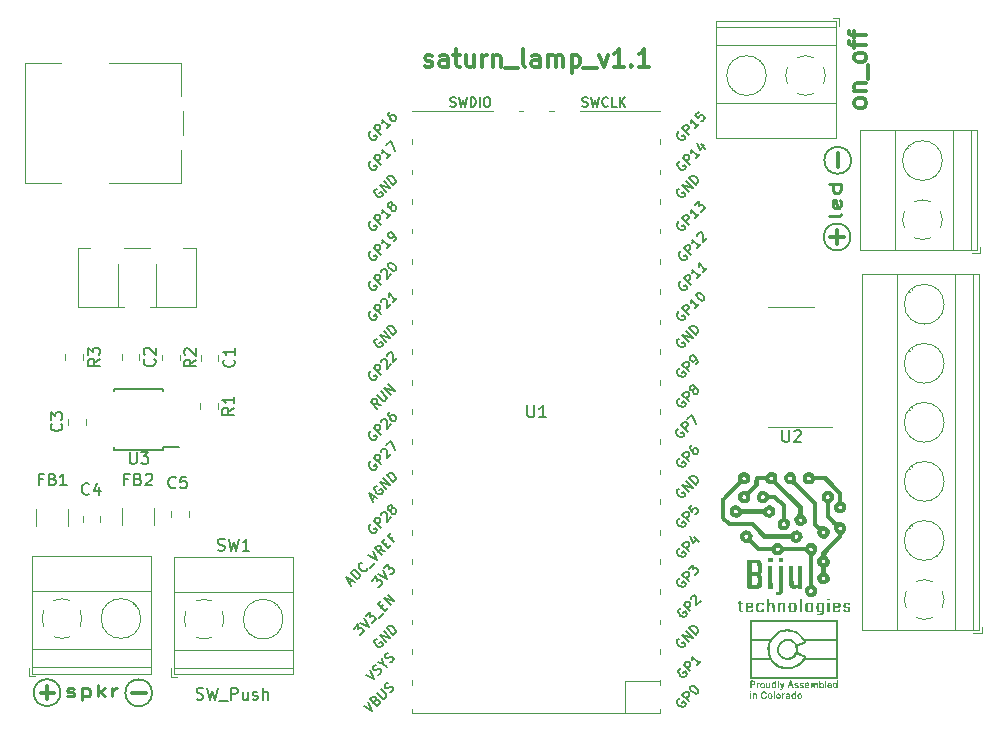
<source format=gbr>
%TF.GenerationSoftware,KiCad,Pcbnew,7.0.1-0*%
%TF.CreationDate,2024-01-28T22:02:15-07:00*%
%TF.ProjectId,biju_saturn_lamp,62696a75-5f73-4617-9475-726e5f6c616d,rev?*%
%TF.SameCoordinates,Original*%
%TF.FileFunction,Legend,Top*%
%TF.FilePolarity,Positive*%
%FSLAX46Y46*%
G04 Gerber Fmt 4.6, Leading zero omitted, Abs format (unit mm)*
G04 Created by KiCad (PCBNEW 7.0.1-0) date 2024-01-28 22:02:15*
%MOMM*%
%LPD*%
G01*
G04 APERTURE LIST*
%ADD10C,0.200000*%
%ADD11C,0.248000*%
%ADD12C,0.300000*%
%ADD13C,0.150000*%
%ADD14C,0.120000*%
G04 APERTURE END LIST*
D10*
X224342923Y-91556154D02*
G75*
G03*
X224342923Y-91556154I-1135923J0D01*
G01*
X157400000Y-136625000D02*
G75*
G03*
X157400000Y-136625000I-1135923J0D01*
G01*
X224286923Y-98044000D02*
G75*
G03*
X224286923Y-98044000I-1135923J0D01*
G01*
X165160923Y-136639077D02*
G75*
G03*
X165160923Y-136639077I-1135923J0D01*
G01*
D11*
X223454598Y-96086648D02*
X223407360Y-96229505D01*
X223407360Y-96229505D02*
X223312883Y-96300934D01*
X223312883Y-96300934D02*
X222462598Y-96300934D01*
X223407360Y-94943791D02*
X223454598Y-95086648D01*
X223454598Y-95086648D02*
X223454598Y-95372363D01*
X223454598Y-95372363D02*
X223407360Y-95515220D01*
X223407360Y-95515220D02*
X223312883Y-95586648D01*
X223312883Y-95586648D02*
X222934979Y-95586648D01*
X222934979Y-95586648D02*
X222840502Y-95515220D01*
X222840502Y-95515220D02*
X222793264Y-95372363D01*
X222793264Y-95372363D02*
X222793264Y-95086648D01*
X222793264Y-95086648D02*
X222840502Y-94943791D01*
X222840502Y-94943791D02*
X222934979Y-94872363D01*
X222934979Y-94872363D02*
X223029455Y-94872363D01*
X223029455Y-94872363D02*
X223123931Y-95586648D01*
X223454598Y-93586649D02*
X222462598Y-93586649D01*
X223407360Y-93586649D02*
X223454598Y-93729506D01*
X223454598Y-93729506D02*
X223454598Y-94015220D01*
X223454598Y-94015220D02*
X223407360Y-94158077D01*
X223407360Y-94158077D02*
X223360121Y-94229506D01*
X223360121Y-94229506D02*
X223265645Y-94300934D01*
X223265645Y-94300934D02*
X222982217Y-94300934D01*
X222982217Y-94300934D02*
X222887740Y-94229506D01*
X222887740Y-94229506D02*
X222840502Y-94158077D01*
X222840502Y-94158077D02*
X222793264Y-94015220D01*
X222793264Y-94015220D02*
X222793264Y-93729506D01*
X222793264Y-93729506D02*
X222840502Y-93586649D01*
X157935714Y-136881360D02*
X158078571Y-136928598D01*
X158078571Y-136928598D02*
X158364285Y-136928598D01*
X158364285Y-136928598D02*
X158507142Y-136881360D01*
X158507142Y-136881360D02*
X158578571Y-136786883D01*
X158578571Y-136786883D02*
X158578571Y-136739645D01*
X158578571Y-136739645D02*
X158507142Y-136645169D01*
X158507142Y-136645169D02*
X158364285Y-136597931D01*
X158364285Y-136597931D02*
X158150000Y-136597931D01*
X158150000Y-136597931D02*
X158007142Y-136550693D01*
X158007142Y-136550693D02*
X157935714Y-136456217D01*
X157935714Y-136456217D02*
X157935714Y-136408979D01*
X157935714Y-136408979D02*
X158007142Y-136314502D01*
X158007142Y-136314502D02*
X158150000Y-136267264D01*
X158150000Y-136267264D02*
X158364285Y-136267264D01*
X158364285Y-136267264D02*
X158507142Y-136314502D01*
X159221428Y-136267264D02*
X159221428Y-137259264D01*
X159221428Y-136314502D02*
X159364286Y-136267264D01*
X159364286Y-136267264D02*
X159650000Y-136267264D01*
X159650000Y-136267264D02*
X159792857Y-136314502D01*
X159792857Y-136314502D02*
X159864286Y-136361740D01*
X159864286Y-136361740D02*
X159935714Y-136456217D01*
X159935714Y-136456217D02*
X159935714Y-136739645D01*
X159935714Y-136739645D02*
X159864286Y-136834121D01*
X159864286Y-136834121D02*
X159792857Y-136881360D01*
X159792857Y-136881360D02*
X159650000Y-136928598D01*
X159650000Y-136928598D02*
X159364286Y-136928598D01*
X159364286Y-136928598D02*
X159221428Y-136881360D01*
X160578571Y-136928598D02*
X160578571Y-135936598D01*
X160721429Y-136550693D02*
X161150000Y-136928598D01*
X161150000Y-136267264D02*
X160578571Y-136645169D01*
X161792857Y-136928598D02*
X161792857Y-136267264D01*
X161792857Y-136456217D02*
X161864286Y-136361740D01*
X161864286Y-136361740D02*
X161935715Y-136314502D01*
X161935715Y-136314502D02*
X162078572Y-136267264D01*
X162078572Y-136267264D02*
X162221429Y-136267264D01*
D12*
X223146000Y-98597780D02*
X223146000Y-97454923D01*
X223717428Y-98026351D02*
X222574571Y-98026351D01*
X225622428Y-86804571D02*
X225551000Y-86947428D01*
X225551000Y-86947428D02*
X225479571Y-87018857D01*
X225479571Y-87018857D02*
X225336714Y-87090285D01*
X225336714Y-87090285D02*
X224908142Y-87090285D01*
X224908142Y-87090285D02*
X224765285Y-87018857D01*
X224765285Y-87018857D02*
X224693857Y-86947428D01*
X224693857Y-86947428D02*
X224622428Y-86804571D01*
X224622428Y-86804571D02*
X224622428Y-86590285D01*
X224622428Y-86590285D02*
X224693857Y-86447428D01*
X224693857Y-86447428D02*
X224765285Y-86376000D01*
X224765285Y-86376000D02*
X224908142Y-86304571D01*
X224908142Y-86304571D02*
X225336714Y-86304571D01*
X225336714Y-86304571D02*
X225479571Y-86376000D01*
X225479571Y-86376000D02*
X225551000Y-86447428D01*
X225551000Y-86447428D02*
X225622428Y-86590285D01*
X225622428Y-86590285D02*
X225622428Y-86804571D01*
X224622428Y-85661714D02*
X225622428Y-85661714D01*
X224765285Y-85661714D02*
X224693857Y-85590285D01*
X224693857Y-85590285D02*
X224622428Y-85447428D01*
X224622428Y-85447428D02*
X224622428Y-85233142D01*
X224622428Y-85233142D02*
X224693857Y-85090285D01*
X224693857Y-85090285D02*
X224836714Y-85018857D01*
X224836714Y-85018857D02*
X225622428Y-85018857D01*
X225765285Y-84661714D02*
X225765285Y-83518856D01*
X225622428Y-82947428D02*
X225551000Y-83090285D01*
X225551000Y-83090285D02*
X225479571Y-83161714D01*
X225479571Y-83161714D02*
X225336714Y-83233142D01*
X225336714Y-83233142D02*
X224908142Y-83233142D01*
X224908142Y-83233142D02*
X224765285Y-83161714D01*
X224765285Y-83161714D02*
X224693857Y-83090285D01*
X224693857Y-83090285D02*
X224622428Y-82947428D01*
X224622428Y-82947428D02*
X224622428Y-82733142D01*
X224622428Y-82733142D02*
X224693857Y-82590285D01*
X224693857Y-82590285D02*
X224765285Y-82518857D01*
X224765285Y-82518857D02*
X224908142Y-82447428D01*
X224908142Y-82447428D02*
X225336714Y-82447428D01*
X225336714Y-82447428D02*
X225479571Y-82518857D01*
X225479571Y-82518857D02*
X225551000Y-82590285D01*
X225551000Y-82590285D02*
X225622428Y-82733142D01*
X225622428Y-82733142D02*
X225622428Y-82947428D01*
X224622428Y-82018856D02*
X224622428Y-81447428D01*
X225622428Y-81804571D02*
X224336714Y-81804571D01*
X224336714Y-81804571D02*
X224193857Y-81733142D01*
X224193857Y-81733142D02*
X224122428Y-81590285D01*
X224122428Y-81590285D02*
X224122428Y-81447428D01*
X224622428Y-81161713D02*
X224622428Y-80590285D01*
X225622428Y-80947428D02*
X224336714Y-80947428D01*
X224336714Y-80947428D02*
X224193857Y-80875999D01*
X224193857Y-80875999D02*
X224122428Y-80733142D01*
X224122428Y-80733142D02*
X224122428Y-80590285D01*
X188245714Y-83565000D02*
X188388571Y-83636428D01*
X188388571Y-83636428D02*
X188674285Y-83636428D01*
X188674285Y-83636428D02*
X188817142Y-83565000D01*
X188817142Y-83565000D02*
X188888571Y-83422142D01*
X188888571Y-83422142D02*
X188888571Y-83350714D01*
X188888571Y-83350714D02*
X188817142Y-83207857D01*
X188817142Y-83207857D02*
X188674285Y-83136428D01*
X188674285Y-83136428D02*
X188460000Y-83136428D01*
X188460000Y-83136428D02*
X188317142Y-83065000D01*
X188317142Y-83065000D02*
X188245714Y-82922142D01*
X188245714Y-82922142D02*
X188245714Y-82850714D01*
X188245714Y-82850714D02*
X188317142Y-82707857D01*
X188317142Y-82707857D02*
X188460000Y-82636428D01*
X188460000Y-82636428D02*
X188674285Y-82636428D01*
X188674285Y-82636428D02*
X188817142Y-82707857D01*
X190174286Y-83636428D02*
X190174286Y-82850714D01*
X190174286Y-82850714D02*
X190102857Y-82707857D01*
X190102857Y-82707857D02*
X189960000Y-82636428D01*
X189960000Y-82636428D02*
X189674286Y-82636428D01*
X189674286Y-82636428D02*
X189531428Y-82707857D01*
X190174286Y-83565000D02*
X190031428Y-83636428D01*
X190031428Y-83636428D02*
X189674286Y-83636428D01*
X189674286Y-83636428D02*
X189531428Y-83565000D01*
X189531428Y-83565000D02*
X189460000Y-83422142D01*
X189460000Y-83422142D02*
X189460000Y-83279285D01*
X189460000Y-83279285D02*
X189531428Y-83136428D01*
X189531428Y-83136428D02*
X189674286Y-83065000D01*
X189674286Y-83065000D02*
X190031428Y-83065000D01*
X190031428Y-83065000D02*
X190174286Y-82993571D01*
X190674286Y-82636428D02*
X191245714Y-82636428D01*
X190888571Y-82136428D02*
X190888571Y-83422142D01*
X190888571Y-83422142D02*
X190960000Y-83565000D01*
X190960000Y-83565000D02*
X191102857Y-83636428D01*
X191102857Y-83636428D02*
X191245714Y-83636428D01*
X192388572Y-82636428D02*
X192388572Y-83636428D01*
X191745714Y-82636428D02*
X191745714Y-83422142D01*
X191745714Y-83422142D02*
X191817143Y-83565000D01*
X191817143Y-83565000D02*
X191960000Y-83636428D01*
X191960000Y-83636428D02*
X192174286Y-83636428D01*
X192174286Y-83636428D02*
X192317143Y-83565000D01*
X192317143Y-83565000D02*
X192388572Y-83493571D01*
X193102857Y-83636428D02*
X193102857Y-82636428D01*
X193102857Y-82922142D02*
X193174286Y-82779285D01*
X193174286Y-82779285D02*
X193245715Y-82707857D01*
X193245715Y-82707857D02*
X193388572Y-82636428D01*
X193388572Y-82636428D02*
X193531429Y-82636428D01*
X194031428Y-82636428D02*
X194031428Y-83636428D01*
X194031428Y-82779285D02*
X194102857Y-82707857D01*
X194102857Y-82707857D02*
X194245714Y-82636428D01*
X194245714Y-82636428D02*
X194460000Y-82636428D01*
X194460000Y-82636428D02*
X194602857Y-82707857D01*
X194602857Y-82707857D02*
X194674286Y-82850714D01*
X194674286Y-82850714D02*
X194674286Y-83636428D01*
X195031429Y-83779285D02*
X196174286Y-83779285D01*
X196745714Y-83636428D02*
X196602857Y-83565000D01*
X196602857Y-83565000D02*
X196531428Y-83422142D01*
X196531428Y-83422142D02*
X196531428Y-82136428D01*
X197960000Y-83636428D02*
X197960000Y-82850714D01*
X197960000Y-82850714D02*
X197888571Y-82707857D01*
X197888571Y-82707857D02*
X197745714Y-82636428D01*
X197745714Y-82636428D02*
X197460000Y-82636428D01*
X197460000Y-82636428D02*
X197317142Y-82707857D01*
X197960000Y-83565000D02*
X197817142Y-83636428D01*
X197817142Y-83636428D02*
X197460000Y-83636428D01*
X197460000Y-83636428D02*
X197317142Y-83565000D01*
X197317142Y-83565000D02*
X197245714Y-83422142D01*
X197245714Y-83422142D02*
X197245714Y-83279285D01*
X197245714Y-83279285D02*
X197317142Y-83136428D01*
X197317142Y-83136428D02*
X197460000Y-83065000D01*
X197460000Y-83065000D02*
X197817142Y-83065000D01*
X197817142Y-83065000D02*
X197960000Y-82993571D01*
X198674285Y-83636428D02*
X198674285Y-82636428D01*
X198674285Y-82779285D02*
X198745714Y-82707857D01*
X198745714Y-82707857D02*
X198888571Y-82636428D01*
X198888571Y-82636428D02*
X199102857Y-82636428D01*
X199102857Y-82636428D02*
X199245714Y-82707857D01*
X199245714Y-82707857D02*
X199317143Y-82850714D01*
X199317143Y-82850714D02*
X199317143Y-83636428D01*
X199317143Y-82850714D02*
X199388571Y-82707857D01*
X199388571Y-82707857D02*
X199531428Y-82636428D01*
X199531428Y-82636428D02*
X199745714Y-82636428D01*
X199745714Y-82636428D02*
X199888571Y-82707857D01*
X199888571Y-82707857D02*
X199960000Y-82850714D01*
X199960000Y-82850714D02*
X199960000Y-83636428D01*
X200674285Y-82636428D02*
X200674285Y-84136428D01*
X200674285Y-82707857D02*
X200817143Y-82636428D01*
X200817143Y-82636428D02*
X201102857Y-82636428D01*
X201102857Y-82636428D02*
X201245714Y-82707857D01*
X201245714Y-82707857D02*
X201317143Y-82779285D01*
X201317143Y-82779285D02*
X201388571Y-82922142D01*
X201388571Y-82922142D02*
X201388571Y-83350714D01*
X201388571Y-83350714D02*
X201317143Y-83493571D01*
X201317143Y-83493571D02*
X201245714Y-83565000D01*
X201245714Y-83565000D02*
X201102857Y-83636428D01*
X201102857Y-83636428D02*
X200817143Y-83636428D01*
X200817143Y-83636428D02*
X200674285Y-83565000D01*
X201674286Y-83779285D02*
X202817143Y-83779285D01*
X203031428Y-82636428D02*
X203388571Y-83636428D01*
X203388571Y-83636428D02*
X203745714Y-82636428D01*
X205102857Y-83636428D02*
X204245714Y-83636428D01*
X204674285Y-83636428D02*
X204674285Y-82136428D01*
X204674285Y-82136428D02*
X204531428Y-82350714D01*
X204531428Y-82350714D02*
X204388571Y-82493571D01*
X204388571Y-82493571D02*
X204245714Y-82565000D01*
X205745713Y-83493571D02*
X205817142Y-83565000D01*
X205817142Y-83565000D02*
X205745713Y-83636428D01*
X205745713Y-83636428D02*
X205674285Y-83565000D01*
X205674285Y-83565000D02*
X205745713Y-83493571D01*
X205745713Y-83493571D02*
X205745713Y-83636428D01*
X207245714Y-83636428D02*
X206388571Y-83636428D01*
X206817142Y-83636428D02*
X206817142Y-82136428D01*
X206817142Y-82136428D02*
X206674285Y-82350714D01*
X206674285Y-82350714D02*
X206531428Y-82493571D01*
X206531428Y-82493571D02*
X206388571Y-82565000D01*
X223202000Y-92109934D02*
X223202000Y-90967077D01*
X155710296Y-136620000D02*
X156853154Y-136620000D01*
X156281725Y-137191428D02*
X156281725Y-136048571D01*
X163471219Y-136634077D02*
X164614077Y-136634077D01*
D13*
%TO.C,FB1*%
X155884666Y-118556809D02*
X155551333Y-118556809D01*
X155551333Y-119080619D02*
X155551333Y-118080619D01*
X155551333Y-118080619D02*
X156027523Y-118080619D01*
X156741809Y-118556809D02*
X156884666Y-118604428D01*
X156884666Y-118604428D02*
X156932285Y-118652047D01*
X156932285Y-118652047D02*
X156979904Y-118747285D01*
X156979904Y-118747285D02*
X156979904Y-118890142D01*
X156979904Y-118890142D02*
X156932285Y-118985380D01*
X156932285Y-118985380D02*
X156884666Y-119033000D01*
X156884666Y-119033000D02*
X156789428Y-119080619D01*
X156789428Y-119080619D02*
X156408476Y-119080619D01*
X156408476Y-119080619D02*
X156408476Y-118080619D01*
X156408476Y-118080619D02*
X156741809Y-118080619D01*
X156741809Y-118080619D02*
X156837047Y-118128238D01*
X156837047Y-118128238D02*
X156884666Y-118175857D01*
X156884666Y-118175857D02*
X156932285Y-118271095D01*
X156932285Y-118271095D02*
X156932285Y-118366333D01*
X156932285Y-118366333D02*
X156884666Y-118461571D01*
X156884666Y-118461571D02*
X156837047Y-118509190D01*
X156837047Y-118509190D02*
X156741809Y-118556809D01*
X156741809Y-118556809D02*
X156408476Y-118556809D01*
X157932285Y-119080619D02*
X157360857Y-119080619D01*
X157646571Y-119080619D02*
X157646571Y-118080619D01*
X157646571Y-118080619D02*
X157551333Y-118223476D01*
X157551333Y-118223476D02*
X157456095Y-118318714D01*
X157456095Y-118318714D02*
X157360857Y-118366333D01*
%TO.C,FB2*%
X163123666Y-118556809D02*
X162790333Y-118556809D01*
X162790333Y-119080619D02*
X162790333Y-118080619D01*
X162790333Y-118080619D02*
X163266523Y-118080619D01*
X163980809Y-118556809D02*
X164123666Y-118604428D01*
X164123666Y-118604428D02*
X164171285Y-118652047D01*
X164171285Y-118652047D02*
X164218904Y-118747285D01*
X164218904Y-118747285D02*
X164218904Y-118890142D01*
X164218904Y-118890142D02*
X164171285Y-118985380D01*
X164171285Y-118985380D02*
X164123666Y-119033000D01*
X164123666Y-119033000D02*
X164028428Y-119080619D01*
X164028428Y-119080619D02*
X163647476Y-119080619D01*
X163647476Y-119080619D02*
X163647476Y-118080619D01*
X163647476Y-118080619D02*
X163980809Y-118080619D01*
X163980809Y-118080619D02*
X164076047Y-118128238D01*
X164076047Y-118128238D02*
X164123666Y-118175857D01*
X164123666Y-118175857D02*
X164171285Y-118271095D01*
X164171285Y-118271095D02*
X164171285Y-118366333D01*
X164171285Y-118366333D02*
X164123666Y-118461571D01*
X164123666Y-118461571D02*
X164076047Y-118509190D01*
X164076047Y-118509190D02*
X163980809Y-118556809D01*
X163980809Y-118556809D02*
X163647476Y-118556809D01*
X164599857Y-118175857D02*
X164647476Y-118128238D01*
X164647476Y-118128238D02*
X164742714Y-118080619D01*
X164742714Y-118080619D02*
X164980809Y-118080619D01*
X164980809Y-118080619D02*
X165076047Y-118128238D01*
X165076047Y-118128238D02*
X165123666Y-118175857D01*
X165123666Y-118175857D02*
X165171285Y-118271095D01*
X165171285Y-118271095D02*
X165171285Y-118366333D01*
X165171285Y-118366333D02*
X165123666Y-118509190D01*
X165123666Y-118509190D02*
X164552238Y-119080619D01*
X164552238Y-119080619D02*
X165171285Y-119080619D01*
%TO.C,C5*%
X167158333Y-119242380D02*
X167110714Y-119290000D01*
X167110714Y-119290000D02*
X166967857Y-119337619D01*
X166967857Y-119337619D02*
X166872619Y-119337619D01*
X166872619Y-119337619D02*
X166729762Y-119290000D01*
X166729762Y-119290000D02*
X166634524Y-119194761D01*
X166634524Y-119194761D02*
X166586905Y-119099523D01*
X166586905Y-119099523D02*
X166539286Y-118909047D01*
X166539286Y-118909047D02*
X166539286Y-118766190D01*
X166539286Y-118766190D02*
X166586905Y-118575714D01*
X166586905Y-118575714D02*
X166634524Y-118480476D01*
X166634524Y-118480476D02*
X166729762Y-118385238D01*
X166729762Y-118385238D02*
X166872619Y-118337619D01*
X166872619Y-118337619D02*
X166967857Y-118337619D01*
X166967857Y-118337619D02*
X167110714Y-118385238D01*
X167110714Y-118385238D02*
X167158333Y-118432857D01*
X168063095Y-118337619D02*
X167586905Y-118337619D01*
X167586905Y-118337619D02*
X167539286Y-118813809D01*
X167539286Y-118813809D02*
X167586905Y-118766190D01*
X167586905Y-118766190D02*
X167682143Y-118718571D01*
X167682143Y-118718571D02*
X167920238Y-118718571D01*
X167920238Y-118718571D02*
X168015476Y-118766190D01*
X168015476Y-118766190D02*
X168063095Y-118813809D01*
X168063095Y-118813809D02*
X168110714Y-118909047D01*
X168110714Y-118909047D02*
X168110714Y-119147142D01*
X168110714Y-119147142D02*
X168063095Y-119242380D01*
X168063095Y-119242380D02*
X168015476Y-119290000D01*
X168015476Y-119290000D02*
X167920238Y-119337619D01*
X167920238Y-119337619D02*
X167682143Y-119337619D01*
X167682143Y-119337619D02*
X167586905Y-119290000D01*
X167586905Y-119290000D02*
X167539286Y-119242380D01*
%TO.C,R3*%
X160736619Y-108370666D02*
X160260428Y-108703999D01*
X160736619Y-108942094D02*
X159736619Y-108942094D01*
X159736619Y-108942094D02*
X159736619Y-108561142D01*
X159736619Y-108561142D02*
X159784238Y-108465904D01*
X159784238Y-108465904D02*
X159831857Y-108418285D01*
X159831857Y-108418285D02*
X159927095Y-108370666D01*
X159927095Y-108370666D02*
X160069952Y-108370666D01*
X160069952Y-108370666D02*
X160165190Y-108418285D01*
X160165190Y-108418285D02*
X160212809Y-108465904D01*
X160212809Y-108465904D02*
X160260428Y-108561142D01*
X160260428Y-108561142D02*
X160260428Y-108942094D01*
X159736619Y-108037332D02*
X159736619Y-107418285D01*
X159736619Y-107418285D02*
X160117571Y-107751618D01*
X160117571Y-107751618D02*
X160117571Y-107608761D01*
X160117571Y-107608761D02*
X160165190Y-107513523D01*
X160165190Y-107513523D02*
X160212809Y-107465904D01*
X160212809Y-107465904D02*
X160308047Y-107418285D01*
X160308047Y-107418285D02*
X160546142Y-107418285D01*
X160546142Y-107418285D02*
X160641380Y-107465904D01*
X160641380Y-107465904D02*
X160689000Y-107513523D01*
X160689000Y-107513523D02*
X160736619Y-107608761D01*
X160736619Y-107608761D02*
X160736619Y-107894475D01*
X160736619Y-107894475D02*
X160689000Y-107989713D01*
X160689000Y-107989713D02*
X160641380Y-108037332D01*
%TO.C,R1*%
X172087619Y-112516666D02*
X171611428Y-112849999D01*
X172087619Y-113088094D02*
X171087619Y-113088094D01*
X171087619Y-113088094D02*
X171087619Y-112707142D01*
X171087619Y-112707142D02*
X171135238Y-112611904D01*
X171135238Y-112611904D02*
X171182857Y-112564285D01*
X171182857Y-112564285D02*
X171278095Y-112516666D01*
X171278095Y-112516666D02*
X171420952Y-112516666D01*
X171420952Y-112516666D02*
X171516190Y-112564285D01*
X171516190Y-112564285D02*
X171563809Y-112611904D01*
X171563809Y-112611904D02*
X171611428Y-112707142D01*
X171611428Y-112707142D02*
X171611428Y-113088094D01*
X172087619Y-111564285D02*
X172087619Y-112135713D01*
X172087619Y-111849999D02*
X171087619Y-111849999D01*
X171087619Y-111849999D02*
X171230476Y-111945237D01*
X171230476Y-111945237D02*
X171325714Y-112040475D01*
X171325714Y-112040475D02*
X171373333Y-112135713D01*
%TO.C,U2*%
X218527495Y-114404819D02*
X218527495Y-115214342D01*
X218527495Y-115214342D02*
X218575114Y-115309580D01*
X218575114Y-115309580D02*
X218622733Y-115357200D01*
X218622733Y-115357200D02*
X218717971Y-115404819D01*
X218717971Y-115404819D02*
X218908447Y-115404819D01*
X218908447Y-115404819D02*
X219003685Y-115357200D01*
X219003685Y-115357200D02*
X219051304Y-115309580D01*
X219051304Y-115309580D02*
X219098923Y-115214342D01*
X219098923Y-115214342D02*
X219098923Y-114404819D01*
X219527495Y-114500057D02*
X219575114Y-114452438D01*
X219575114Y-114452438D02*
X219670352Y-114404819D01*
X219670352Y-114404819D02*
X219908447Y-114404819D01*
X219908447Y-114404819D02*
X220003685Y-114452438D01*
X220003685Y-114452438D02*
X220051304Y-114500057D01*
X220051304Y-114500057D02*
X220098923Y-114595295D01*
X220098923Y-114595295D02*
X220098923Y-114690533D01*
X220098923Y-114690533D02*
X220051304Y-114833390D01*
X220051304Y-114833390D02*
X219479876Y-115404819D01*
X219479876Y-115404819D02*
X220098923Y-115404819D01*
%TO.C,U3*%
X163271095Y-116246590D02*
X163271095Y-117056113D01*
X163271095Y-117056113D02*
X163318714Y-117151351D01*
X163318714Y-117151351D02*
X163366333Y-117198971D01*
X163366333Y-117198971D02*
X163461571Y-117246590D01*
X163461571Y-117246590D02*
X163652047Y-117246590D01*
X163652047Y-117246590D02*
X163747285Y-117198971D01*
X163747285Y-117198971D02*
X163794904Y-117151351D01*
X163794904Y-117151351D02*
X163842523Y-117056113D01*
X163842523Y-117056113D02*
X163842523Y-116246590D01*
X164223476Y-116246590D02*
X164842523Y-116246590D01*
X164842523Y-116246590D02*
X164509190Y-116627542D01*
X164509190Y-116627542D02*
X164652047Y-116627542D01*
X164652047Y-116627542D02*
X164747285Y-116675161D01*
X164747285Y-116675161D02*
X164794904Y-116722780D01*
X164794904Y-116722780D02*
X164842523Y-116818018D01*
X164842523Y-116818018D02*
X164842523Y-117056113D01*
X164842523Y-117056113D02*
X164794904Y-117151351D01*
X164794904Y-117151351D02*
X164747285Y-117198971D01*
X164747285Y-117198971D02*
X164652047Y-117246590D01*
X164652047Y-117246590D02*
X164366333Y-117246590D01*
X164366333Y-117246590D02*
X164271095Y-117198971D01*
X164271095Y-117198971D02*
X164223476Y-117151351D01*
%TO.C,SW1*%
X170726267Y-124558800D02*
X170869124Y-124606419D01*
X170869124Y-124606419D02*
X171107219Y-124606419D01*
X171107219Y-124606419D02*
X171202457Y-124558800D01*
X171202457Y-124558800D02*
X171250076Y-124511180D01*
X171250076Y-124511180D02*
X171297695Y-124415942D01*
X171297695Y-124415942D02*
X171297695Y-124320704D01*
X171297695Y-124320704D02*
X171250076Y-124225466D01*
X171250076Y-124225466D02*
X171202457Y-124177847D01*
X171202457Y-124177847D02*
X171107219Y-124130228D01*
X171107219Y-124130228D02*
X170916743Y-124082609D01*
X170916743Y-124082609D02*
X170821505Y-124034990D01*
X170821505Y-124034990D02*
X170773886Y-123987371D01*
X170773886Y-123987371D02*
X170726267Y-123892133D01*
X170726267Y-123892133D02*
X170726267Y-123796895D01*
X170726267Y-123796895D02*
X170773886Y-123701657D01*
X170773886Y-123701657D02*
X170821505Y-123654038D01*
X170821505Y-123654038D02*
X170916743Y-123606419D01*
X170916743Y-123606419D02*
X171154838Y-123606419D01*
X171154838Y-123606419D02*
X171297695Y-123654038D01*
X171631029Y-123606419D02*
X171869124Y-124606419D01*
X171869124Y-124606419D02*
X172059600Y-123892133D01*
X172059600Y-123892133D02*
X172250076Y-124606419D01*
X172250076Y-124606419D02*
X172488172Y-123606419D01*
X173392933Y-124606419D02*
X172821505Y-124606419D01*
X173107219Y-124606419D02*
X173107219Y-123606419D01*
X173107219Y-123606419D02*
X173011981Y-123749276D01*
X173011981Y-123749276D02*
X172916743Y-123844514D01*
X172916743Y-123844514D02*
X172821505Y-123892133D01*
X168932981Y-137165800D02*
X169075838Y-137213419D01*
X169075838Y-137213419D02*
X169313933Y-137213419D01*
X169313933Y-137213419D02*
X169409171Y-137165800D01*
X169409171Y-137165800D02*
X169456790Y-137118180D01*
X169456790Y-137118180D02*
X169504409Y-137022942D01*
X169504409Y-137022942D02*
X169504409Y-136927704D01*
X169504409Y-136927704D02*
X169456790Y-136832466D01*
X169456790Y-136832466D02*
X169409171Y-136784847D01*
X169409171Y-136784847D02*
X169313933Y-136737228D01*
X169313933Y-136737228D02*
X169123457Y-136689609D01*
X169123457Y-136689609D02*
X169028219Y-136641990D01*
X169028219Y-136641990D02*
X168980600Y-136594371D01*
X168980600Y-136594371D02*
X168932981Y-136499133D01*
X168932981Y-136499133D02*
X168932981Y-136403895D01*
X168932981Y-136403895D02*
X168980600Y-136308657D01*
X168980600Y-136308657D02*
X169028219Y-136261038D01*
X169028219Y-136261038D02*
X169123457Y-136213419D01*
X169123457Y-136213419D02*
X169361552Y-136213419D01*
X169361552Y-136213419D02*
X169504409Y-136261038D01*
X169837743Y-136213419D02*
X170075838Y-137213419D01*
X170075838Y-137213419D02*
X170266314Y-136499133D01*
X170266314Y-136499133D02*
X170456790Y-137213419D01*
X170456790Y-137213419D02*
X170694886Y-136213419D01*
X170837743Y-137308657D02*
X171599647Y-137308657D01*
X171837743Y-137213419D02*
X171837743Y-136213419D01*
X171837743Y-136213419D02*
X172218695Y-136213419D01*
X172218695Y-136213419D02*
X172313933Y-136261038D01*
X172313933Y-136261038D02*
X172361552Y-136308657D01*
X172361552Y-136308657D02*
X172409171Y-136403895D01*
X172409171Y-136403895D02*
X172409171Y-136546752D01*
X172409171Y-136546752D02*
X172361552Y-136641990D01*
X172361552Y-136641990D02*
X172313933Y-136689609D01*
X172313933Y-136689609D02*
X172218695Y-136737228D01*
X172218695Y-136737228D02*
X171837743Y-136737228D01*
X173266314Y-136546752D02*
X173266314Y-137213419D01*
X172837743Y-136546752D02*
X172837743Y-137070561D01*
X172837743Y-137070561D02*
X172885362Y-137165800D01*
X172885362Y-137165800D02*
X172980600Y-137213419D01*
X172980600Y-137213419D02*
X173123457Y-137213419D01*
X173123457Y-137213419D02*
X173218695Y-137165800D01*
X173218695Y-137165800D02*
X173266314Y-137118180D01*
X173694886Y-137165800D02*
X173790124Y-137213419D01*
X173790124Y-137213419D02*
X173980600Y-137213419D01*
X173980600Y-137213419D02*
X174075838Y-137165800D01*
X174075838Y-137165800D02*
X174123457Y-137070561D01*
X174123457Y-137070561D02*
X174123457Y-137022942D01*
X174123457Y-137022942D02*
X174075838Y-136927704D01*
X174075838Y-136927704D02*
X173980600Y-136880085D01*
X173980600Y-136880085D02*
X173837743Y-136880085D01*
X173837743Y-136880085D02*
X173742505Y-136832466D01*
X173742505Y-136832466D02*
X173694886Y-136737228D01*
X173694886Y-136737228D02*
X173694886Y-136689609D01*
X173694886Y-136689609D02*
X173742505Y-136594371D01*
X173742505Y-136594371D02*
X173837743Y-136546752D01*
X173837743Y-136546752D02*
X173980600Y-136546752D01*
X173980600Y-136546752D02*
X174075838Y-136594371D01*
X174552029Y-137213419D02*
X174552029Y-136213419D01*
X174980600Y-137213419D02*
X174980600Y-136689609D01*
X174980600Y-136689609D02*
X174932981Y-136594371D01*
X174932981Y-136594371D02*
X174837743Y-136546752D01*
X174837743Y-136546752D02*
X174694886Y-136546752D01*
X174694886Y-136546752D02*
X174599648Y-136594371D01*
X174599648Y-136594371D02*
X174552029Y-136641990D01*
%TO.C,C1*%
X172060180Y-108432637D02*
X172107800Y-108480256D01*
X172107800Y-108480256D02*
X172155419Y-108623113D01*
X172155419Y-108623113D02*
X172155419Y-108718351D01*
X172155419Y-108718351D02*
X172107800Y-108861208D01*
X172107800Y-108861208D02*
X172012561Y-108956446D01*
X172012561Y-108956446D02*
X171917323Y-109004065D01*
X171917323Y-109004065D02*
X171726847Y-109051684D01*
X171726847Y-109051684D02*
X171583990Y-109051684D01*
X171583990Y-109051684D02*
X171393514Y-109004065D01*
X171393514Y-109004065D02*
X171298276Y-108956446D01*
X171298276Y-108956446D02*
X171203038Y-108861208D01*
X171203038Y-108861208D02*
X171155419Y-108718351D01*
X171155419Y-108718351D02*
X171155419Y-108623113D01*
X171155419Y-108623113D02*
X171203038Y-108480256D01*
X171203038Y-108480256D02*
X171250657Y-108432637D01*
X172155419Y-107480256D02*
X172155419Y-108051684D01*
X172155419Y-107765970D02*
X171155419Y-107765970D01*
X171155419Y-107765970D02*
X171298276Y-107861208D01*
X171298276Y-107861208D02*
X171393514Y-107956446D01*
X171393514Y-107956446D02*
X171441133Y-108051684D01*
%TO.C,C3*%
X157473380Y-113842837D02*
X157521000Y-113890456D01*
X157521000Y-113890456D02*
X157568619Y-114033313D01*
X157568619Y-114033313D02*
X157568619Y-114128551D01*
X157568619Y-114128551D02*
X157521000Y-114271408D01*
X157521000Y-114271408D02*
X157425761Y-114366646D01*
X157425761Y-114366646D02*
X157330523Y-114414265D01*
X157330523Y-114414265D02*
X157140047Y-114461884D01*
X157140047Y-114461884D02*
X156997190Y-114461884D01*
X156997190Y-114461884D02*
X156806714Y-114414265D01*
X156806714Y-114414265D02*
X156711476Y-114366646D01*
X156711476Y-114366646D02*
X156616238Y-114271408D01*
X156616238Y-114271408D02*
X156568619Y-114128551D01*
X156568619Y-114128551D02*
X156568619Y-114033313D01*
X156568619Y-114033313D02*
X156616238Y-113890456D01*
X156616238Y-113890456D02*
X156663857Y-113842837D01*
X156568619Y-113509503D02*
X156568619Y-112890456D01*
X156568619Y-112890456D02*
X156949571Y-113223789D01*
X156949571Y-113223789D02*
X156949571Y-113080932D01*
X156949571Y-113080932D02*
X156997190Y-112985694D01*
X156997190Y-112985694D02*
X157044809Y-112938075D01*
X157044809Y-112938075D02*
X157140047Y-112890456D01*
X157140047Y-112890456D02*
X157378142Y-112890456D01*
X157378142Y-112890456D02*
X157473380Y-112938075D01*
X157473380Y-112938075D02*
X157521000Y-112985694D01*
X157521000Y-112985694D02*
X157568619Y-113080932D01*
X157568619Y-113080932D02*
X157568619Y-113366646D01*
X157568619Y-113366646D02*
X157521000Y-113461884D01*
X157521000Y-113461884D02*
X157473380Y-113509503D01*
%TO.C,C4*%
X159833333Y-119792380D02*
X159785714Y-119840000D01*
X159785714Y-119840000D02*
X159642857Y-119887619D01*
X159642857Y-119887619D02*
X159547619Y-119887619D01*
X159547619Y-119887619D02*
X159404762Y-119840000D01*
X159404762Y-119840000D02*
X159309524Y-119744761D01*
X159309524Y-119744761D02*
X159261905Y-119649523D01*
X159261905Y-119649523D02*
X159214286Y-119459047D01*
X159214286Y-119459047D02*
X159214286Y-119316190D01*
X159214286Y-119316190D02*
X159261905Y-119125714D01*
X159261905Y-119125714D02*
X159309524Y-119030476D01*
X159309524Y-119030476D02*
X159404762Y-118935238D01*
X159404762Y-118935238D02*
X159547619Y-118887619D01*
X159547619Y-118887619D02*
X159642857Y-118887619D01*
X159642857Y-118887619D02*
X159785714Y-118935238D01*
X159785714Y-118935238D02*
X159833333Y-118982857D01*
X160690476Y-119220952D02*
X160690476Y-119887619D01*
X160452381Y-118840000D02*
X160214286Y-119554285D01*
X160214286Y-119554285D02*
X160833333Y-119554285D01*
%TO.C,R2*%
X168864619Y-108432637D02*
X168388428Y-108765970D01*
X168864619Y-109004065D02*
X167864619Y-109004065D01*
X167864619Y-109004065D02*
X167864619Y-108623113D01*
X167864619Y-108623113D02*
X167912238Y-108527875D01*
X167912238Y-108527875D02*
X167959857Y-108480256D01*
X167959857Y-108480256D02*
X168055095Y-108432637D01*
X168055095Y-108432637D02*
X168197952Y-108432637D01*
X168197952Y-108432637D02*
X168293190Y-108480256D01*
X168293190Y-108480256D02*
X168340809Y-108527875D01*
X168340809Y-108527875D02*
X168388428Y-108623113D01*
X168388428Y-108623113D02*
X168388428Y-109004065D01*
X167959857Y-108051684D02*
X167912238Y-108004065D01*
X167912238Y-108004065D02*
X167864619Y-107908827D01*
X167864619Y-107908827D02*
X167864619Y-107670732D01*
X167864619Y-107670732D02*
X167912238Y-107575494D01*
X167912238Y-107575494D02*
X167959857Y-107527875D01*
X167959857Y-107527875D02*
X168055095Y-107480256D01*
X168055095Y-107480256D02*
X168150333Y-107480256D01*
X168150333Y-107480256D02*
X168293190Y-107527875D01*
X168293190Y-107527875D02*
X168864619Y-108099303D01*
X168864619Y-108099303D02*
X168864619Y-107480256D01*
%TO.C,C2*%
X165354580Y-108381837D02*
X165402200Y-108429456D01*
X165402200Y-108429456D02*
X165449819Y-108572313D01*
X165449819Y-108572313D02*
X165449819Y-108667551D01*
X165449819Y-108667551D02*
X165402200Y-108810408D01*
X165402200Y-108810408D02*
X165306961Y-108905646D01*
X165306961Y-108905646D02*
X165211723Y-108953265D01*
X165211723Y-108953265D02*
X165021247Y-109000884D01*
X165021247Y-109000884D02*
X164878390Y-109000884D01*
X164878390Y-109000884D02*
X164687914Y-108953265D01*
X164687914Y-108953265D02*
X164592676Y-108905646D01*
X164592676Y-108905646D02*
X164497438Y-108810408D01*
X164497438Y-108810408D02*
X164449819Y-108667551D01*
X164449819Y-108667551D02*
X164449819Y-108572313D01*
X164449819Y-108572313D02*
X164497438Y-108429456D01*
X164497438Y-108429456D02*
X164545057Y-108381837D01*
X164545057Y-108000884D02*
X164497438Y-107953265D01*
X164497438Y-107953265D02*
X164449819Y-107858027D01*
X164449819Y-107858027D02*
X164449819Y-107619932D01*
X164449819Y-107619932D02*
X164497438Y-107524694D01*
X164497438Y-107524694D02*
X164545057Y-107477075D01*
X164545057Y-107477075D02*
X164640295Y-107429456D01*
X164640295Y-107429456D02*
X164735533Y-107429456D01*
X164735533Y-107429456D02*
X164878390Y-107477075D01*
X164878390Y-107477075D02*
X165449819Y-108048503D01*
X165449819Y-108048503D02*
X165449819Y-107429456D01*
%TO.C,U1*%
X196938295Y-112299819D02*
X196938295Y-113109342D01*
X196938295Y-113109342D02*
X196985914Y-113204580D01*
X196985914Y-113204580D02*
X197033533Y-113252200D01*
X197033533Y-113252200D02*
X197128771Y-113299819D01*
X197128771Y-113299819D02*
X197319247Y-113299819D01*
X197319247Y-113299819D02*
X197414485Y-113252200D01*
X197414485Y-113252200D02*
X197462104Y-113204580D01*
X197462104Y-113204580D02*
X197509723Y-113109342D01*
X197509723Y-113109342D02*
X197509723Y-112299819D01*
X198509723Y-113299819D02*
X197938295Y-113299819D01*
X198224009Y-113299819D02*
X198224009Y-112299819D01*
X198224009Y-112299819D02*
X198128771Y-112442676D01*
X198128771Y-112442676D02*
X198033533Y-112537914D01*
X198033533Y-112537914D02*
X197938295Y-112585533D01*
X209819088Y-137094209D02*
X209738275Y-137121146D01*
X209738275Y-137121146D02*
X209657463Y-137201959D01*
X209657463Y-137201959D02*
X209603588Y-137309708D01*
X209603588Y-137309708D02*
X209603588Y-137417458D01*
X209603588Y-137417458D02*
X209630526Y-137498270D01*
X209630526Y-137498270D02*
X209711338Y-137632957D01*
X209711338Y-137632957D02*
X209792150Y-137713769D01*
X209792150Y-137713769D02*
X209926837Y-137794582D01*
X209926837Y-137794582D02*
X210007649Y-137821519D01*
X210007649Y-137821519D02*
X210115399Y-137821519D01*
X210115399Y-137821519D02*
X210223149Y-137767644D01*
X210223149Y-137767644D02*
X210277023Y-137713769D01*
X210277023Y-137713769D02*
X210330898Y-137606020D01*
X210330898Y-137606020D02*
X210330898Y-137552145D01*
X210330898Y-137552145D02*
X210142336Y-137363583D01*
X210142336Y-137363583D02*
X210034587Y-137471333D01*
X210627210Y-137363583D02*
X210061524Y-136797898D01*
X210061524Y-136797898D02*
X210277023Y-136582398D01*
X210277023Y-136582398D02*
X210357836Y-136555461D01*
X210357836Y-136555461D02*
X210411710Y-136555461D01*
X210411710Y-136555461D02*
X210492523Y-136582398D01*
X210492523Y-136582398D02*
X210573335Y-136663211D01*
X210573335Y-136663211D02*
X210600272Y-136744023D01*
X210600272Y-136744023D02*
X210600272Y-136797898D01*
X210600272Y-136797898D02*
X210573335Y-136878710D01*
X210573335Y-136878710D02*
X210357836Y-137094209D01*
X210734959Y-136124463D02*
X210788834Y-136070588D01*
X210788834Y-136070588D02*
X210869646Y-136043650D01*
X210869646Y-136043650D02*
X210923521Y-136043650D01*
X210923521Y-136043650D02*
X211004333Y-136070588D01*
X211004333Y-136070588D02*
X211139020Y-136151400D01*
X211139020Y-136151400D02*
X211273707Y-136286087D01*
X211273707Y-136286087D02*
X211354519Y-136420774D01*
X211354519Y-136420774D02*
X211381457Y-136501586D01*
X211381457Y-136501586D02*
X211381457Y-136555461D01*
X211381457Y-136555461D02*
X211354519Y-136636273D01*
X211354519Y-136636273D02*
X211300645Y-136690148D01*
X211300645Y-136690148D02*
X211219832Y-136717085D01*
X211219832Y-136717085D02*
X211165958Y-136717085D01*
X211165958Y-136717085D02*
X211085145Y-136690148D01*
X211085145Y-136690148D02*
X210950458Y-136609336D01*
X210950458Y-136609336D02*
X210815771Y-136474649D01*
X210815771Y-136474649D02*
X210734959Y-136339962D01*
X210734959Y-136339962D02*
X210708022Y-136259150D01*
X210708022Y-136259150D02*
X210708022Y-136205275D01*
X210708022Y-136205275D02*
X210734959Y-136124463D01*
X209819088Y-121854209D02*
X209738275Y-121881146D01*
X209738275Y-121881146D02*
X209657463Y-121961959D01*
X209657463Y-121961959D02*
X209603588Y-122069708D01*
X209603588Y-122069708D02*
X209603588Y-122177458D01*
X209603588Y-122177458D02*
X209630526Y-122258270D01*
X209630526Y-122258270D02*
X209711338Y-122392957D01*
X209711338Y-122392957D02*
X209792150Y-122473769D01*
X209792150Y-122473769D02*
X209926837Y-122554582D01*
X209926837Y-122554582D02*
X210007649Y-122581519D01*
X210007649Y-122581519D02*
X210115399Y-122581519D01*
X210115399Y-122581519D02*
X210223149Y-122527644D01*
X210223149Y-122527644D02*
X210277023Y-122473769D01*
X210277023Y-122473769D02*
X210330898Y-122366020D01*
X210330898Y-122366020D02*
X210330898Y-122312145D01*
X210330898Y-122312145D02*
X210142336Y-122123583D01*
X210142336Y-122123583D02*
X210034587Y-122231333D01*
X210627210Y-122123583D02*
X210061524Y-121557898D01*
X210061524Y-121557898D02*
X210277023Y-121342398D01*
X210277023Y-121342398D02*
X210357836Y-121315461D01*
X210357836Y-121315461D02*
X210411710Y-121315461D01*
X210411710Y-121315461D02*
X210492523Y-121342398D01*
X210492523Y-121342398D02*
X210573335Y-121423211D01*
X210573335Y-121423211D02*
X210600272Y-121504023D01*
X210600272Y-121504023D02*
X210600272Y-121557898D01*
X210600272Y-121557898D02*
X210573335Y-121638710D01*
X210573335Y-121638710D02*
X210357836Y-121854209D01*
X210896584Y-120722838D02*
X210627210Y-120992212D01*
X210627210Y-120992212D02*
X210869646Y-121288524D01*
X210869646Y-121288524D02*
X210869646Y-121234649D01*
X210869646Y-121234649D02*
X210896584Y-121153837D01*
X210896584Y-121153837D02*
X211031271Y-121019150D01*
X211031271Y-121019150D02*
X211112083Y-120992212D01*
X211112083Y-120992212D02*
X211165958Y-120992212D01*
X211165958Y-120992212D02*
X211246770Y-121019150D01*
X211246770Y-121019150D02*
X211381457Y-121153837D01*
X211381457Y-121153837D02*
X211408394Y-121234649D01*
X211408394Y-121234649D02*
X211408394Y-121288524D01*
X211408394Y-121288524D02*
X211381457Y-121369336D01*
X211381457Y-121369336D02*
X211246770Y-121504023D01*
X211246770Y-121504023D02*
X211165958Y-121530960D01*
X211165958Y-121530960D02*
X211112083Y-121530960D01*
X209803713Y-89103584D02*
X209722901Y-89130521D01*
X209722901Y-89130521D02*
X209642089Y-89211333D01*
X209642089Y-89211333D02*
X209588214Y-89319083D01*
X209588214Y-89319083D02*
X209588214Y-89426832D01*
X209588214Y-89426832D02*
X209615151Y-89507645D01*
X209615151Y-89507645D02*
X209695964Y-89642332D01*
X209695964Y-89642332D02*
X209776776Y-89723144D01*
X209776776Y-89723144D02*
X209911463Y-89803956D01*
X209911463Y-89803956D02*
X209992275Y-89830893D01*
X209992275Y-89830893D02*
X210100025Y-89830893D01*
X210100025Y-89830893D02*
X210207774Y-89777019D01*
X210207774Y-89777019D02*
X210261649Y-89723144D01*
X210261649Y-89723144D02*
X210315524Y-89615394D01*
X210315524Y-89615394D02*
X210315524Y-89561519D01*
X210315524Y-89561519D02*
X210126962Y-89372958D01*
X210126962Y-89372958D02*
X210019212Y-89480707D01*
X210611835Y-89372958D02*
X210046150Y-88807272D01*
X210046150Y-88807272D02*
X210261649Y-88591773D01*
X210261649Y-88591773D02*
X210342461Y-88564836D01*
X210342461Y-88564836D02*
X210396336Y-88564836D01*
X210396336Y-88564836D02*
X210477148Y-88591773D01*
X210477148Y-88591773D02*
X210557960Y-88672585D01*
X210557960Y-88672585D02*
X210584898Y-88753397D01*
X210584898Y-88753397D02*
X210584898Y-88807272D01*
X210584898Y-88807272D02*
X210557960Y-88888084D01*
X210557960Y-88888084D02*
X210342461Y-89103584D01*
X211473832Y-88510961D02*
X211150583Y-88834210D01*
X211312208Y-88672585D02*
X210746522Y-88106900D01*
X210746522Y-88106900D02*
X210773460Y-88241587D01*
X210773460Y-88241587D02*
X210773460Y-88349336D01*
X210773460Y-88349336D02*
X210746522Y-88430148D01*
X211419957Y-87433464D02*
X211150583Y-87702838D01*
X211150583Y-87702838D02*
X211393020Y-87999150D01*
X211393020Y-87999150D02*
X211393020Y-87945275D01*
X211393020Y-87945275D02*
X211419957Y-87864463D01*
X211419957Y-87864463D02*
X211554644Y-87729776D01*
X211554644Y-87729776D02*
X211635457Y-87702838D01*
X211635457Y-87702838D02*
X211689331Y-87702838D01*
X211689331Y-87702838D02*
X211770144Y-87729776D01*
X211770144Y-87729776D02*
X211904831Y-87864463D01*
X211904831Y-87864463D02*
X211931768Y-87945275D01*
X211931768Y-87945275D02*
X211931768Y-87999150D01*
X211931768Y-87999150D02*
X211904831Y-88079962D01*
X211904831Y-88079962D02*
X211770144Y-88214649D01*
X211770144Y-88214649D02*
X211689331Y-88241587D01*
X211689331Y-88241587D02*
X211635457Y-88241587D01*
X201590675Y-86969200D02*
X201704961Y-87007295D01*
X201704961Y-87007295D02*
X201895437Y-87007295D01*
X201895437Y-87007295D02*
X201971628Y-86969200D01*
X201971628Y-86969200D02*
X202009723Y-86931104D01*
X202009723Y-86931104D02*
X202047818Y-86854914D01*
X202047818Y-86854914D02*
X202047818Y-86778723D01*
X202047818Y-86778723D02*
X202009723Y-86702533D01*
X202009723Y-86702533D02*
X201971628Y-86664438D01*
X201971628Y-86664438D02*
X201895437Y-86626342D01*
X201895437Y-86626342D02*
X201743056Y-86588247D01*
X201743056Y-86588247D02*
X201666866Y-86550152D01*
X201666866Y-86550152D02*
X201628771Y-86512057D01*
X201628771Y-86512057D02*
X201590675Y-86435866D01*
X201590675Y-86435866D02*
X201590675Y-86359676D01*
X201590675Y-86359676D02*
X201628771Y-86283485D01*
X201628771Y-86283485D02*
X201666866Y-86245390D01*
X201666866Y-86245390D02*
X201743056Y-86207295D01*
X201743056Y-86207295D02*
X201933533Y-86207295D01*
X201933533Y-86207295D02*
X202047818Y-86245390D01*
X202314485Y-86207295D02*
X202504961Y-87007295D01*
X202504961Y-87007295D02*
X202657342Y-86435866D01*
X202657342Y-86435866D02*
X202809723Y-87007295D01*
X202809723Y-87007295D02*
X203000200Y-86207295D01*
X203762105Y-86931104D02*
X203724009Y-86969200D01*
X203724009Y-86969200D02*
X203609724Y-87007295D01*
X203609724Y-87007295D02*
X203533533Y-87007295D01*
X203533533Y-87007295D02*
X203419247Y-86969200D01*
X203419247Y-86969200D02*
X203343057Y-86893009D01*
X203343057Y-86893009D02*
X203304962Y-86816819D01*
X203304962Y-86816819D02*
X203266866Y-86664438D01*
X203266866Y-86664438D02*
X203266866Y-86550152D01*
X203266866Y-86550152D02*
X203304962Y-86397771D01*
X203304962Y-86397771D02*
X203343057Y-86321580D01*
X203343057Y-86321580D02*
X203419247Y-86245390D01*
X203419247Y-86245390D02*
X203533533Y-86207295D01*
X203533533Y-86207295D02*
X203609724Y-86207295D01*
X203609724Y-86207295D02*
X203724009Y-86245390D01*
X203724009Y-86245390D02*
X203762105Y-86283485D01*
X204485914Y-87007295D02*
X204104962Y-87007295D01*
X204104962Y-87007295D02*
X204104962Y-86207295D01*
X204752581Y-87007295D02*
X204752581Y-86207295D01*
X205209724Y-87007295D02*
X204866866Y-86550152D01*
X205209724Y-86207295D02*
X204752581Y-86664438D01*
X209803713Y-96723584D02*
X209722901Y-96750521D01*
X209722901Y-96750521D02*
X209642089Y-96831333D01*
X209642089Y-96831333D02*
X209588214Y-96939083D01*
X209588214Y-96939083D02*
X209588214Y-97046832D01*
X209588214Y-97046832D02*
X209615151Y-97127645D01*
X209615151Y-97127645D02*
X209695964Y-97262332D01*
X209695964Y-97262332D02*
X209776776Y-97343144D01*
X209776776Y-97343144D02*
X209911463Y-97423956D01*
X209911463Y-97423956D02*
X209992275Y-97450893D01*
X209992275Y-97450893D02*
X210100025Y-97450893D01*
X210100025Y-97450893D02*
X210207774Y-97397019D01*
X210207774Y-97397019D02*
X210261649Y-97343144D01*
X210261649Y-97343144D02*
X210315524Y-97235394D01*
X210315524Y-97235394D02*
X210315524Y-97181519D01*
X210315524Y-97181519D02*
X210126962Y-96992958D01*
X210126962Y-96992958D02*
X210019212Y-97100707D01*
X210611835Y-96992958D02*
X210046150Y-96427272D01*
X210046150Y-96427272D02*
X210261649Y-96211773D01*
X210261649Y-96211773D02*
X210342461Y-96184836D01*
X210342461Y-96184836D02*
X210396336Y-96184836D01*
X210396336Y-96184836D02*
X210477148Y-96211773D01*
X210477148Y-96211773D02*
X210557960Y-96292585D01*
X210557960Y-96292585D02*
X210584898Y-96373397D01*
X210584898Y-96373397D02*
X210584898Y-96427272D01*
X210584898Y-96427272D02*
X210557960Y-96508084D01*
X210557960Y-96508084D02*
X210342461Y-96723584D01*
X211473832Y-96130961D02*
X211150583Y-96454210D01*
X211312208Y-96292585D02*
X210746522Y-95726900D01*
X210746522Y-95726900D02*
X210773460Y-95861587D01*
X210773460Y-95861587D02*
X210773460Y-95969336D01*
X210773460Y-95969336D02*
X210746522Y-96050148D01*
X211096709Y-95376713D02*
X211446895Y-95026527D01*
X211446895Y-95026527D02*
X211473832Y-95430588D01*
X211473832Y-95430588D02*
X211554644Y-95349776D01*
X211554644Y-95349776D02*
X211635457Y-95322838D01*
X211635457Y-95322838D02*
X211689331Y-95322838D01*
X211689331Y-95322838D02*
X211770144Y-95349776D01*
X211770144Y-95349776D02*
X211904831Y-95484463D01*
X211904831Y-95484463D02*
X211931768Y-95565275D01*
X211931768Y-95565275D02*
X211931768Y-95619150D01*
X211931768Y-95619150D02*
X211904831Y-95699962D01*
X211904831Y-95699962D02*
X211743206Y-95861587D01*
X211743206Y-95861587D02*
X211662394Y-95888524D01*
X211662394Y-95888524D02*
X211608519Y-95888524D01*
X209819088Y-124394209D02*
X209738275Y-124421146D01*
X209738275Y-124421146D02*
X209657463Y-124501959D01*
X209657463Y-124501959D02*
X209603588Y-124609708D01*
X209603588Y-124609708D02*
X209603588Y-124717458D01*
X209603588Y-124717458D02*
X209630526Y-124798270D01*
X209630526Y-124798270D02*
X209711338Y-124932957D01*
X209711338Y-124932957D02*
X209792150Y-125013769D01*
X209792150Y-125013769D02*
X209926837Y-125094582D01*
X209926837Y-125094582D02*
X210007649Y-125121519D01*
X210007649Y-125121519D02*
X210115399Y-125121519D01*
X210115399Y-125121519D02*
X210223149Y-125067644D01*
X210223149Y-125067644D02*
X210277023Y-125013769D01*
X210277023Y-125013769D02*
X210330898Y-124906020D01*
X210330898Y-124906020D02*
X210330898Y-124852145D01*
X210330898Y-124852145D02*
X210142336Y-124663583D01*
X210142336Y-124663583D02*
X210034587Y-124771333D01*
X210627210Y-124663583D02*
X210061524Y-124097898D01*
X210061524Y-124097898D02*
X210277023Y-123882398D01*
X210277023Y-123882398D02*
X210357836Y-123855461D01*
X210357836Y-123855461D02*
X210411710Y-123855461D01*
X210411710Y-123855461D02*
X210492523Y-123882398D01*
X210492523Y-123882398D02*
X210573335Y-123963211D01*
X210573335Y-123963211D02*
X210600272Y-124044023D01*
X210600272Y-124044023D02*
X210600272Y-124097898D01*
X210600272Y-124097898D02*
X210573335Y-124178710D01*
X210573335Y-124178710D02*
X210357836Y-124394209D01*
X211058208Y-123478337D02*
X211435332Y-123855461D01*
X210708022Y-123397525D02*
X210977396Y-123936273D01*
X210977396Y-123936273D02*
X211327582Y-123586087D01*
X183695713Y-122377584D02*
X183614901Y-122404521D01*
X183614901Y-122404521D02*
X183534089Y-122485333D01*
X183534089Y-122485333D02*
X183480214Y-122593083D01*
X183480214Y-122593083D02*
X183480214Y-122700832D01*
X183480214Y-122700832D02*
X183507151Y-122781645D01*
X183507151Y-122781645D02*
X183587964Y-122916332D01*
X183587964Y-122916332D02*
X183668776Y-122997144D01*
X183668776Y-122997144D02*
X183803463Y-123077956D01*
X183803463Y-123077956D02*
X183884275Y-123104893D01*
X183884275Y-123104893D02*
X183992025Y-123104893D01*
X183992025Y-123104893D02*
X184099774Y-123051019D01*
X184099774Y-123051019D02*
X184153649Y-122997144D01*
X184153649Y-122997144D02*
X184207524Y-122889394D01*
X184207524Y-122889394D02*
X184207524Y-122835519D01*
X184207524Y-122835519D02*
X184018962Y-122646958D01*
X184018962Y-122646958D02*
X183911212Y-122754707D01*
X184503835Y-122646958D02*
X183938150Y-122081272D01*
X183938150Y-122081272D02*
X184153649Y-121865773D01*
X184153649Y-121865773D02*
X184234461Y-121838836D01*
X184234461Y-121838836D02*
X184288336Y-121838836D01*
X184288336Y-121838836D02*
X184369148Y-121865773D01*
X184369148Y-121865773D02*
X184449960Y-121946585D01*
X184449960Y-121946585D02*
X184476898Y-122027397D01*
X184476898Y-122027397D02*
X184476898Y-122081272D01*
X184476898Y-122081272D02*
X184449960Y-122162084D01*
X184449960Y-122162084D02*
X184234461Y-122377584D01*
X184530773Y-121596399D02*
X184530773Y-121542524D01*
X184530773Y-121542524D02*
X184557710Y-121461712D01*
X184557710Y-121461712D02*
X184692397Y-121327025D01*
X184692397Y-121327025D02*
X184773209Y-121300087D01*
X184773209Y-121300087D02*
X184827084Y-121300087D01*
X184827084Y-121300087D02*
X184907896Y-121327025D01*
X184907896Y-121327025D02*
X184961771Y-121380900D01*
X184961771Y-121380900D02*
X185015646Y-121488649D01*
X185015646Y-121488649D02*
X185015646Y-122135147D01*
X185015646Y-122135147D02*
X185365832Y-121784961D01*
X185365832Y-121138463D02*
X185285020Y-121165400D01*
X185285020Y-121165400D02*
X185231145Y-121165400D01*
X185231145Y-121165400D02*
X185150333Y-121138463D01*
X185150333Y-121138463D02*
X185123396Y-121111526D01*
X185123396Y-121111526D02*
X185096458Y-121030713D01*
X185096458Y-121030713D02*
X185096458Y-120976838D01*
X185096458Y-120976838D02*
X185123396Y-120896026D01*
X185123396Y-120896026D02*
X185231145Y-120788277D01*
X185231145Y-120788277D02*
X185311957Y-120761339D01*
X185311957Y-120761339D02*
X185365832Y-120761339D01*
X185365832Y-120761339D02*
X185446644Y-120788277D01*
X185446644Y-120788277D02*
X185473582Y-120815214D01*
X185473582Y-120815214D02*
X185500519Y-120896026D01*
X185500519Y-120896026D02*
X185500519Y-120949901D01*
X185500519Y-120949901D02*
X185473582Y-121030713D01*
X185473582Y-121030713D02*
X185365832Y-121138463D01*
X185365832Y-121138463D02*
X185338895Y-121219275D01*
X185338895Y-121219275D02*
X185338895Y-121273150D01*
X185338895Y-121273150D02*
X185365832Y-121353962D01*
X185365832Y-121353962D02*
X185473582Y-121461712D01*
X185473582Y-121461712D02*
X185554394Y-121488649D01*
X185554394Y-121488649D02*
X185608269Y-121488649D01*
X185608269Y-121488649D02*
X185689081Y-121461712D01*
X185689081Y-121461712D02*
X185796831Y-121353962D01*
X185796831Y-121353962D02*
X185823768Y-121273150D01*
X185823768Y-121273150D02*
X185823768Y-121219275D01*
X185823768Y-121219275D02*
X185796831Y-121138463D01*
X185796831Y-121138463D02*
X185689081Y-121030713D01*
X185689081Y-121030713D02*
X185608269Y-121003776D01*
X185608269Y-121003776D02*
X185554394Y-121003776D01*
X185554394Y-121003776D02*
X185473582Y-121030713D01*
X209792150Y-132041146D02*
X209711338Y-132068084D01*
X209711338Y-132068084D02*
X209630526Y-132148896D01*
X209630526Y-132148896D02*
X209576651Y-132256646D01*
X209576651Y-132256646D02*
X209576651Y-132364395D01*
X209576651Y-132364395D02*
X209603589Y-132445207D01*
X209603589Y-132445207D02*
X209684401Y-132579894D01*
X209684401Y-132579894D02*
X209765213Y-132660707D01*
X209765213Y-132660707D02*
X209899900Y-132741519D01*
X209899900Y-132741519D02*
X209980712Y-132768456D01*
X209980712Y-132768456D02*
X210088462Y-132768456D01*
X210088462Y-132768456D02*
X210196211Y-132714581D01*
X210196211Y-132714581D02*
X210250086Y-132660707D01*
X210250086Y-132660707D02*
X210303961Y-132552957D01*
X210303961Y-132552957D02*
X210303961Y-132499082D01*
X210303961Y-132499082D02*
X210115399Y-132310520D01*
X210115399Y-132310520D02*
X210007650Y-132418270D01*
X210600272Y-132310520D02*
X210034587Y-131744835D01*
X210034587Y-131744835D02*
X210923521Y-131987272D01*
X210923521Y-131987272D02*
X210357836Y-131421586D01*
X211192895Y-131717898D02*
X210627210Y-131152212D01*
X210627210Y-131152212D02*
X210761897Y-131017525D01*
X210761897Y-131017525D02*
X210869646Y-130963650D01*
X210869646Y-130963650D02*
X210977396Y-130963650D01*
X210977396Y-130963650D02*
X211058208Y-130990588D01*
X211058208Y-130990588D02*
X211192895Y-131071400D01*
X211192895Y-131071400D02*
X211273707Y-131152212D01*
X211273707Y-131152212D02*
X211354519Y-131286899D01*
X211354519Y-131286899D02*
X211381457Y-131367711D01*
X211381457Y-131367711D02*
X211381457Y-131475461D01*
X211381457Y-131475461D02*
X211327582Y-131583211D01*
X211327582Y-131583211D02*
X211192895Y-131717898D01*
X209819088Y-109154209D02*
X209738275Y-109181146D01*
X209738275Y-109181146D02*
X209657463Y-109261959D01*
X209657463Y-109261959D02*
X209603588Y-109369708D01*
X209603588Y-109369708D02*
X209603588Y-109477458D01*
X209603588Y-109477458D02*
X209630526Y-109558270D01*
X209630526Y-109558270D02*
X209711338Y-109692957D01*
X209711338Y-109692957D02*
X209792150Y-109773769D01*
X209792150Y-109773769D02*
X209926837Y-109854582D01*
X209926837Y-109854582D02*
X210007649Y-109881519D01*
X210007649Y-109881519D02*
X210115399Y-109881519D01*
X210115399Y-109881519D02*
X210223149Y-109827644D01*
X210223149Y-109827644D02*
X210277023Y-109773769D01*
X210277023Y-109773769D02*
X210330898Y-109666020D01*
X210330898Y-109666020D02*
X210330898Y-109612145D01*
X210330898Y-109612145D02*
X210142336Y-109423583D01*
X210142336Y-109423583D02*
X210034587Y-109531333D01*
X210627210Y-109423583D02*
X210061524Y-108857898D01*
X210061524Y-108857898D02*
X210277023Y-108642398D01*
X210277023Y-108642398D02*
X210357836Y-108615461D01*
X210357836Y-108615461D02*
X210411710Y-108615461D01*
X210411710Y-108615461D02*
X210492523Y-108642398D01*
X210492523Y-108642398D02*
X210573335Y-108723211D01*
X210573335Y-108723211D02*
X210600272Y-108804023D01*
X210600272Y-108804023D02*
X210600272Y-108857898D01*
X210600272Y-108857898D02*
X210573335Y-108938710D01*
X210573335Y-108938710D02*
X210357836Y-109154209D01*
X211219832Y-108830960D02*
X211327582Y-108723211D01*
X211327582Y-108723211D02*
X211354519Y-108642398D01*
X211354519Y-108642398D02*
X211354519Y-108588524D01*
X211354519Y-108588524D02*
X211327582Y-108453837D01*
X211327582Y-108453837D02*
X211246770Y-108319150D01*
X211246770Y-108319150D02*
X211031271Y-108103650D01*
X211031271Y-108103650D02*
X210950458Y-108076713D01*
X210950458Y-108076713D02*
X210896584Y-108076713D01*
X210896584Y-108076713D02*
X210815771Y-108103650D01*
X210815771Y-108103650D02*
X210708022Y-108211400D01*
X210708022Y-108211400D02*
X210681084Y-108292212D01*
X210681084Y-108292212D02*
X210681084Y-108346087D01*
X210681084Y-108346087D02*
X210708022Y-108426899D01*
X210708022Y-108426899D02*
X210842709Y-108561586D01*
X210842709Y-108561586D02*
X210923521Y-108588524D01*
X210923521Y-108588524D02*
X210977396Y-108588524D01*
X210977396Y-108588524D02*
X211058208Y-108561586D01*
X211058208Y-108561586D02*
X211165958Y-108453837D01*
X211165958Y-108453837D02*
X211192895Y-108373024D01*
X211192895Y-108373024D02*
X211192895Y-108319150D01*
X211192895Y-108319150D02*
X211165958Y-108238337D01*
X183795838Y-127133583D02*
X184146025Y-126783397D01*
X184146025Y-126783397D02*
X184172962Y-127187458D01*
X184172962Y-127187458D02*
X184253774Y-127106646D01*
X184253774Y-127106646D02*
X184334586Y-127079709D01*
X184334586Y-127079709D02*
X184388461Y-127079709D01*
X184388461Y-127079709D02*
X184469273Y-127106646D01*
X184469273Y-127106646D02*
X184603960Y-127241333D01*
X184603960Y-127241333D02*
X184630898Y-127322145D01*
X184630898Y-127322145D02*
X184630898Y-127376020D01*
X184630898Y-127376020D02*
X184603960Y-127456832D01*
X184603960Y-127456832D02*
X184442336Y-127618457D01*
X184442336Y-127618457D02*
X184361524Y-127645394D01*
X184361524Y-127645394D02*
X184307649Y-127645394D01*
X184307649Y-126621773D02*
X185061896Y-126998896D01*
X185061896Y-126998896D02*
X184684773Y-126244649D01*
X184819460Y-126109962D02*
X185169646Y-125759776D01*
X185169646Y-125759776D02*
X185196583Y-126163837D01*
X185196583Y-126163837D02*
X185277395Y-126083025D01*
X185277395Y-126083025D02*
X185358208Y-126056087D01*
X185358208Y-126056087D02*
X185412082Y-126056087D01*
X185412082Y-126056087D02*
X185492895Y-126083025D01*
X185492895Y-126083025D02*
X185627582Y-126217712D01*
X185627582Y-126217712D02*
X185654519Y-126298524D01*
X185654519Y-126298524D02*
X185654519Y-126352399D01*
X185654519Y-126352399D02*
X185627582Y-126433211D01*
X185627582Y-126433211D02*
X185465957Y-126594835D01*
X185465957Y-126594835D02*
X185385145Y-126621773D01*
X185385145Y-126621773D02*
X185331270Y-126621773D01*
X209949713Y-99263584D02*
X209868901Y-99290521D01*
X209868901Y-99290521D02*
X209788089Y-99371333D01*
X209788089Y-99371333D02*
X209734214Y-99479083D01*
X209734214Y-99479083D02*
X209734214Y-99586832D01*
X209734214Y-99586832D02*
X209761151Y-99667645D01*
X209761151Y-99667645D02*
X209841964Y-99802332D01*
X209841964Y-99802332D02*
X209922776Y-99883144D01*
X209922776Y-99883144D02*
X210057463Y-99963956D01*
X210057463Y-99963956D02*
X210138275Y-99990893D01*
X210138275Y-99990893D02*
X210246025Y-99990893D01*
X210246025Y-99990893D02*
X210353774Y-99937019D01*
X210353774Y-99937019D02*
X210407649Y-99883144D01*
X210407649Y-99883144D02*
X210461524Y-99775394D01*
X210461524Y-99775394D02*
X210461524Y-99721519D01*
X210461524Y-99721519D02*
X210272962Y-99532958D01*
X210272962Y-99532958D02*
X210165212Y-99640707D01*
X210757835Y-99532958D02*
X210192150Y-98967272D01*
X210192150Y-98967272D02*
X210407649Y-98751773D01*
X210407649Y-98751773D02*
X210488461Y-98724836D01*
X210488461Y-98724836D02*
X210542336Y-98724836D01*
X210542336Y-98724836D02*
X210623148Y-98751773D01*
X210623148Y-98751773D02*
X210703960Y-98832585D01*
X210703960Y-98832585D02*
X210730898Y-98913397D01*
X210730898Y-98913397D02*
X210730898Y-98967272D01*
X210730898Y-98967272D02*
X210703960Y-99048084D01*
X210703960Y-99048084D02*
X210488461Y-99263584D01*
X211619832Y-98670961D02*
X211296583Y-98994210D01*
X211458208Y-98832585D02*
X210892522Y-98266900D01*
X210892522Y-98266900D02*
X210919460Y-98401587D01*
X210919460Y-98401587D02*
X210919460Y-98509336D01*
X210919460Y-98509336D02*
X210892522Y-98590148D01*
X211323521Y-97943651D02*
X211323521Y-97889776D01*
X211323521Y-97889776D02*
X211350458Y-97808964D01*
X211350458Y-97808964D02*
X211485145Y-97674277D01*
X211485145Y-97674277D02*
X211565957Y-97647339D01*
X211565957Y-97647339D02*
X211619832Y-97647339D01*
X211619832Y-97647339D02*
X211700644Y-97674277D01*
X211700644Y-97674277D02*
X211754519Y-97728151D01*
X211754519Y-97728151D02*
X211808394Y-97835901D01*
X211808394Y-97835901D02*
X211808394Y-98482399D01*
X211808394Y-98482399D02*
X212158580Y-98132213D01*
X183695713Y-89103584D02*
X183614901Y-89130521D01*
X183614901Y-89130521D02*
X183534089Y-89211333D01*
X183534089Y-89211333D02*
X183480214Y-89319083D01*
X183480214Y-89319083D02*
X183480214Y-89426832D01*
X183480214Y-89426832D02*
X183507151Y-89507645D01*
X183507151Y-89507645D02*
X183587964Y-89642332D01*
X183587964Y-89642332D02*
X183668776Y-89723144D01*
X183668776Y-89723144D02*
X183803463Y-89803956D01*
X183803463Y-89803956D02*
X183884275Y-89830893D01*
X183884275Y-89830893D02*
X183992025Y-89830893D01*
X183992025Y-89830893D02*
X184099774Y-89777019D01*
X184099774Y-89777019D02*
X184153649Y-89723144D01*
X184153649Y-89723144D02*
X184207524Y-89615394D01*
X184207524Y-89615394D02*
X184207524Y-89561519D01*
X184207524Y-89561519D02*
X184018962Y-89372958D01*
X184018962Y-89372958D02*
X183911212Y-89480707D01*
X184503835Y-89372958D02*
X183938150Y-88807272D01*
X183938150Y-88807272D02*
X184153649Y-88591773D01*
X184153649Y-88591773D02*
X184234461Y-88564836D01*
X184234461Y-88564836D02*
X184288336Y-88564836D01*
X184288336Y-88564836D02*
X184369148Y-88591773D01*
X184369148Y-88591773D02*
X184449960Y-88672585D01*
X184449960Y-88672585D02*
X184476898Y-88753397D01*
X184476898Y-88753397D02*
X184476898Y-88807272D01*
X184476898Y-88807272D02*
X184449960Y-88888084D01*
X184449960Y-88888084D02*
X184234461Y-89103584D01*
X185365832Y-88510961D02*
X185042583Y-88834210D01*
X185204208Y-88672585D02*
X184638522Y-88106900D01*
X184638522Y-88106900D02*
X184665460Y-88241587D01*
X184665460Y-88241587D02*
X184665460Y-88349336D01*
X184665460Y-88349336D02*
X184638522Y-88430148D01*
X185285020Y-87460402D02*
X185177270Y-87568151D01*
X185177270Y-87568151D02*
X185150333Y-87648964D01*
X185150333Y-87648964D02*
X185150333Y-87702838D01*
X185150333Y-87702838D02*
X185177270Y-87837526D01*
X185177270Y-87837526D02*
X185258083Y-87972213D01*
X185258083Y-87972213D02*
X185473582Y-88187712D01*
X185473582Y-88187712D02*
X185554394Y-88214649D01*
X185554394Y-88214649D02*
X185608269Y-88214649D01*
X185608269Y-88214649D02*
X185689081Y-88187712D01*
X185689081Y-88187712D02*
X185796831Y-88079962D01*
X185796831Y-88079962D02*
X185823768Y-87999150D01*
X185823768Y-87999150D02*
X185823768Y-87945275D01*
X185823768Y-87945275D02*
X185796831Y-87864463D01*
X185796831Y-87864463D02*
X185662144Y-87729776D01*
X185662144Y-87729776D02*
X185581331Y-87702838D01*
X185581331Y-87702838D02*
X185527457Y-87702838D01*
X185527457Y-87702838D02*
X185446644Y-87729776D01*
X185446644Y-87729776D02*
X185338895Y-87837526D01*
X185338895Y-87837526D02*
X185311957Y-87918338D01*
X185311957Y-87918338D02*
X185311957Y-87972213D01*
X185311957Y-87972213D02*
X185338895Y-88053025D01*
X190404961Y-86969200D02*
X190519247Y-87007295D01*
X190519247Y-87007295D02*
X190709723Y-87007295D01*
X190709723Y-87007295D02*
X190785914Y-86969200D01*
X190785914Y-86969200D02*
X190824009Y-86931104D01*
X190824009Y-86931104D02*
X190862104Y-86854914D01*
X190862104Y-86854914D02*
X190862104Y-86778723D01*
X190862104Y-86778723D02*
X190824009Y-86702533D01*
X190824009Y-86702533D02*
X190785914Y-86664438D01*
X190785914Y-86664438D02*
X190709723Y-86626342D01*
X190709723Y-86626342D02*
X190557342Y-86588247D01*
X190557342Y-86588247D02*
X190481152Y-86550152D01*
X190481152Y-86550152D02*
X190443057Y-86512057D01*
X190443057Y-86512057D02*
X190404961Y-86435866D01*
X190404961Y-86435866D02*
X190404961Y-86359676D01*
X190404961Y-86359676D02*
X190443057Y-86283485D01*
X190443057Y-86283485D02*
X190481152Y-86245390D01*
X190481152Y-86245390D02*
X190557342Y-86207295D01*
X190557342Y-86207295D02*
X190747819Y-86207295D01*
X190747819Y-86207295D02*
X190862104Y-86245390D01*
X191128771Y-86207295D02*
X191319247Y-87007295D01*
X191319247Y-87007295D02*
X191471628Y-86435866D01*
X191471628Y-86435866D02*
X191624009Y-87007295D01*
X191624009Y-87007295D02*
X191814486Y-86207295D01*
X192119248Y-87007295D02*
X192119248Y-86207295D01*
X192119248Y-86207295D02*
X192309724Y-86207295D01*
X192309724Y-86207295D02*
X192424010Y-86245390D01*
X192424010Y-86245390D02*
X192500200Y-86321580D01*
X192500200Y-86321580D02*
X192538295Y-86397771D01*
X192538295Y-86397771D02*
X192576391Y-86550152D01*
X192576391Y-86550152D02*
X192576391Y-86664438D01*
X192576391Y-86664438D02*
X192538295Y-86816819D01*
X192538295Y-86816819D02*
X192500200Y-86893009D01*
X192500200Y-86893009D02*
X192424010Y-86969200D01*
X192424010Y-86969200D02*
X192309724Y-87007295D01*
X192309724Y-87007295D02*
X192119248Y-87007295D01*
X192919248Y-87007295D02*
X192919248Y-86207295D01*
X193452581Y-86207295D02*
X193604962Y-86207295D01*
X193604962Y-86207295D02*
X193681152Y-86245390D01*
X193681152Y-86245390D02*
X193757343Y-86321580D01*
X193757343Y-86321580D02*
X193795438Y-86473961D01*
X193795438Y-86473961D02*
X193795438Y-86740628D01*
X193795438Y-86740628D02*
X193757343Y-86893009D01*
X193757343Y-86893009D02*
X193681152Y-86969200D01*
X193681152Y-86969200D02*
X193604962Y-87007295D01*
X193604962Y-87007295D02*
X193452581Y-87007295D01*
X193452581Y-87007295D02*
X193376390Y-86969200D01*
X193376390Y-86969200D02*
X193300200Y-86893009D01*
X193300200Y-86893009D02*
X193262104Y-86740628D01*
X193262104Y-86740628D02*
X193262104Y-86473961D01*
X193262104Y-86473961D02*
X193300200Y-86321580D01*
X193300200Y-86321580D02*
X193376390Y-86245390D01*
X193376390Y-86245390D02*
X193452581Y-86207295D01*
X183695713Y-104333584D02*
X183614901Y-104360521D01*
X183614901Y-104360521D02*
X183534089Y-104441333D01*
X183534089Y-104441333D02*
X183480214Y-104549083D01*
X183480214Y-104549083D02*
X183480214Y-104656832D01*
X183480214Y-104656832D02*
X183507151Y-104737645D01*
X183507151Y-104737645D02*
X183587964Y-104872332D01*
X183587964Y-104872332D02*
X183668776Y-104953144D01*
X183668776Y-104953144D02*
X183803463Y-105033956D01*
X183803463Y-105033956D02*
X183884275Y-105060893D01*
X183884275Y-105060893D02*
X183992025Y-105060893D01*
X183992025Y-105060893D02*
X184099774Y-105007019D01*
X184099774Y-105007019D02*
X184153649Y-104953144D01*
X184153649Y-104953144D02*
X184207524Y-104845394D01*
X184207524Y-104845394D02*
X184207524Y-104791519D01*
X184207524Y-104791519D02*
X184018962Y-104602958D01*
X184018962Y-104602958D02*
X183911212Y-104710707D01*
X184503835Y-104602958D02*
X183938150Y-104037272D01*
X183938150Y-104037272D02*
X184153649Y-103821773D01*
X184153649Y-103821773D02*
X184234461Y-103794836D01*
X184234461Y-103794836D02*
X184288336Y-103794836D01*
X184288336Y-103794836D02*
X184369148Y-103821773D01*
X184369148Y-103821773D02*
X184449960Y-103902585D01*
X184449960Y-103902585D02*
X184476898Y-103983397D01*
X184476898Y-103983397D02*
X184476898Y-104037272D01*
X184476898Y-104037272D02*
X184449960Y-104118084D01*
X184449960Y-104118084D02*
X184234461Y-104333584D01*
X184530773Y-103552399D02*
X184530773Y-103498524D01*
X184530773Y-103498524D02*
X184557710Y-103417712D01*
X184557710Y-103417712D02*
X184692397Y-103283025D01*
X184692397Y-103283025D02*
X184773209Y-103256087D01*
X184773209Y-103256087D02*
X184827084Y-103256087D01*
X184827084Y-103256087D02*
X184907896Y-103283025D01*
X184907896Y-103283025D02*
X184961771Y-103336900D01*
X184961771Y-103336900D02*
X185015646Y-103444649D01*
X185015646Y-103444649D02*
X185015646Y-104091147D01*
X185015646Y-104091147D02*
X185365832Y-103740961D01*
X185904580Y-103202213D02*
X185581331Y-103525461D01*
X185742956Y-103363837D02*
X185177270Y-102798151D01*
X185177270Y-102798151D02*
X185204208Y-102932838D01*
X185204208Y-102932838D02*
X185204208Y-103040588D01*
X185204208Y-103040588D02*
X185177270Y-103121400D01*
X184192150Y-132041146D02*
X184111338Y-132068084D01*
X184111338Y-132068084D02*
X184030526Y-132148896D01*
X184030526Y-132148896D02*
X183976651Y-132256646D01*
X183976651Y-132256646D02*
X183976651Y-132364395D01*
X183976651Y-132364395D02*
X184003589Y-132445207D01*
X184003589Y-132445207D02*
X184084401Y-132579894D01*
X184084401Y-132579894D02*
X184165213Y-132660707D01*
X184165213Y-132660707D02*
X184299900Y-132741519D01*
X184299900Y-132741519D02*
X184380712Y-132768456D01*
X184380712Y-132768456D02*
X184488462Y-132768456D01*
X184488462Y-132768456D02*
X184596211Y-132714581D01*
X184596211Y-132714581D02*
X184650086Y-132660707D01*
X184650086Y-132660707D02*
X184703961Y-132552957D01*
X184703961Y-132552957D02*
X184703961Y-132499082D01*
X184703961Y-132499082D02*
X184515399Y-132310520D01*
X184515399Y-132310520D02*
X184407650Y-132418270D01*
X185000272Y-132310520D02*
X184434587Y-131744835D01*
X184434587Y-131744835D02*
X185323521Y-131987272D01*
X185323521Y-131987272D02*
X184757836Y-131421586D01*
X185592895Y-131717898D02*
X185027210Y-131152212D01*
X185027210Y-131152212D02*
X185161897Y-131017525D01*
X185161897Y-131017525D02*
X185269646Y-130963650D01*
X185269646Y-130963650D02*
X185377396Y-130963650D01*
X185377396Y-130963650D02*
X185458208Y-130990588D01*
X185458208Y-130990588D02*
X185592895Y-131071400D01*
X185592895Y-131071400D02*
X185673707Y-131152212D01*
X185673707Y-131152212D02*
X185754519Y-131286899D01*
X185754519Y-131286899D02*
X185781457Y-131367711D01*
X185781457Y-131367711D02*
X185781457Y-131475461D01*
X185781457Y-131475461D02*
X185727582Y-131583211D01*
X185727582Y-131583211D02*
X185592895Y-131717898D01*
X183226465Y-135092957D02*
X183980712Y-135470081D01*
X183980712Y-135470081D02*
X183603588Y-134715834D01*
X184303960Y-135092958D02*
X184411710Y-135039083D01*
X184411710Y-135039083D02*
X184546397Y-134904396D01*
X184546397Y-134904396D02*
X184573334Y-134823584D01*
X184573334Y-134823584D02*
X184573334Y-134769709D01*
X184573334Y-134769709D02*
X184546397Y-134688897D01*
X184546397Y-134688897D02*
X184492522Y-134635022D01*
X184492522Y-134635022D02*
X184411710Y-134608084D01*
X184411710Y-134608084D02*
X184357835Y-134608084D01*
X184357835Y-134608084D02*
X184277023Y-134635022D01*
X184277023Y-134635022D02*
X184142336Y-134715834D01*
X184142336Y-134715834D02*
X184061524Y-134742771D01*
X184061524Y-134742771D02*
X184007649Y-134742771D01*
X184007649Y-134742771D02*
X183926837Y-134715834D01*
X183926837Y-134715834D02*
X183872962Y-134661959D01*
X183872962Y-134661959D02*
X183846025Y-134581147D01*
X183846025Y-134581147D02*
X183846025Y-134527272D01*
X183846025Y-134527272D02*
X183872962Y-134446460D01*
X183872962Y-134446460D02*
X184007649Y-134311773D01*
X184007649Y-134311773D02*
X184115399Y-134257898D01*
X184734959Y-134177086D02*
X185004333Y-134446460D01*
X184250086Y-134069336D02*
X184734959Y-134177086D01*
X184734959Y-134177086D02*
X184627209Y-133692213D01*
X185327582Y-134069336D02*
X185435331Y-134015462D01*
X185435331Y-134015462D02*
X185570018Y-133880775D01*
X185570018Y-133880775D02*
X185596956Y-133799962D01*
X185596956Y-133799962D02*
X185596956Y-133746088D01*
X185596956Y-133746088D02*
X185570018Y-133665275D01*
X185570018Y-133665275D02*
X185516143Y-133611401D01*
X185516143Y-133611401D02*
X185435331Y-133584463D01*
X185435331Y-133584463D02*
X185381456Y-133584463D01*
X185381456Y-133584463D02*
X185300644Y-133611401D01*
X185300644Y-133611401D02*
X185165957Y-133692213D01*
X185165957Y-133692213D02*
X185085145Y-133719150D01*
X185085145Y-133719150D02*
X185031270Y-133719150D01*
X185031270Y-133719150D02*
X184950458Y-133692213D01*
X184950458Y-133692213D02*
X184896583Y-133638338D01*
X184896583Y-133638338D02*
X184869646Y-133557526D01*
X184869646Y-133557526D02*
X184869646Y-133503651D01*
X184869646Y-133503651D02*
X184896583Y-133422839D01*
X184896583Y-133422839D02*
X185031270Y-133288152D01*
X185031270Y-133288152D02*
X185139020Y-133234277D01*
X209819088Y-126934209D02*
X209738275Y-126961146D01*
X209738275Y-126961146D02*
X209657463Y-127041959D01*
X209657463Y-127041959D02*
X209603588Y-127149708D01*
X209603588Y-127149708D02*
X209603588Y-127257458D01*
X209603588Y-127257458D02*
X209630526Y-127338270D01*
X209630526Y-127338270D02*
X209711338Y-127472957D01*
X209711338Y-127472957D02*
X209792150Y-127553769D01*
X209792150Y-127553769D02*
X209926837Y-127634582D01*
X209926837Y-127634582D02*
X210007649Y-127661519D01*
X210007649Y-127661519D02*
X210115399Y-127661519D01*
X210115399Y-127661519D02*
X210223149Y-127607644D01*
X210223149Y-127607644D02*
X210277023Y-127553769D01*
X210277023Y-127553769D02*
X210330898Y-127446020D01*
X210330898Y-127446020D02*
X210330898Y-127392145D01*
X210330898Y-127392145D02*
X210142336Y-127203583D01*
X210142336Y-127203583D02*
X210034587Y-127311333D01*
X210627210Y-127203583D02*
X210061524Y-126637898D01*
X210061524Y-126637898D02*
X210277023Y-126422398D01*
X210277023Y-126422398D02*
X210357836Y-126395461D01*
X210357836Y-126395461D02*
X210411710Y-126395461D01*
X210411710Y-126395461D02*
X210492523Y-126422398D01*
X210492523Y-126422398D02*
X210573335Y-126503211D01*
X210573335Y-126503211D02*
X210600272Y-126584023D01*
X210600272Y-126584023D02*
X210600272Y-126637898D01*
X210600272Y-126637898D02*
X210573335Y-126718710D01*
X210573335Y-126718710D02*
X210357836Y-126934209D01*
X210573335Y-126126087D02*
X210923521Y-125775901D01*
X210923521Y-125775901D02*
X210950458Y-126179962D01*
X210950458Y-126179962D02*
X211031271Y-126099150D01*
X211031271Y-126099150D02*
X211112083Y-126072212D01*
X211112083Y-126072212D02*
X211165958Y-126072212D01*
X211165958Y-126072212D02*
X211246770Y-126099150D01*
X211246770Y-126099150D02*
X211381457Y-126233837D01*
X211381457Y-126233837D02*
X211408394Y-126314649D01*
X211408394Y-126314649D02*
X211408394Y-126368524D01*
X211408394Y-126368524D02*
X211381457Y-126449336D01*
X211381457Y-126449336D02*
X211219832Y-126610960D01*
X211219832Y-126610960D02*
X211139020Y-126637898D01*
X211139020Y-126637898D02*
X211085145Y-126637898D01*
X209919088Y-129474209D02*
X209838275Y-129501146D01*
X209838275Y-129501146D02*
X209757463Y-129581959D01*
X209757463Y-129581959D02*
X209703588Y-129689708D01*
X209703588Y-129689708D02*
X209703588Y-129797458D01*
X209703588Y-129797458D02*
X209730526Y-129878270D01*
X209730526Y-129878270D02*
X209811338Y-130012957D01*
X209811338Y-130012957D02*
X209892150Y-130093769D01*
X209892150Y-130093769D02*
X210026837Y-130174582D01*
X210026837Y-130174582D02*
X210107649Y-130201519D01*
X210107649Y-130201519D02*
X210215399Y-130201519D01*
X210215399Y-130201519D02*
X210323149Y-130147644D01*
X210323149Y-130147644D02*
X210377023Y-130093769D01*
X210377023Y-130093769D02*
X210430898Y-129986020D01*
X210430898Y-129986020D02*
X210430898Y-129932145D01*
X210430898Y-129932145D02*
X210242336Y-129743583D01*
X210242336Y-129743583D02*
X210134587Y-129851333D01*
X210727210Y-129743583D02*
X210161524Y-129177898D01*
X210161524Y-129177898D02*
X210377023Y-128962398D01*
X210377023Y-128962398D02*
X210457836Y-128935461D01*
X210457836Y-128935461D02*
X210511710Y-128935461D01*
X210511710Y-128935461D02*
X210592523Y-128962398D01*
X210592523Y-128962398D02*
X210673335Y-129043211D01*
X210673335Y-129043211D02*
X210700272Y-129124023D01*
X210700272Y-129124023D02*
X210700272Y-129177898D01*
X210700272Y-129177898D02*
X210673335Y-129258710D01*
X210673335Y-129258710D02*
X210457836Y-129474209D01*
X210754147Y-128693024D02*
X210754147Y-128639150D01*
X210754147Y-128639150D02*
X210781084Y-128558337D01*
X210781084Y-128558337D02*
X210915771Y-128423650D01*
X210915771Y-128423650D02*
X210996584Y-128396713D01*
X210996584Y-128396713D02*
X211050458Y-128396713D01*
X211050458Y-128396713D02*
X211131271Y-128423650D01*
X211131271Y-128423650D02*
X211185145Y-128477525D01*
X211185145Y-128477525D02*
X211239020Y-128585275D01*
X211239020Y-128585275D02*
X211239020Y-129231772D01*
X211239020Y-129231772D02*
X211589206Y-128881586D01*
X183695713Y-109423584D02*
X183614901Y-109450521D01*
X183614901Y-109450521D02*
X183534089Y-109531333D01*
X183534089Y-109531333D02*
X183480214Y-109639083D01*
X183480214Y-109639083D02*
X183480214Y-109746832D01*
X183480214Y-109746832D02*
X183507151Y-109827645D01*
X183507151Y-109827645D02*
X183587964Y-109962332D01*
X183587964Y-109962332D02*
X183668776Y-110043144D01*
X183668776Y-110043144D02*
X183803463Y-110123956D01*
X183803463Y-110123956D02*
X183884275Y-110150893D01*
X183884275Y-110150893D02*
X183992025Y-110150893D01*
X183992025Y-110150893D02*
X184099774Y-110097019D01*
X184099774Y-110097019D02*
X184153649Y-110043144D01*
X184153649Y-110043144D02*
X184207524Y-109935394D01*
X184207524Y-109935394D02*
X184207524Y-109881519D01*
X184207524Y-109881519D02*
X184018962Y-109692958D01*
X184018962Y-109692958D02*
X183911212Y-109800707D01*
X184503835Y-109692958D02*
X183938150Y-109127272D01*
X183938150Y-109127272D02*
X184153649Y-108911773D01*
X184153649Y-108911773D02*
X184234461Y-108884836D01*
X184234461Y-108884836D02*
X184288336Y-108884836D01*
X184288336Y-108884836D02*
X184369148Y-108911773D01*
X184369148Y-108911773D02*
X184449960Y-108992585D01*
X184449960Y-108992585D02*
X184476898Y-109073397D01*
X184476898Y-109073397D02*
X184476898Y-109127272D01*
X184476898Y-109127272D02*
X184449960Y-109208084D01*
X184449960Y-109208084D02*
X184234461Y-109423584D01*
X184530773Y-108642399D02*
X184530773Y-108588524D01*
X184530773Y-108588524D02*
X184557710Y-108507712D01*
X184557710Y-108507712D02*
X184692397Y-108373025D01*
X184692397Y-108373025D02*
X184773209Y-108346087D01*
X184773209Y-108346087D02*
X184827084Y-108346087D01*
X184827084Y-108346087D02*
X184907896Y-108373025D01*
X184907896Y-108373025D02*
X184961771Y-108426900D01*
X184961771Y-108426900D02*
X185015646Y-108534649D01*
X185015646Y-108534649D02*
X185015646Y-109181147D01*
X185015646Y-109181147D02*
X185365832Y-108830961D01*
X185069521Y-108103651D02*
X185069521Y-108049776D01*
X185069521Y-108049776D02*
X185096458Y-107968964D01*
X185096458Y-107968964D02*
X185231145Y-107834277D01*
X185231145Y-107834277D02*
X185311957Y-107807339D01*
X185311957Y-107807339D02*
X185365832Y-107807339D01*
X185365832Y-107807339D02*
X185446644Y-107834277D01*
X185446644Y-107834277D02*
X185500519Y-107888151D01*
X185500519Y-107888151D02*
X185554394Y-107995901D01*
X185554394Y-107995901D02*
X185554394Y-108642399D01*
X185554394Y-108642399D02*
X185904580Y-108292213D01*
X183695713Y-96723584D02*
X183614901Y-96750521D01*
X183614901Y-96750521D02*
X183534089Y-96831333D01*
X183534089Y-96831333D02*
X183480214Y-96939083D01*
X183480214Y-96939083D02*
X183480214Y-97046832D01*
X183480214Y-97046832D02*
X183507151Y-97127645D01*
X183507151Y-97127645D02*
X183587964Y-97262332D01*
X183587964Y-97262332D02*
X183668776Y-97343144D01*
X183668776Y-97343144D02*
X183803463Y-97423956D01*
X183803463Y-97423956D02*
X183884275Y-97450893D01*
X183884275Y-97450893D02*
X183992025Y-97450893D01*
X183992025Y-97450893D02*
X184099774Y-97397019D01*
X184099774Y-97397019D02*
X184153649Y-97343144D01*
X184153649Y-97343144D02*
X184207524Y-97235394D01*
X184207524Y-97235394D02*
X184207524Y-97181519D01*
X184207524Y-97181519D02*
X184018962Y-96992958D01*
X184018962Y-96992958D02*
X183911212Y-97100707D01*
X184503835Y-96992958D02*
X183938150Y-96427272D01*
X183938150Y-96427272D02*
X184153649Y-96211773D01*
X184153649Y-96211773D02*
X184234461Y-96184836D01*
X184234461Y-96184836D02*
X184288336Y-96184836D01*
X184288336Y-96184836D02*
X184369148Y-96211773D01*
X184369148Y-96211773D02*
X184449960Y-96292585D01*
X184449960Y-96292585D02*
X184476898Y-96373397D01*
X184476898Y-96373397D02*
X184476898Y-96427272D01*
X184476898Y-96427272D02*
X184449960Y-96508084D01*
X184449960Y-96508084D02*
X184234461Y-96723584D01*
X185365832Y-96130961D02*
X185042583Y-96454210D01*
X185204208Y-96292585D02*
X184638522Y-95726900D01*
X184638522Y-95726900D02*
X184665460Y-95861587D01*
X184665460Y-95861587D02*
X184665460Y-95969336D01*
X184665460Y-95969336D02*
X184638522Y-96050148D01*
X185365832Y-95484463D02*
X185285020Y-95511400D01*
X185285020Y-95511400D02*
X185231145Y-95511400D01*
X185231145Y-95511400D02*
X185150333Y-95484463D01*
X185150333Y-95484463D02*
X185123396Y-95457526D01*
X185123396Y-95457526D02*
X185096458Y-95376713D01*
X185096458Y-95376713D02*
X185096458Y-95322838D01*
X185096458Y-95322838D02*
X185123396Y-95242026D01*
X185123396Y-95242026D02*
X185231145Y-95134277D01*
X185231145Y-95134277D02*
X185311957Y-95107339D01*
X185311957Y-95107339D02*
X185365832Y-95107339D01*
X185365832Y-95107339D02*
X185446644Y-95134277D01*
X185446644Y-95134277D02*
X185473582Y-95161214D01*
X185473582Y-95161214D02*
X185500519Y-95242026D01*
X185500519Y-95242026D02*
X185500519Y-95295901D01*
X185500519Y-95295901D02*
X185473582Y-95376713D01*
X185473582Y-95376713D02*
X185365832Y-95484463D01*
X185365832Y-95484463D02*
X185338895Y-95565275D01*
X185338895Y-95565275D02*
X185338895Y-95619150D01*
X185338895Y-95619150D02*
X185365832Y-95699962D01*
X185365832Y-95699962D02*
X185473582Y-95807712D01*
X185473582Y-95807712D02*
X185554394Y-95834649D01*
X185554394Y-95834649D02*
X185608269Y-95834649D01*
X185608269Y-95834649D02*
X185689081Y-95807712D01*
X185689081Y-95807712D02*
X185796831Y-95699962D01*
X185796831Y-95699962D02*
X185823768Y-95619150D01*
X185823768Y-95619150D02*
X185823768Y-95565275D01*
X185823768Y-95565275D02*
X185796831Y-95484463D01*
X185796831Y-95484463D02*
X185689081Y-95376713D01*
X185689081Y-95376713D02*
X185608269Y-95349776D01*
X185608269Y-95349776D02*
X185554394Y-95349776D01*
X185554394Y-95349776D02*
X185473582Y-95376713D01*
X184192150Y-106641146D02*
X184111338Y-106668084D01*
X184111338Y-106668084D02*
X184030526Y-106748896D01*
X184030526Y-106748896D02*
X183976651Y-106856646D01*
X183976651Y-106856646D02*
X183976651Y-106964395D01*
X183976651Y-106964395D02*
X184003589Y-107045207D01*
X184003589Y-107045207D02*
X184084401Y-107179894D01*
X184084401Y-107179894D02*
X184165213Y-107260707D01*
X184165213Y-107260707D02*
X184299900Y-107341519D01*
X184299900Y-107341519D02*
X184380712Y-107368456D01*
X184380712Y-107368456D02*
X184488462Y-107368456D01*
X184488462Y-107368456D02*
X184596211Y-107314581D01*
X184596211Y-107314581D02*
X184650086Y-107260707D01*
X184650086Y-107260707D02*
X184703961Y-107152957D01*
X184703961Y-107152957D02*
X184703961Y-107099082D01*
X184703961Y-107099082D02*
X184515399Y-106910520D01*
X184515399Y-106910520D02*
X184407650Y-107018270D01*
X185000272Y-106910520D02*
X184434587Y-106344835D01*
X184434587Y-106344835D02*
X185323521Y-106587272D01*
X185323521Y-106587272D02*
X184757836Y-106021586D01*
X185592895Y-106317898D02*
X185027210Y-105752212D01*
X185027210Y-105752212D02*
X185161897Y-105617525D01*
X185161897Y-105617525D02*
X185269646Y-105563650D01*
X185269646Y-105563650D02*
X185377396Y-105563650D01*
X185377396Y-105563650D02*
X185458208Y-105590588D01*
X185458208Y-105590588D02*
X185592895Y-105671400D01*
X185592895Y-105671400D02*
X185673707Y-105752212D01*
X185673707Y-105752212D02*
X185754519Y-105886899D01*
X185754519Y-105886899D02*
X185781457Y-105967711D01*
X185781457Y-105967711D02*
X185781457Y-106075461D01*
X185781457Y-106075461D02*
X185727582Y-106183211D01*
X185727582Y-106183211D02*
X185592895Y-106317898D01*
X209819088Y-111694209D02*
X209738275Y-111721146D01*
X209738275Y-111721146D02*
X209657463Y-111801959D01*
X209657463Y-111801959D02*
X209603588Y-111909708D01*
X209603588Y-111909708D02*
X209603588Y-112017458D01*
X209603588Y-112017458D02*
X209630526Y-112098270D01*
X209630526Y-112098270D02*
X209711338Y-112232957D01*
X209711338Y-112232957D02*
X209792150Y-112313769D01*
X209792150Y-112313769D02*
X209926837Y-112394582D01*
X209926837Y-112394582D02*
X210007649Y-112421519D01*
X210007649Y-112421519D02*
X210115399Y-112421519D01*
X210115399Y-112421519D02*
X210223149Y-112367644D01*
X210223149Y-112367644D02*
X210277023Y-112313769D01*
X210277023Y-112313769D02*
X210330898Y-112206020D01*
X210330898Y-112206020D02*
X210330898Y-112152145D01*
X210330898Y-112152145D02*
X210142336Y-111963583D01*
X210142336Y-111963583D02*
X210034587Y-112071333D01*
X210627210Y-111963583D02*
X210061524Y-111397898D01*
X210061524Y-111397898D02*
X210277023Y-111182398D01*
X210277023Y-111182398D02*
X210357836Y-111155461D01*
X210357836Y-111155461D02*
X210411710Y-111155461D01*
X210411710Y-111155461D02*
X210492523Y-111182398D01*
X210492523Y-111182398D02*
X210573335Y-111263211D01*
X210573335Y-111263211D02*
X210600272Y-111344023D01*
X210600272Y-111344023D02*
X210600272Y-111397898D01*
X210600272Y-111397898D02*
X210573335Y-111478710D01*
X210573335Y-111478710D02*
X210357836Y-111694209D01*
X210950458Y-110993837D02*
X210869646Y-111020774D01*
X210869646Y-111020774D02*
X210815771Y-111020774D01*
X210815771Y-111020774D02*
X210734959Y-110993837D01*
X210734959Y-110993837D02*
X210708022Y-110966899D01*
X210708022Y-110966899D02*
X210681084Y-110886087D01*
X210681084Y-110886087D02*
X210681084Y-110832212D01*
X210681084Y-110832212D02*
X210708022Y-110751400D01*
X210708022Y-110751400D02*
X210815771Y-110643650D01*
X210815771Y-110643650D02*
X210896584Y-110616713D01*
X210896584Y-110616713D02*
X210950458Y-110616713D01*
X210950458Y-110616713D02*
X211031271Y-110643650D01*
X211031271Y-110643650D02*
X211058208Y-110670588D01*
X211058208Y-110670588D02*
X211085145Y-110751400D01*
X211085145Y-110751400D02*
X211085145Y-110805275D01*
X211085145Y-110805275D02*
X211058208Y-110886087D01*
X211058208Y-110886087D02*
X210950458Y-110993837D01*
X210950458Y-110993837D02*
X210923521Y-111074649D01*
X210923521Y-111074649D02*
X210923521Y-111128524D01*
X210923521Y-111128524D02*
X210950458Y-111209336D01*
X210950458Y-111209336D02*
X211058208Y-111317085D01*
X211058208Y-111317085D02*
X211139020Y-111344023D01*
X211139020Y-111344023D02*
X211192895Y-111344023D01*
X211192895Y-111344023D02*
X211273707Y-111317085D01*
X211273707Y-111317085D02*
X211381457Y-111209336D01*
X211381457Y-111209336D02*
X211408394Y-111128524D01*
X211408394Y-111128524D02*
X211408394Y-111074649D01*
X211408394Y-111074649D02*
X211381457Y-110993837D01*
X211381457Y-110993837D02*
X211273707Y-110886087D01*
X211273707Y-110886087D02*
X211192895Y-110859150D01*
X211192895Y-110859150D02*
X211139020Y-110859150D01*
X211139020Y-110859150D02*
X211058208Y-110886087D01*
X183749589Y-120283955D02*
X184018963Y-120014581D01*
X183857338Y-120499454D02*
X183480215Y-119745207D01*
X183480215Y-119745207D02*
X184234462Y-120122331D01*
X184180587Y-119098710D02*
X184099775Y-119125647D01*
X184099775Y-119125647D02*
X184018962Y-119206459D01*
X184018962Y-119206459D02*
X183965088Y-119314209D01*
X183965088Y-119314209D02*
X183965088Y-119421959D01*
X183965088Y-119421959D02*
X183992025Y-119502771D01*
X183992025Y-119502771D02*
X184072837Y-119637458D01*
X184072837Y-119637458D02*
X184153649Y-119718270D01*
X184153649Y-119718270D02*
X184288336Y-119799082D01*
X184288336Y-119799082D02*
X184369149Y-119826020D01*
X184369149Y-119826020D02*
X184476898Y-119826020D01*
X184476898Y-119826020D02*
X184584648Y-119772145D01*
X184584648Y-119772145D02*
X184638523Y-119718270D01*
X184638523Y-119718270D02*
X184692397Y-119610520D01*
X184692397Y-119610520D02*
X184692397Y-119556646D01*
X184692397Y-119556646D02*
X184503836Y-119368084D01*
X184503836Y-119368084D02*
X184396086Y-119475833D01*
X184988709Y-119368084D02*
X184423023Y-118802398D01*
X184423023Y-118802398D02*
X185311958Y-119044835D01*
X185311958Y-119044835D02*
X184746272Y-118479150D01*
X185581332Y-118775461D02*
X185015646Y-118209776D01*
X185015646Y-118209776D02*
X185150333Y-118075089D01*
X185150333Y-118075089D02*
X185258083Y-118021214D01*
X185258083Y-118021214D02*
X185365832Y-118021214D01*
X185365832Y-118021214D02*
X185446645Y-118048151D01*
X185446645Y-118048151D02*
X185581332Y-118128964D01*
X185581332Y-118128964D02*
X185662144Y-118209776D01*
X185662144Y-118209776D02*
X185742956Y-118344463D01*
X185742956Y-118344463D02*
X185769893Y-118425275D01*
X185769893Y-118425275D02*
X185769893Y-118533025D01*
X185769893Y-118533025D02*
X185716019Y-118640774D01*
X185716019Y-118640774D02*
X185581332Y-118775461D01*
X183059121Y-137770301D02*
X183813368Y-138147424D01*
X183813368Y-138147424D02*
X183436245Y-137393177D01*
X184082742Y-137285428D02*
X184190492Y-137231553D01*
X184190492Y-137231553D02*
X184244367Y-137231553D01*
X184244367Y-137231553D02*
X184325179Y-137258490D01*
X184325179Y-137258490D02*
X184405991Y-137339303D01*
X184405991Y-137339303D02*
X184432928Y-137420115D01*
X184432928Y-137420115D02*
X184432928Y-137473990D01*
X184432928Y-137473990D02*
X184405991Y-137554802D01*
X184405991Y-137554802D02*
X184190492Y-137770301D01*
X184190492Y-137770301D02*
X183624806Y-137204616D01*
X183624806Y-137204616D02*
X183813368Y-137016054D01*
X183813368Y-137016054D02*
X183894180Y-136989116D01*
X183894180Y-136989116D02*
X183948055Y-136989116D01*
X183948055Y-136989116D02*
X184028867Y-137016054D01*
X184028867Y-137016054D02*
X184082742Y-137069929D01*
X184082742Y-137069929D02*
X184109680Y-137150741D01*
X184109680Y-137150741D02*
X184109680Y-137204616D01*
X184109680Y-137204616D02*
X184082742Y-137285428D01*
X184082742Y-137285428D02*
X183894180Y-137473990D01*
X184190492Y-136638930D02*
X184648428Y-137096866D01*
X184648428Y-137096866D02*
X184729240Y-137123803D01*
X184729240Y-137123803D02*
X184783115Y-137123803D01*
X184783115Y-137123803D02*
X184863927Y-137096866D01*
X184863927Y-137096866D02*
X184971676Y-136989116D01*
X184971676Y-136989116D02*
X184998614Y-136908304D01*
X184998614Y-136908304D02*
X184998614Y-136854429D01*
X184998614Y-136854429D02*
X184971676Y-136773617D01*
X184971676Y-136773617D02*
X184513741Y-136315681D01*
X185294925Y-136611993D02*
X185402675Y-136558118D01*
X185402675Y-136558118D02*
X185537362Y-136423431D01*
X185537362Y-136423431D02*
X185564299Y-136342619D01*
X185564299Y-136342619D02*
X185564299Y-136288744D01*
X185564299Y-136288744D02*
X185537362Y-136207932D01*
X185537362Y-136207932D02*
X185483487Y-136154057D01*
X185483487Y-136154057D02*
X185402675Y-136127120D01*
X185402675Y-136127120D02*
X185348800Y-136127120D01*
X185348800Y-136127120D02*
X185267988Y-136154057D01*
X185267988Y-136154057D02*
X185133301Y-136234869D01*
X185133301Y-136234869D02*
X185052488Y-136261807D01*
X185052488Y-136261807D02*
X184998614Y-136261807D01*
X184998614Y-136261807D02*
X184917801Y-136234869D01*
X184917801Y-136234869D02*
X184863927Y-136180994D01*
X184863927Y-136180994D02*
X184836989Y-136100182D01*
X184836989Y-136100182D02*
X184836989Y-136046307D01*
X184836989Y-136046307D02*
X184863927Y-135965495D01*
X184863927Y-135965495D02*
X184998614Y-135830808D01*
X184998614Y-135830808D02*
X185106363Y-135776933D01*
X209949713Y-101803584D02*
X209868901Y-101830521D01*
X209868901Y-101830521D02*
X209788089Y-101911333D01*
X209788089Y-101911333D02*
X209734214Y-102019083D01*
X209734214Y-102019083D02*
X209734214Y-102126832D01*
X209734214Y-102126832D02*
X209761151Y-102207645D01*
X209761151Y-102207645D02*
X209841964Y-102342332D01*
X209841964Y-102342332D02*
X209922776Y-102423144D01*
X209922776Y-102423144D02*
X210057463Y-102503956D01*
X210057463Y-102503956D02*
X210138275Y-102530893D01*
X210138275Y-102530893D02*
X210246025Y-102530893D01*
X210246025Y-102530893D02*
X210353774Y-102477019D01*
X210353774Y-102477019D02*
X210407649Y-102423144D01*
X210407649Y-102423144D02*
X210461524Y-102315394D01*
X210461524Y-102315394D02*
X210461524Y-102261519D01*
X210461524Y-102261519D02*
X210272962Y-102072958D01*
X210272962Y-102072958D02*
X210165212Y-102180707D01*
X210757835Y-102072958D02*
X210192150Y-101507272D01*
X210192150Y-101507272D02*
X210407649Y-101291773D01*
X210407649Y-101291773D02*
X210488461Y-101264836D01*
X210488461Y-101264836D02*
X210542336Y-101264836D01*
X210542336Y-101264836D02*
X210623148Y-101291773D01*
X210623148Y-101291773D02*
X210703960Y-101372585D01*
X210703960Y-101372585D02*
X210730898Y-101453397D01*
X210730898Y-101453397D02*
X210730898Y-101507272D01*
X210730898Y-101507272D02*
X210703960Y-101588084D01*
X210703960Y-101588084D02*
X210488461Y-101803584D01*
X211619832Y-101210961D02*
X211296583Y-101534210D01*
X211458208Y-101372585D02*
X210892522Y-100806900D01*
X210892522Y-100806900D02*
X210919460Y-100941587D01*
X210919460Y-100941587D02*
X210919460Y-101049336D01*
X210919460Y-101049336D02*
X210892522Y-101130148D01*
X212158580Y-100672213D02*
X211835331Y-100995461D01*
X211996956Y-100833837D02*
X211431270Y-100268151D01*
X211431270Y-100268151D02*
X211458208Y-100402838D01*
X211458208Y-100402838D02*
X211458208Y-100510588D01*
X211458208Y-100510588D02*
X211431270Y-100591400D01*
X209819088Y-116774209D02*
X209738275Y-116801146D01*
X209738275Y-116801146D02*
X209657463Y-116881959D01*
X209657463Y-116881959D02*
X209603588Y-116989708D01*
X209603588Y-116989708D02*
X209603588Y-117097458D01*
X209603588Y-117097458D02*
X209630526Y-117178270D01*
X209630526Y-117178270D02*
X209711338Y-117312957D01*
X209711338Y-117312957D02*
X209792150Y-117393769D01*
X209792150Y-117393769D02*
X209926837Y-117474582D01*
X209926837Y-117474582D02*
X210007649Y-117501519D01*
X210007649Y-117501519D02*
X210115399Y-117501519D01*
X210115399Y-117501519D02*
X210223149Y-117447644D01*
X210223149Y-117447644D02*
X210277023Y-117393769D01*
X210277023Y-117393769D02*
X210330898Y-117286020D01*
X210330898Y-117286020D02*
X210330898Y-117232145D01*
X210330898Y-117232145D02*
X210142336Y-117043583D01*
X210142336Y-117043583D02*
X210034587Y-117151333D01*
X210627210Y-117043583D02*
X210061524Y-116477898D01*
X210061524Y-116477898D02*
X210277023Y-116262398D01*
X210277023Y-116262398D02*
X210357836Y-116235461D01*
X210357836Y-116235461D02*
X210411710Y-116235461D01*
X210411710Y-116235461D02*
X210492523Y-116262398D01*
X210492523Y-116262398D02*
X210573335Y-116343211D01*
X210573335Y-116343211D02*
X210600272Y-116424023D01*
X210600272Y-116424023D02*
X210600272Y-116477898D01*
X210600272Y-116477898D02*
X210573335Y-116558710D01*
X210573335Y-116558710D02*
X210357836Y-116774209D01*
X210869646Y-115669776D02*
X210761897Y-115777525D01*
X210761897Y-115777525D02*
X210734959Y-115858337D01*
X210734959Y-115858337D02*
X210734959Y-115912212D01*
X210734959Y-115912212D02*
X210761897Y-116046899D01*
X210761897Y-116046899D02*
X210842709Y-116181586D01*
X210842709Y-116181586D02*
X211058208Y-116397085D01*
X211058208Y-116397085D02*
X211139020Y-116424023D01*
X211139020Y-116424023D02*
X211192895Y-116424023D01*
X211192895Y-116424023D02*
X211273707Y-116397085D01*
X211273707Y-116397085D02*
X211381457Y-116289336D01*
X211381457Y-116289336D02*
X211408394Y-116208524D01*
X211408394Y-116208524D02*
X211408394Y-116154649D01*
X211408394Y-116154649D02*
X211381457Y-116073837D01*
X211381457Y-116073837D02*
X211246770Y-115939150D01*
X211246770Y-115939150D02*
X211165958Y-115912212D01*
X211165958Y-115912212D02*
X211112083Y-115912212D01*
X211112083Y-115912212D02*
X211031271Y-115939150D01*
X211031271Y-115939150D02*
X210923521Y-116046899D01*
X210923521Y-116046899D02*
X210896584Y-116127711D01*
X210896584Y-116127711D02*
X210896584Y-116181586D01*
X210896584Y-116181586D02*
X210923521Y-116262398D01*
X182228123Y-131201299D02*
X182578309Y-130851113D01*
X182578309Y-130851113D02*
X182605246Y-131255174D01*
X182605246Y-131255174D02*
X182686059Y-131174362D01*
X182686059Y-131174362D02*
X182766871Y-131147424D01*
X182766871Y-131147424D02*
X182820746Y-131147424D01*
X182820746Y-131147424D02*
X182901558Y-131174362D01*
X182901558Y-131174362D02*
X183036245Y-131309049D01*
X183036245Y-131309049D02*
X183063182Y-131389861D01*
X183063182Y-131389861D02*
X183063182Y-131443736D01*
X183063182Y-131443736D02*
X183036245Y-131524548D01*
X183036245Y-131524548D02*
X182874620Y-131686172D01*
X182874620Y-131686172D02*
X182793808Y-131713110D01*
X182793808Y-131713110D02*
X182739933Y-131713110D01*
X182739933Y-130689488D02*
X183494181Y-131066612D01*
X183494181Y-131066612D02*
X183117057Y-130312365D01*
X183251744Y-130177678D02*
X183601930Y-129827492D01*
X183601930Y-129827492D02*
X183628868Y-130231553D01*
X183628868Y-130231553D02*
X183709680Y-130150741D01*
X183709680Y-130150741D02*
X183790492Y-130123803D01*
X183790492Y-130123803D02*
X183844367Y-130123803D01*
X183844367Y-130123803D02*
X183925179Y-130150741D01*
X183925179Y-130150741D02*
X184059866Y-130285428D01*
X184059866Y-130285428D02*
X184086803Y-130366240D01*
X184086803Y-130366240D02*
X184086803Y-130420115D01*
X184086803Y-130420115D02*
X184059866Y-130500927D01*
X184059866Y-130500927D02*
X183898242Y-130662551D01*
X183898242Y-130662551D02*
X183817429Y-130689489D01*
X183817429Y-130689489D02*
X183763555Y-130689489D01*
X184329240Y-130339302D02*
X184760239Y-129908304D01*
X184544739Y-129423430D02*
X184733301Y-129234869D01*
X185110425Y-129450368D02*
X184841051Y-129719742D01*
X184841051Y-129719742D02*
X184275365Y-129154056D01*
X184275365Y-129154056D02*
X184544739Y-128884682D01*
X185352862Y-129207931D02*
X184787176Y-128642245D01*
X184787176Y-128642245D02*
X185676111Y-128884682D01*
X185676111Y-128884682D02*
X185110425Y-128318997D01*
X183695713Y-91643584D02*
X183614901Y-91670521D01*
X183614901Y-91670521D02*
X183534089Y-91751333D01*
X183534089Y-91751333D02*
X183480214Y-91859083D01*
X183480214Y-91859083D02*
X183480214Y-91966832D01*
X183480214Y-91966832D02*
X183507151Y-92047645D01*
X183507151Y-92047645D02*
X183587964Y-92182332D01*
X183587964Y-92182332D02*
X183668776Y-92263144D01*
X183668776Y-92263144D02*
X183803463Y-92343956D01*
X183803463Y-92343956D02*
X183884275Y-92370893D01*
X183884275Y-92370893D02*
X183992025Y-92370893D01*
X183992025Y-92370893D02*
X184099774Y-92317019D01*
X184099774Y-92317019D02*
X184153649Y-92263144D01*
X184153649Y-92263144D02*
X184207524Y-92155394D01*
X184207524Y-92155394D02*
X184207524Y-92101519D01*
X184207524Y-92101519D02*
X184018962Y-91912958D01*
X184018962Y-91912958D02*
X183911212Y-92020707D01*
X184503835Y-91912958D02*
X183938150Y-91347272D01*
X183938150Y-91347272D02*
X184153649Y-91131773D01*
X184153649Y-91131773D02*
X184234461Y-91104836D01*
X184234461Y-91104836D02*
X184288336Y-91104836D01*
X184288336Y-91104836D02*
X184369148Y-91131773D01*
X184369148Y-91131773D02*
X184449960Y-91212585D01*
X184449960Y-91212585D02*
X184476898Y-91293397D01*
X184476898Y-91293397D02*
X184476898Y-91347272D01*
X184476898Y-91347272D02*
X184449960Y-91428084D01*
X184449960Y-91428084D02*
X184234461Y-91643584D01*
X185365832Y-91050961D02*
X185042583Y-91374210D01*
X185204208Y-91212585D02*
X184638522Y-90646900D01*
X184638522Y-90646900D02*
X184665460Y-90781587D01*
X184665460Y-90781587D02*
X184665460Y-90889336D01*
X184665460Y-90889336D02*
X184638522Y-90970148D01*
X184988709Y-90296713D02*
X185365832Y-89919590D01*
X185365832Y-89919590D02*
X185689081Y-90727712D01*
X209919088Y-134564209D02*
X209838275Y-134591146D01*
X209838275Y-134591146D02*
X209757463Y-134671959D01*
X209757463Y-134671959D02*
X209703588Y-134779708D01*
X209703588Y-134779708D02*
X209703588Y-134887458D01*
X209703588Y-134887458D02*
X209730526Y-134968270D01*
X209730526Y-134968270D02*
X209811338Y-135102957D01*
X209811338Y-135102957D02*
X209892150Y-135183769D01*
X209892150Y-135183769D02*
X210026837Y-135264582D01*
X210026837Y-135264582D02*
X210107649Y-135291519D01*
X210107649Y-135291519D02*
X210215399Y-135291519D01*
X210215399Y-135291519D02*
X210323149Y-135237644D01*
X210323149Y-135237644D02*
X210377023Y-135183769D01*
X210377023Y-135183769D02*
X210430898Y-135076020D01*
X210430898Y-135076020D02*
X210430898Y-135022145D01*
X210430898Y-135022145D02*
X210242336Y-134833583D01*
X210242336Y-134833583D02*
X210134587Y-134941333D01*
X210727210Y-134833583D02*
X210161524Y-134267898D01*
X210161524Y-134267898D02*
X210377023Y-134052398D01*
X210377023Y-134052398D02*
X210457836Y-134025461D01*
X210457836Y-134025461D02*
X210511710Y-134025461D01*
X210511710Y-134025461D02*
X210592523Y-134052398D01*
X210592523Y-134052398D02*
X210673335Y-134133211D01*
X210673335Y-134133211D02*
X210700272Y-134214023D01*
X210700272Y-134214023D02*
X210700272Y-134267898D01*
X210700272Y-134267898D02*
X210673335Y-134348710D01*
X210673335Y-134348710D02*
X210457836Y-134564209D01*
X211589206Y-133971586D02*
X211265958Y-134294835D01*
X211427582Y-134133211D02*
X210861897Y-133567525D01*
X210861897Y-133567525D02*
X210888834Y-133702212D01*
X210888834Y-133702212D02*
X210888834Y-133809962D01*
X210888834Y-133809962D02*
X210861897Y-133890774D01*
X209792150Y-106641146D02*
X209711338Y-106668084D01*
X209711338Y-106668084D02*
X209630526Y-106748896D01*
X209630526Y-106748896D02*
X209576651Y-106856646D01*
X209576651Y-106856646D02*
X209576651Y-106964395D01*
X209576651Y-106964395D02*
X209603589Y-107045207D01*
X209603589Y-107045207D02*
X209684401Y-107179894D01*
X209684401Y-107179894D02*
X209765213Y-107260707D01*
X209765213Y-107260707D02*
X209899900Y-107341519D01*
X209899900Y-107341519D02*
X209980712Y-107368456D01*
X209980712Y-107368456D02*
X210088462Y-107368456D01*
X210088462Y-107368456D02*
X210196211Y-107314581D01*
X210196211Y-107314581D02*
X210250086Y-107260707D01*
X210250086Y-107260707D02*
X210303961Y-107152957D01*
X210303961Y-107152957D02*
X210303961Y-107099082D01*
X210303961Y-107099082D02*
X210115399Y-106910520D01*
X210115399Y-106910520D02*
X210007650Y-107018270D01*
X210600272Y-106910520D02*
X210034587Y-106344835D01*
X210034587Y-106344835D02*
X210923521Y-106587272D01*
X210923521Y-106587272D02*
X210357836Y-106021586D01*
X211192895Y-106317898D02*
X210627210Y-105752212D01*
X210627210Y-105752212D02*
X210761897Y-105617525D01*
X210761897Y-105617525D02*
X210869646Y-105563650D01*
X210869646Y-105563650D02*
X210977396Y-105563650D01*
X210977396Y-105563650D02*
X211058208Y-105590588D01*
X211058208Y-105590588D02*
X211192895Y-105671400D01*
X211192895Y-105671400D02*
X211273707Y-105752212D01*
X211273707Y-105752212D02*
X211354519Y-105886899D01*
X211354519Y-105886899D02*
X211381457Y-105967711D01*
X211381457Y-105967711D02*
X211381457Y-106075461D01*
X211381457Y-106075461D02*
X211327582Y-106183211D01*
X211327582Y-106183211D02*
X211192895Y-106317898D01*
X209849713Y-91643584D02*
X209768901Y-91670521D01*
X209768901Y-91670521D02*
X209688089Y-91751333D01*
X209688089Y-91751333D02*
X209634214Y-91859083D01*
X209634214Y-91859083D02*
X209634214Y-91966832D01*
X209634214Y-91966832D02*
X209661151Y-92047645D01*
X209661151Y-92047645D02*
X209741964Y-92182332D01*
X209741964Y-92182332D02*
X209822776Y-92263144D01*
X209822776Y-92263144D02*
X209957463Y-92343956D01*
X209957463Y-92343956D02*
X210038275Y-92370893D01*
X210038275Y-92370893D02*
X210146025Y-92370893D01*
X210146025Y-92370893D02*
X210253774Y-92317019D01*
X210253774Y-92317019D02*
X210307649Y-92263144D01*
X210307649Y-92263144D02*
X210361524Y-92155394D01*
X210361524Y-92155394D02*
X210361524Y-92101519D01*
X210361524Y-92101519D02*
X210172962Y-91912958D01*
X210172962Y-91912958D02*
X210065212Y-92020707D01*
X210657835Y-91912958D02*
X210092150Y-91347272D01*
X210092150Y-91347272D02*
X210307649Y-91131773D01*
X210307649Y-91131773D02*
X210388461Y-91104836D01*
X210388461Y-91104836D02*
X210442336Y-91104836D01*
X210442336Y-91104836D02*
X210523148Y-91131773D01*
X210523148Y-91131773D02*
X210603960Y-91212585D01*
X210603960Y-91212585D02*
X210630898Y-91293397D01*
X210630898Y-91293397D02*
X210630898Y-91347272D01*
X210630898Y-91347272D02*
X210603960Y-91428084D01*
X210603960Y-91428084D02*
X210388461Y-91643584D01*
X211519832Y-91050961D02*
X211196583Y-91374210D01*
X211358208Y-91212585D02*
X210792522Y-90646900D01*
X210792522Y-90646900D02*
X210819460Y-90781587D01*
X210819460Y-90781587D02*
X210819460Y-90889336D01*
X210819460Y-90889336D02*
X210792522Y-90970148D01*
X211627582Y-90188964D02*
X212004705Y-90566087D01*
X211277396Y-90108151D02*
X211546770Y-90646900D01*
X211546770Y-90646900D02*
X211896956Y-90296713D01*
X209803713Y-104343584D02*
X209722901Y-104370521D01*
X209722901Y-104370521D02*
X209642089Y-104451333D01*
X209642089Y-104451333D02*
X209588214Y-104559083D01*
X209588214Y-104559083D02*
X209588214Y-104666832D01*
X209588214Y-104666832D02*
X209615151Y-104747645D01*
X209615151Y-104747645D02*
X209695964Y-104882332D01*
X209695964Y-104882332D02*
X209776776Y-104963144D01*
X209776776Y-104963144D02*
X209911463Y-105043956D01*
X209911463Y-105043956D02*
X209992275Y-105070893D01*
X209992275Y-105070893D02*
X210100025Y-105070893D01*
X210100025Y-105070893D02*
X210207774Y-105017019D01*
X210207774Y-105017019D02*
X210261649Y-104963144D01*
X210261649Y-104963144D02*
X210315524Y-104855394D01*
X210315524Y-104855394D02*
X210315524Y-104801519D01*
X210315524Y-104801519D02*
X210126962Y-104612958D01*
X210126962Y-104612958D02*
X210019212Y-104720707D01*
X210611835Y-104612958D02*
X210046150Y-104047272D01*
X210046150Y-104047272D02*
X210261649Y-103831773D01*
X210261649Y-103831773D02*
X210342461Y-103804836D01*
X210342461Y-103804836D02*
X210396336Y-103804836D01*
X210396336Y-103804836D02*
X210477148Y-103831773D01*
X210477148Y-103831773D02*
X210557960Y-103912585D01*
X210557960Y-103912585D02*
X210584898Y-103993397D01*
X210584898Y-103993397D02*
X210584898Y-104047272D01*
X210584898Y-104047272D02*
X210557960Y-104128084D01*
X210557960Y-104128084D02*
X210342461Y-104343584D01*
X211473832Y-103750961D02*
X211150583Y-104074210D01*
X211312208Y-103912585D02*
X210746522Y-103346900D01*
X210746522Y-103346900D02*
X210773460Y-103481587D01*
X210773460Y-103481587D02*
X210773460Y-103589336D01*
X210773460Y-103589336D02*
X210746522Y-103670148D01*
X211258333Y-102835089D02*
X211312208Y-102781214D01*
X211312208Y-102781214D02*
X211393020Y-102754277D01*
X211393020Y-102754277D02*
X211446895Y-102754277D01*
X211446895Y-102754277D02*
X211527707Y-102781214D01*
X211527707Y-102781214D02*
X211662394Y-102862026D01*
X211662394Y-102862026D02*
X211797081Y-102996713D01*
X211797081Y-102996713D02*
X211877893Y-103131400D01*
X211877893Y-103131400D02*
X211904831Y-103212213D01*
X211904831Y-103212213D02*
X211904831Y-103266087D01*
X211904831Y-103266087D02*
X211877893Y-103346900D01*
X211877893Y-103346900D02*
X211824018Y-103400774D01*
X211824018Y-103400774D02*
X211743206Y-103427712D01*
X211743206Y-103427712D02*
X211689331Y-103427712D01*
X211689331Y-103427712D02*
X211608519Y-103400774D01*
X211608519Y-103400774D02*
X211473832Y-103319962D01*
X211473832Y-103319962D02*
X211339145Y-103185275D01*
X211339145Y-103185275D02*
X211258333Y-103050588D01*
X211258333Y-103050588D02*
X211231396Y-102969776D01*
X211231396Y-102969776D02*
X211231396Y-102915901D01*
X211231396Y-102915901D02*
X211258333Y-102835089D01*
X209719088Y-114264209D02*
X209638275Y-114291146D01*
X209638275Y-114291146D02*
X209557463Y-114371959D01*
X209557463Y-114371959D02*
X209503588Y-114479708D01*
X209503588Y-114479708D02*
X209503588Y-114587458D01*
X209503588Y-114587458D02*
X209530526Y-114668270D01*
X209530526Y-114668270D02*
X209611338Y-114802957D01*
X209611338Y-114802957D02*
X209692150Y-114883769D01*
X209692150Y-114883769D02*
X209826837Y-114964582D01*
X209826837Y-114964582D02*
X209907649Y-114991519D01*
X209907649Y-114991519D02*
X210015399Y-114991519D01*
X210015399Y-114991519D02*
X210123149Y-114937644D01*
X210123149Y-114937644D02*
X210177023Y-114883769D01*
X210177023Y-114883769D02*
X210230898Y-114776020D01*
X210230898Y-114776020D02*
X210230898Y-114722145D01*
X210230898Y-114722145D02*
X210042336Y-114533583D01*
X210042336Y-114533583D02*
X209934587Y-114641333D01*
X210527210Y-114533583D02*
X209961524Y-113967898D01*
X209961524Y-113967898D02*
X210177023Y-113752398D01*
X210177023Y-113752398D02*
X210257836Y-113725461D01*
X210257836Y-113725461D02*
X210311710Y-113725461D01*
X210311710Y-113725461D02*
X210392523Y-113752398D01*
X210392523Y-113752398D02*
X210473335Y-113833211D01*
X210473335Y-113833211D02*
X210500272Y-113914023D01*
X210500272Y-113914023D02*
X210500272Y-113967898D01*
X210500272Y-113967898D02*
X210473335Y-114048710D01*
X210473335Y-114048710D02*
X210257836Y-114264209D01*
X210473335Y-113456087D02*
X210850458Y-113078963D01*
X210850458Y-113078963D02*
X211173707Y-113887085D01*
X181860779Y-127376765D02*
X182130153Y-127107391D01*
X181968529Y-127592264D02*
X181591405Y-126838017D01*
X181591405Y-126838017D02*
X182345652Y-127215140D01*
X182534214Y-127026579D02*
X181968529Y-126460893D01*
X181968529Y-126460893D02*
X182103216Y-126326206D01*
X182103216Y-126326206D02*
X182210965Y-126272332D01*
X182210965Y-126272332D02*
X182318715Y-126272332D01*
X182318715Y-126272332D02*
X182399527Y-126299269D01*
X182399527Y-126299269D02*
X182534214Y-126380081D01*
X182534214Y-126380081D02*
X182615026Y-126460893D01*
X182615026Y-126460893D02*
X182695838Y-126595580D01*
X182695838Y-126595580D02*
X182722776Y-126676393D01*
X182722776Y-126676393D02*
X182722776Y-126784142D01*
X182722776Y-126784142D02*
X182668901Y-126891892D01*
X182668901Y-126891892D02*
X182534214Y-127026579D01*
X183369273Y-126083770D02*
X183369273Y-126137645D01*
X183369273Y-126137645D02*
X183315399Y-126245394D01*
X183315399Y-126245394D02*
X183261524Y-126299269D01*
X183261524Y-126299269D02*
X183153774Y-126353144D01*
X183153774Y-126353144D02*
X183046025Y-126353144D01*
X183046025Y-126353144D02*
X182965212Y-126326206D01*
X182965212Y-126326206D02*
X182830525Y-126245394D01*
X182830525Y-126245394D02*
X182749713Y-126164582D01*
X182749713Y-126164582D02*
X182668901Y-126029895D01*
X182668901Y-126029895D02*
X182641964Y-125949083D01*
X182641964Y-125949083D02*
X182641964Y-125841333D01*
X182641964Y-125841333D02*
X182695838Y-125733583D01*
X182695838Y-125733583D02*
X182749713Y-125679709D01*
X182749713Y-125679709D02*
X182857463Y-125625834D01*
X182857463Y-125625834D02*
X182911338Y-125625834D01*
X183584773Y-126083770D02*
X184015771Y-125652771D01*
X183450086Y-124979336D02*
X184204333Y-125356460D01*
X184204333Y-125356460D02*
X183827209Y-124602213D01*
X184904705Y-124656088D02*
X184446769Y-124575275D01*
X184581456Y-124979336D02*
X184015771Y-124413651D01*
X184015771Y-124413651D02*
X184231270Y-124198152D01*
X184231270Y-124198152D02*
X184312082Y-124171214D01*
X184312082Y-124171214D02*
X184365957Y-124171214D01*
X184365957Y-124171214D02*
X184446769Y-124198152D01*
X184446769Y-124198152D02*
X184527582Y-124278964D01*
X184527582Y-124278964D02*
X184554519Y-124359776D01*
X184554519Y-124359776D02*
X184554519Y-124413651D01*
X184554519Y-124413651D02*
X184527582Y-124494463D01*
X184527582Y-124494463D02*
X184312082Y-124709962D01*
X184850830Y-124117339D02*
X185039392Y-123928778D01*
X185416516Y-124144277D02*
X185147142Y-124413651D01*
X185147142Y-124413651D02*
X184581456Y-123847965D01*
X184581456Y-123847965D02*
X184850830Y-123578591D01*
X185551203Y-123416967D02*
X185362641Y-123605529D01*
X185658953Y-123901840D02*
X185093267Y-123336155D01*
X185093267Y-123336155D02*
X185362641Y-123066781D01*
X183695713Y-101803584D02*
X183614901Y-101830521D01*
X183614901Y-101830521D02*
X183534089Y-101911333D01*
X183534089Y-101911333D02*
X183480214Y-102019083D01*
X183480214Y-102019083D02*
X183480214Y-102126832D01*
X183480214Y-102126832D02*
X183507151Y-102207645D01*
X183507151Y-102207645D02*
X183587964Y-102342332D01*
X183587964Y-102342332D02*
X183668776Y-102423144D01*
X183668776Y-102423144D02*
X183803463Y-102503956D01*
X183803463Y-102503956D02*
X183884275Y-102530893D01*
X183884275Y-102530893D02*
X183992025Y-102530893D01*
X183992025Y-102530893D02*
X184099774Y-102477019D01*
X184099774Y-102477019D02*
X184153649Y-102423144D01*
X184153649Y-102423144D02*
X184207524Y-102315394D01*
X184207524Y-102315394D02*
X184207524Y-102261519D01*
X184207524Y-102261519D02*
X184018962Y-102072958D01*
X184018962Y-102072958D02*
X183911212Y-102180707D01*
X184503835Y-102072958D02*
X183938150Y-101507272D01*
X183938150Y-101507272D02*
X184153649Y-101291773D01*
X184153649Y-101291773D02*
X184234461Y-101264836D01*
X184234461Y-101264836D02*
X184288336Y-101264836D01*
X184288336Y-101264836D02*
X184369148Y-101291773D01*
X184369148Y-101291773D02*
X184449960Y-101372585D01*
X184449960Y-101372585D02*
X184476898Y-101453397D01*
X184476898Y-101453397D02*
X184476898Y-101507272D01*
X184476898Y-101507272D02*
X184449960Y-101588084D01*
X184449960Y-101588084D02*
X184234461Y-101803584D01*
X184530773Y-101022399D02*
X184530773Y-100968524D01*
X184530773Y-100968524D02*
X184557710Y-100887712D01*
X184557710Y-100887712D02*
X184692397Y-100753025D01*
X184692397Y-100753025D02*
X184773209Y-100726087D01*
X184773209Y-100726087D02*
X184827084Y-100726087D01*
X184827084Y-100726087D02*
X184907896Y-100753025D01*
X184907896Y-100753025D02*
X184961771Y-100806900D01*
X184961771Y-100806900D02*
X185015646Y-100914649D01*
X185015646Y-100914649D02*
X185015646Y-101561147D01*
X185015646Y-101561147D02*
X185365832Y-101210961D01*
X185150333Y-100295089D02*
X185204208Y-100241214D01*
X185204208Y-100241214D02*
X185285020Y-100214277D01*
X185285020Y-100214277D02*
X185338895Y-100214277D01*
X185338895Y-100214277D02*
X185419707Y-100241214D01*
X185419707Y-100241214D02*
X185554394Y-100322026D01*
X185554394Y-100322026D02*
X185689081Y-100456713D01*
X185689081Y-100456713D02*
X185769893Y-100591400D01*
X185769893Y-100591400D02*
X185796831Y-100672213D01*
X185796831Y-100672213D02*
X185796831Y-100726087D01*
X185796831Y-100726087D02*
X185769893Y-100806900D01*
X185769893Y-100806900D02*
X185716018Y-100860774D01*
X185716018Y-100860774D02*
X185635206Y-100887712D01*
X185635206Y-100887712D02*
X185581331Y-100887712D01*
X185581331Y-100887712D02*
X185500519Y-100860774D01*
X185500519Y-100860774D02*
X185365832Y-100779962D01*
X185365832Y-100779962D02*
X185231145Y-100645275D01*
X185231145Y-100645275D02*
X185150333Y-100510588D01*
X185150333Y-100510588D02*
X185123396Y-100429776D01*
X185123396Y-100429776D02*
X185123396Y-100375901D01*
X185123396Y-100375901D02*
X185150333Y-100295089D01*
X183695713Y-99263584D02*
X183614901Y-99290521D01*
X183614901Y-99290521D02*
X183534089Y-99371333D01*
X183534089Y-99371333D02*
X183480214Y-99479083D01*
X183480214Y-99479083D02*
X183480214Y-99586832D01*
X183480214Y-99586832D02*
X183507151Y-99667645D01*
X183507151Y-99667645D02*
X183587964Y-99802332D01*
X183587964Y-99802332D02*
X183668776Y-99883144D01*
X183668776Y-99883144D02*
X183803463Y-99963956D01*
X183803463Y-99963956D02*
X183884275Y-99990893D01*
X183884275Y-99990893D02*
X183992025Y-99990893D01*
X183992025Y-99990893D02*
X184099774Y-99937019D01*
X184099774Y-99937019D02*
X184153649Y-99883144D01*
X184153649Y-99883144D02*
X184207524Y-99775394D01*
X184207524Y-99775394D02*
X184207524Y-99721519D01*
X184207524Y-99721519D02*
X184018962Y-99532958D01*
X184018962Y-99532958D02*
X183911212Y-99640707D01*
X184503835Y-99532958D02*
X183938150Y-98967272D01*
X183938150Y-98967272D02*
X184153649Y-98751773D01*
X184153649Y-98751773D02*
X184234461Y-98724836D01*
X184234461Y-98724836D02*
X184288336Y-98724836D01*
X184288336Y-98724836D02*
X184369148Y-98751773D01*
X184369148Y-98751773D02*
X184449960Y-98832585D01*
X184449960Y-98832585D02*
X184476898Y-98913397D01*
X184476898Y-98913397D02*
X184476898Y-98967272D01*
X184476898Y-98967272D02*
X184449960Y-99048084D01*
X184449960Y-99048084D02*
X184234461Y-99263584D01*
X185365832Y-98670961D02*
X185042583Y-98994210D01*
X185204208Y-98832585D02*
X184638522Y-98266900D01*
X184638522Y-98266900D02*
X184665460Y-98401587D01*
X184665460Y-98401587D02*
X184665460Y-98509336D01*
X184665460Y-98509336D02*
X184638522Y-98590148D01*
X185635206Y-98401587D02*
X185742956Y-98293837D01*
X185742956Y-98293837D02*
X185769893Y-98213025D01*
X185769893Y-98213025D02*
X185769893Y-98159150D01*
X185769893Y-98159150D02*
X185742956Y-98024463D01*
X185742956Y-98024463D02*
X185662144Y-97889776D01*
X185662144Y-97889776D02*
X185446644Y-97674277D01*
X185446644Y-97674277D02*
X185365832Y-97647339D01*
X185365832Y-97647339D02*
X185311957Y-97647339D01*
X185311957Y-97647339D02*
X185231145Y-97674277D01*
X185231145Y-97674277D02*
X185123396Y-97782026D01*
X185123396Y-97782026D02*
X185096458Y-97862838D01*
X185096458Y-97862838D02*
X185096458Y-97916713D01*
X185096458Y-97916713D02*
X185123396Y-97997526D01*
X185123396Y-97997526D02*
X185258083Y-98132213D01*
X185258083Y-98132213D02*
X185338895Y-98159150D01*
X185338895Y-98159150D02*
X185392770Y-98159150D01*
X185392770Y-98159150D02*
X185473582Y-98132213D01*
X185473582Y-98132213D02*
X185581331Y-98024463D01*
X185581331Y-98024463D02*
X185608269Y-97943651D01*
X185608269Y-97943651D02*
X185608269Y-97889776D01*
X185608269Y-97889776D02*
X185581331Y-97808964D01*
X184192150Y-93941146D02*
X184111338Y-93968084D01*
X184111338Y-93968084D02*
X184030526Y-94048896D01*
X184030526Y-94048896D02*
X183976651Y-94156646D01*
X183976651Y-94156646D02*
X183976651Y-94264395D01*
X183976651Y-94264395D02*
X184003589Y-94345207D01*
X184003589Y-94345207D02*
X184084401Y-94479894D01*
X184084401Y-94479894D02*
X184165213Y-94560707D01*
X184165213Y-94560707D02*
X184299900Y-94641519D01*
X184299900Y-94641519D02*
X184380712Y-94668456D01*
X184380712Y-94668456D02*
X184488462Y-94668456D01*
X184488462Y-94668456D02*
X184596211Y-94614581D01*
X184596211Y-94614581D02*
X184650086Y-94560707D01*
X184650086Y-94560707D02*
X184703961Y-94452957D01*
X184703961Y-94452957D02*
X184703961Y-94399082D01*
X184703961Y-94399082D02*
X184515399Y-94210520D01*
X184515399Y-94210520D02*
X184407650Y-94318270D01*
X185000272Y-94210520D02*
X184434587Y-93644835D01*
X184434587Y-93644835D02*
X185323521Y-93887272D01*
X185323521Y-93887272D02*
X184757836Y-93321586D01*
X185592895Y-93617898D02*
X185027210Y-93052212D01*
X185027210Y-93052212D02*
X185161897Y-92917525D01*
X185161897Y-92917525D02*
X185269646Y-92863650D01*
X185269646Y-92863650D02*
X185377396Y-92863650D01*
X185377396Y-92863650D02*
X185458208Y-92890588D01*
X185458208Y-92890588D02*
X185592895Y-92971400D01*
X185592895Y-92971400D02*
X185673707Y-93052212D01*
X185673707Y-93052212D02*
X185754519Y-93186899D01*
X185754519Y-93186899D02*
X185781457Y-93267711D01*
X185781457Y-93267711D02*
X185781457Y-93375461D01*
X185781457Y-93375461D02*
X185727582Y-93483211D01*
X185727582Y-93483211D02*
X185592895Y-93617898D01*
X209792150Y-119341146D02*
X209711338Y-119368084D01*
X209711338Y-119368084D02*
X209630526Y-119448896D01*
X209630526Y-119448896D02*
X209576651Y-119556646D01*
X209576651Y-119556646D02*
X209576651Y-119664395D01*
X209576651Y-119664395D02*
X209603589Y-119745207D01*
X209603589Y-119745207D02*
X209684401Y-119879894D01*
X209684401Y-119879894D02*
X209765213Y-119960707D01*
X209765213Y-119960707D02*
X209899900Y-120041519D01*
X209899900Y-120041519D02*
X209980712Y-120068456D01*
X209980712Y-120068456D02*
X210088462Y-120068456D01*
X210088462Y-120068456D02*
X210196211Y-120014581D01*
X210196211Y-120014581D02*
X210250086Y-119960707D01*
X210250086Y-119960707D02*
X210303961Y-119852957D01*
X210303961Y-119852957D02*
X210303961Y-119799082D01*
X210303961Y-119799082D02*
X210115399Y-119610520D01*
X210115399Y-119610520D02*
X210007650Y-119718270D01*
X210600272Y-119610520D02*
X210034587Y-119044835D01*
X210034587Y-119044835D02*
X210923521Y-119287272D01*
X210923521Y-119287272D02*
X210357836Y-118721586D01*
X211192895Y-119017898D02*
X210627210Y-118452212D01*
X210627210Y-118452212D02*
X210761897Y-118317525D01*
X210761897Y-118317525D02*
X210869646Y-118263650D01*
X210869646Y-118263650D02*
X210977396Y-118263650D01*
X210977396Y-118263650D02*
X211058208Y-118290588D01*
X211058208Y-118290588D02*
X211192895Y-118371400D01*
X211192895Y-118371400D02*
X211273707Y-118452212D01*
X211273707Y-118452212D02*
X211354519Y-118586899D01*
X211354519Y-118586899D02*
X211381457Y-118667711D01*
X211381457Y-118667711D02*
X211381457Y-118775461D01*
X211381457Y-118775461D02*
X211327582Y-118883211D01*
X211327582Y-118883211D02*
X211192895Y-119017898D01*
X184544367Y-112246426D02*
X184086431Y-112165614D01*
X184221118Y-112569675D02*
X183655433Y-112003989D01*
X183655433Y-112003989D02*
X183870932Y-111788490D01*
X183870932Y-111788490D02*
X183951744Y-111761553D01*
X183951744Y-111761553D02*
X184005619Y-111761553D01*
X184005619Y-111761553D02*
X184086431Y-111788490D01*
X184086431Y-111788490D02*
X184167243Y-111869302D01*
X184167243Y-111869302D02*
X184194181Y-111950114D01*
X184194181Y-111950114D02*
X184194181Y-112003989D01*
X184194181Y-112003989D02*
X184167243Y-112084801D01*
X184167243Y-112084801D02*
X183951744Y-112300301D01*
X184221118Y-111438304D02*
X184679054Y-111896240D01*
X184679054Y-111896240D02*
X184759866Y-111923177D01*
X184759866Y-111923177D02*
X184813741Y-111923177D01*
X184813741Y-111923177D02*
X184894553Y-111896240D01*
X184894553Y-111896240D02*
X185002303Y-111788490D01*
X185002303Y-111788490D02*
X185029240Y-111707678D01*
X185029240Y-111707678D02*
X185029240Y-111653803D01*
X185029240Y-111653803D02*
X185002303Y-111572991D01*
X185002303Y-111572991D02*
X184544367Y-111115055D01*
X185379426Y-111411367D02*
X184813741Y-110845681D01*
X184813741Y-110845681D02*
X185702675Y-111088118D01*
X185702675Y-111088118D02*
X185136989Y-110522432D01*
X183695713Y-117033584D02*
X183614901Y-117060521D01*
X183614901Y-117060521D02*
X183534089Y-117141333D01*
X183534089Y-117141333D02*
X183480214Y-117249083D01*
X183480214Y-117249083D02*
X183480214Y-117356832D01*
X183480214Y-117356832D02*
X183507151Y-117437645D01*
X183507151Y-117437645D02*
X183587964Y-117572332D01*
X183587964Y-117572332D02*
X183668776Y-117653144D01*
X183668776Y-117653144D02*
X183803463Y-117733956D01*
X183803463Y-117733956D02*
X183884275Y-117760893D01*
X183884275Y-117760893D02*
X183992025Y-117760893D01*
X183992025Y-117760893D02*
X184099774Y-117707019D01*
X184099774Y-117707019D02*
X184153649Y-117653144D01*
X184153649Y-117653144D02*
X184207524Y-117545394D01*
X184207524Y-117545394D02*
X184207524Y-117491519D01*
X184207524Y-117491519D02*
X184018962Y-117302958D01*
X184018962Y-117302958D02*
X183911212Y-117410707D01*
X184503835Y-117302958D02*
X183938150Y-116737272D01*
X183938150Y-116737272D02*
X184153649Y-116521773D01*
X184153649Y-116521773D02*
X184234461Y-116494836D01*
X184234461Y-116494836D02*
X184288336Y-116494836D01*
X184288336Y-116494836D02*
X184369148Y-116521773D01*
X184369148Y-116521773D02*
X184449960Y-116602585D01*
X184449960Y-116602585D02*
X184476898Y-116683397D01*
X184476898Y-116683397D02*
X184476898Y-116737272D01*
X184476898Y-116737272D02*
X184449960Y-116818084D01*
X184449960Y-116818084D02*
X184234461Y-117033584D01*
X184530773Y-116252399D02*
X184530773Y-116198524D01*
X184530773Y-116198524D02*
X184557710Y-116117712D01*
X184557710Y-116117712D02*
X184692397Y-115983025D01*
X184692397Y-115983025D02*
X184773209Y-115956087D01*
X184773209Y-115956087D02*
X184827084Y-115956087D01*
X184827084Y-115956087D02*
X184907896Y-115983025D01*
X184907896Y-115983025D02*
X184961771Y-116036900D01*
X184961771Y-116036900D02*
X185015646Y-116144649D01*
X185015646Y-116144649D02*
X185015646Y-116791147D01*
X185015646Y-116791147D02*
X185365832Y-116440961D01*
X184988709Y-115686713D02*
X185365832Y-115309590D01*
X185365832Y-115309590D02*
X185689081Y-116117712D01*
X183695713Y-114503584D02*
X183614901Y-114530521D01*
X183614901Y-114530521D02*
X183534089Y-114611333D01*
X183534089Y-114611333D02*
X183480214Y-114719083D01*
X183480214Y-114719083D02*
X183480214Y-114826832D01*
X183480214Y-114826832D02*
X183507151Y-114907645D01*
X183507151Y-114907645D02*
X183587964Y-115042332D01*
X183587964Y-115042332D02*
X183668776Y-115123144D01*
X183668776Y-115123144D02*
X183803463Y-115203956D01*
X183803463Y-115203956D02*
X183884275Y-115230893D01*
X183884275Y-115230893D02*
X183992025Y-115230893D01*
X183992025Y-115230893D02*
X184099774Y-115177019D01*
X184099774Y-115177019D02*
X184153649Y-115123144D01*
X184153649Y-115123144D02*
X184207524Y-115015394D01*
X184207524Y-115015394D02*
X184207524Y-114961519D01*
X184207524Y-114961519D02*
X184018962Y-114772958D01*
X184018962Y-114772958D02*
X183911212Y-114880707D01*
X184503835Y-114772958D02*
X183938150Y-114207272D01*
X183938150Y-114207272D02*
X184153649Y-113991773D01*
X184153649Y-113991773D02*
X184234461Y-113964836D01*
X184234461Y-113964836D02*
X184288336Y-113964836D01*
X184288336Y-113964836D02*
X184369148Y-113991773D01*
X184369148Y-113991773D02*
X184449960Y-114072585D01*
X184449960Y-114072585D02*
X184476898Y-114153397D01*
X184476898Y-114153397D02*
X184476898Y-114207272D01*
X184476898Y-114207272D02*
X184449960Y-114288084D01*
X184449960Y-114288084D02*
X184234461Y-114503584D01*
X184530773Y-113722399D02*
X184530773Y-113668524D01*
X184530773Y-113668524D02*
X184557710Y-113587712D01*
X184557710Y-113587712D02*
X184692397Y-113453025D01*
X184692397Y-113453025D02*
X184773209Y-113426087D01*
X184773209Y-113426087D02*
X184827084Y-113426087D01*
X184827084Y-113426087D02*
X184907896Y-113453025D01*
X184907896Y-113453025D02*
X184961771Y-113506900D01*
X184961771Y-113506900D02*
X185015646Y-113614649D01*
X185015646Y-113614649D02*
X185015646Y-114261147D01*
X185015646Y-114261147D02*
X185365832Y-113910961D01*
X185285020Y-112860402D02*
X185177270Y-112968151D01*
X185177270Y-112968151D02*
X185150333Y-113048964D01*
X185150333Y-113048964D02*
X185150333Y-113102838D01*
X185150333Y-113102838D02*
X185177270Y-113237526D01*
X185177270Y-113237526D02*
X185258083Y-113372213D01*
X185258083Y-113372213D02*
X185473582Y-113587712D01*
X185473582Y-113587712D02*
X185554394Y-113614649D01*
X185554394Y-113614649D02*
X185608269Y-113614649D01*
X185608269Y-113614649D02*
X185689081Y-113587712D01*
X185689081Y-113587712D02*
X185796831Y-113479962D01*
X185796831Y-113479962D02*
X185823768Y-113399150D01*
X185823768Y-113399150D02*
X185823768Y-113345275D01*
X185823768Y-113345275D02*
X185796831Y-113264463D01*
X185796831Y-113264463D02*
X185662144Y-113129776D01*
X185662144Y-113129776D02*
X185581331Y-113102838D01*
X185581331Y-113102838D02*
X185527457Y-113102838D01*
X185527457Y-113102838D02*
X185446644Y-113129776D01*
X185446644Y-113129776D02*
X185338895Y-113237526D01*
X185338895Y-113237526D02*
X185311957Y-113318338D01*
X185311957Y-113318338D02*
X185311957Y-113372213D01*
X185311957Y-113372213D02*
X185338895Y-113453025D01*
X209792150Y-93941146D02*
X209711338Y-93968084D01*
X209711338Y-93968084D02*
X209630526Y-94048896D01*
X209630526Y-94048896D02*
X209576651Y-94156646D01*
X209576651Y-94156646D02*
X209576651Y-94264395D01*
X209576651Y-94264395D02*
X209603589Y-94345207D01*
X209603589Y-94345207D02*
X209684401Y-94479894D01*
X209684401Y-94479894D02*
X209765213Y-94560707D01*
X209765213Y-94560707D02*
X209899900Y-94641519D01*
X209899900Y-94641519D02*
X209980712Y-94668456D01*
X209980712Y-94668456D02*
X210088462Y-94668456D01*
X210088462Y-94668456D02*
X210196211Y-94614581D01*
X210196211Y-94614581D02*
X210250086Y-94560707D01*
X210250086Y-94560707D02*
X210303961Y-94452957D01*
X210303961Y-94452957D02*
X210303961Y-94399082D01*
X210303961Y-94399082D02*
X210115399Y-94210520D01*
X210115399Y-94210520D02*
X210007650Y-94318270D01*
X210600272Y-94210520D02*
X210034587Y-93644835D01*
X210034587Y-93644835D02*
X210923521Y-93887272D01*
X210923521Y-93887272D02*
X210357836Y-93321586D01*
X211192895Y-93617898D02*
X210627210Y-93052212D01*
X210627210Y-93052212D02*
X210761897Y-92917525D01*
X210761897Y-92917525D02*
X210869646Y-92863650D01*
X210869646Y-92863650D02*
X210977396Y-92863650D01*
X210977396Y-92863650D02*
X211058208Y-92890588D01*
X211058208Y-92890588D02*
X211192895Y-92971400D01*
X211192895Y-92971400D02*
X211273707Y-93052212D01*
X211273707Y-93052212D02*
X211354519Y-93186899D01*
X211354519Y-93186899D02*
X211381457Y-93267711D01*
X211381457Y-93267711D02*
X211381457Y-93375461D01*
X211381457Y-93375461D02*
X211327582Y-93483211D01*
X211327582Y-93483211D02*
X211192895Y-93617898D01*
D14*
%TO.C,FB1*%
X158073000Y-121069263D02*
X158073000Y-122516737D01*
X155363000Y-121069263D02*
X155363000Y-122516737D01*
%TO.C,FB2*%
X165286600Y-120993063D02*
X165286600Y-122440537D01*
X162576600Y-120993063D02*
X162576600Y-122440537D01*
%TO.C,C5*%
X168248000Y-121256248D02*
X168248000Y-121778752D01*
X166778000Y-121256248D02*
X166778000Y-121778752D01*
%TO.C,J3*%
X234538200Y-99381600D02*
X235278200Y-99381600D01*
X235278200Y-99381600D02*
X235278200Y-98881600D01*
X225117200Y-99141600D02*
X235038200Y-99141600D01*
X225117200Y-99141600D02*
X225117200Y-89021600D01*
X228077200Y-99141600D02*
X228077200Y-89021600D01*
X232978200Y-99141600D02*
X232978200Y-89021600D01*
X234478200Y-99141600D02*
X234478200Y-89021600D01*
X235038200Y-99141600D02*
X235038200Y-89021600D01*
X231401200Y-92808600D02*
X231447200Y-92855600D01*
X231617200Y-92615600D02*
X231652200Y-92650600D01*
X229103200Y-90511600D02*
X229139200Y-90546600D01*
X229309200Y-90306600D02*
X229355200Y-90353600D01*
X225117200Y-89021600D02*
X235038200Y-89021600D01*
X229694201Y-98116599D02*
G75*
G03*
X231061242Y-98117026I684000J1534992D01*
G01*
X228843201Y-95897601D02*
G75*
G03*
X228842774Y-97264642I1534992J-684000D01*
G01*
X231913199Y-97265600D02*
G75*
G03*
X232058452Y-96552795I-1535000J683999D01*
G01*
X232058199Y-96581600D02*
G75*
G03*
X231912955Y-95898282I-1679999J0D01*
G01*
X231062200Y-95046600D02*
G75*
G03*
X229695158Y-95046174I-684000J-1535000D01*
G01*
X232058200Y-91581600D02*
G75*
G03*
X232058200Y-91581600I-1680000J0D01*
G01*
%TO.C,J2*%
X234690400Y-131541200D02*
X235430400Y-131541200D01*
X235430400Y-131541200D02*
X235430400Y-131041200D01*
X225269400Y-131301200D02*
X235190400Y-131301200D01*
X225269400Y-131301200D02*
X225269400Y-101181200D01*
X228229400Y-131301200D02*
X228229400Y-101181200D01*
X233130400Y-131301200D02*
X233130400Y-101181200D01*
X234630400Y-131301200D02*
X234630400Y-101181200D01*
X235190400Y-131301200D02*
X235190400Y-101181200D01*
X231553400Y-124968200D02*
X231599400Y-125015200D01*
X231769400Y-124775200D02*
X231804400Y-124810200D01*
X229255400Y-122671200D02*
X229291400Y-122706200D01*
X229461400Y-122466200D02*
X229507400Y-122513200D01*
X231553400Y-119968200D02*
X231599400Y-120015200D01*
X231769400Y-119775200D02*
X231804400Y-119810200D01*
X229255400Y-117671200D02*
X229291400Y-117706200D01*
X229461400Y-117466200D02*
X229507400Y-117513200D01*
X231553400Y-114968200D02*
X231599400Y-115015200D01*
X231769400Y-114775200D02*
X231804400Y-114810200D01*
X229255400Y-112671200D02*
X229291400Y-112706200D01*
X229461400Y-112466200D02*
X229507400Y-112513200D01*
X231553400Y-109968200D02*
X231599400Y-110015200D01*
X231769400Y-109775200D02*
X231804400Y-109810200D01*
X229255400Y-107671200D02*
X229291400Y-107706200D01*
X229461400Y-107466200D02*
X229507400Y-107513200D01*
X231553400Y-104968200D02*
X231599400Y-105015200D01*
X231769400Y-104775200D02*
X231804400Y-104810200D01*
X229255400Y-102671200D02*
X229291400Y-102706200D01*
X229461400Y-102466200D02*
X229507400Y-102513200D01*
X225269400Y-101181200D02*
X235190400Y-101181200D01*
X229846401Y-130276199D02*
G75*
G03*
X231213442Y-130276626I684000J1534992D01*
G01*
X228995401Y-128057201D02*
G75*
G03*
X228994974Y-129424242I1534992J-684000D01*
G01*
X232065399Y-129425200D02*
G75*
G03*
X232210652Y-128712395I-1535000J683999D01*
G01*
X232210399Y-128741200D02*
G75*
G03*
X232065155Y-128057882I-1679999J0D01*
G01*
X231214400Y-127206200D02*
G75*
G03*
X229847358Y-127205774I-684000J-1535000D01*
G01*
X232210400Y-123741200D02*
G75*
G03*
X232210400Y-123741200I-1680000J0D01*
G01*
X232210400Y-118741200D02*
G75*
G03*
X232210400Y-118741200I-1680000J0D01*
G01*
X232210400Y-113741200D02*
G75*
G03*
X232210400Y-113741200I-1680000J0D01*
G01*
X232210400Y-108741200D02*
G75*
G03*
X232210400Y-108741200I-1680000J0D01*
G01*
X232210400Y-103741200D02*
G75*
G03*
X232210400Y-103741200I-1680000J0D01*
G01*
%TO.C,R3*%
X157797000Y-108442235D02*
X157797000Y-107988107D01*
X159267000Y-108442235D02*
X159267000Y-107988107D01*
%TO.C,R1*%
X170710000Y-112122936D02*
X170710000Y-112577064D01*
X169240000Y-112122936D02*
X169240000Y-112577064D01*
%TO.C,J5*%
X223282800Y-80218600D02*
X223282800Y-79478600D01*
X223282800Y-79478600D02*
X222782800Y-79478600D01*
X223042800Y-89639600D02*
X223042800Y-79718600D01*
X223042800Y-89639600D02*
X212922800Y-89639600D01*
X223042800Y-86679600D02*
X212922800Y-86679600D01*
X223042800Y-81778600D02*
X212922800Y-81778600D01*
X223042800Y-80278600D02*
X212922800Y-80278600D01*
X223042800Y-79718600D02*
X212922800Y-79718600D01*
X216709800Y-83355600D02*
X216756800Y-83309600D01*
X216516800Y-83139600D02*
X216551800Y-83104600D01*
X214412800Y-85653600D02*
X214447800Y-85617600D01*
X214207800Y-85447600D02*
X214254800Y-85401600D01*
X212922800Y-89639600D02*
X212922800Y-79718600D01*
X222017799Y-85062599D02*
G75*
G03*
X222018226Y-83695558I-1534992J684000D01*
G01*
X219798801Y-85913599D02*
G75*
G03*
X221165842Y-85914026I684000J1534992D01*
G01*
X221166800Y-82843601D02*
G75*
G03*
X220453995Y-82698348I-683999J-1535000D01*
G01*
X220482800Y-82698601D02*
G75*
G03*
X219799482Y-82843845I0J-1679999D01*
G01*
X218947800Y-83694600D02*
G75*
G03*
X218947374Y-85061642I1535000J-684000D01*
G01*
X217162800Y-84378600D02*
G75*
G03*
X217162800Y-84378600I-1680000J0D01*
G01*
%TO.C,U2*%
X219289400Y-114102200D02*
X222739400Y-114102200D01*
X219289400Y-114102200D02*
X217339400Y-114102200D01*
X219289400Y-103982200D02*
X221239400Y-103982200D01*
X219289400Y-103982200D02*
X217339400Y-103982200D01*
D13*
%TO.C,U3*%
X166108000Y-116058971D02*
X166108000Y-115858971D01*
X166108000Y-116058971D02*
X161958000Y-116058971D01*
X166108000Y-115858971D02*
X167408000Y-115858971D01*
X166108000Y-110908971D02*
X166108000Y-111108971D01*
X166108000Y-110908971D02*
X161958000Y-110908971D01*
X161958000Y-116058971D02*
X161958000Y-115858971D01*
X161958000Y-110908971D02*
X161958000Y-111108971D01*
%TO.C,G\u002A\u002A\u002A*%
G36*
X215880335Y-136508240D02*
G01*
X215895280Y-136540166D01*
X215894673Y-136553948D01*
X215876270Y-136590529D01*
X215843253Y-136599459D01*
X215807790Y-136577567D01*
X215807112Y-136576760D01*
X215792883Y-136549463D01*
X215807640Y-136523451D01*
X215811910Y-136519073D01*
X215848618Y-136499554D01*
X215880335Y-136508240D01*
G37*
G36*
X217884579Y-136821822D02*
G01*
X217884458Y-136935996D01*
X217883663Y-137018984D01*
X217881551Y-137075887D01*
X217877474Y-137111804D01*
X217870789Y-137131836D01*
X217860851Y-137141083D01*
X217847013Y-137144645D01*
X217843677Y-137145130D01*
X217807971Y-137140275D01*
X217793316Y-137126290D01*
X217790430Y-137100557D01*
X217788515Y-137045209D01*
X217787663Y-136966906D01*
X217787965Y-136872310D01*
X217788862Y-136802982D01*
X217793865Y-136504322D01*
X217839222Y-136504322D01*
X217884579Y-136504322D01*
X217884579Y-136821822D01*
G37*
G36*
X218229294Y-135914679D02*
G01*
X218229172Y-136028853D01*
X218228378Y-136111841D01*
X218226265Y-136168744D01*
X218222189Y-136204662D01*
X218215504Y-136224694D01*
X218205565Y-136233940D01*
X218191727Y-136237502D01*
X218188391Y-136237987D01*
X218152685Y-136233132D01*
X218138030Y-136219148D01*
X218135145Y-136193414D01*
X218133230Y-136138066D01*
X218132377Y-136059764D01*
X218132679Y-135965167D01*
X218133576Y-135895839D01*
X218138579Y-135597179D01*
X218183936Y-135597179D01*
X218229294Y-135597179D01*
X218229294Y-135914679D01*
G37*
G36*
X222220722Y-135914679D02*
G01*
X222220590Y-136028865D01*
X222219772Y-136111864D01*
X222217633Y-136168775D01*
X222213540Y-136204696D01*
X222206859Y-136224726D01*
X222196957Y-136233962D01*
X222183199Y-136237505D01*
X222180542Y-136237892D01*
X222145851Y-136231911D01*
X222129992Y-136201606D01*
X222126708Y-136169309D01*
X222124544Y-136108194D01*
X222123620Y-136025718D01*
X222124053Y-135929335D01*
X222124815Y-135878393D01*
X222130008Y-135597179D01*
X222175365Y-135597179D01*
X222220722Y-135597179D01*
X222220722Y-135914679D01*
G37*
G36*
X215873181Y-136678720D02*
G01*
X215884494Y-136696187D01*
X215891556Y-136729849D01*
X215894864Y-136785461D01*
X215894913Y-136868780D01*
X215893938Y-136919739D01*
X215891441Y-137012192D01*
X215888218Y-137074516D01*
X215883080Y-137112867D01*
X215874836Y-137133397D01*
X215862295Y-137142262D01*
X215850409Y-137144809D01*
X215816126Y-137137487D01*
X215800763Y-137108523D01*
X215795852Y-137072537D01*
X215791980Y-137010753D01*
X215789700Y-136933653D01*
X215789327Y-136891153D01*
X215790614Y-136802961D01*
X215795436Y-136743911D01*
X215804788Y-136706949D01*
X215818216Y-136686420D01*
X215846887Y-136667692D01*
X215873181Y-136678720D01*
G37*
G36*
X216414158Y-135774612D02*
G01*
X216424079Y-135800008D01*
X216430061Y-135813770D01*
X216452235Y-135803744D01*
X216470300Y-135790240D01*
X216510649Y-135766038D01*
X216550144Y-135766484D01*
X216571071Y-135772899D01*
X216610482Y-135794017D01*
X216620776Y-135823705D01*
X216620088Y-135830618D01*
X216609056Y-135857567D01*
X216579460Y-135865735D01*
X216556588Y-135864850D01*
X216504762Y-135871075D01*
X216469746Y-135901393D01*
X216449584Y-135959179D01*
X216442321Y-136047810D01*
X216442222Y-136062375D01*
X216440640Y-136129029D01*
X216436510Y-136183643D01*
X216431210Y-136212552D01*
X216406005Y-136236060D01*
X216368610Y-136240450D01*
X216345460Y-136229155D01*
X216338845Y-136204640D01*
X216334729Y-136152927D01*
X216332949Y-136083007D01*
X216333341Y-136003870D01*
X216335744Y-135924507D01*
X216339992Y-135853908D01*
X216345922Y-135801062D01*
X216353373Y-135774962D01*
X216353719Y-135774582D01*
X216385274Y-135761952D01*
X216414158Y-135774612D01*
G37*
G36*
X218573158Y-136681755D02*
G01*
X218583079Y-136707151D01*
X218588946Y-136721063D01*
X218610866Y-136711195D01*
X218628652Y-136697893D01*
X218672773Y-136674577D01*
X218709701Y-136671323D01*
X218753871Y-136693215D01*
X218776737Y-136724069D01*
X218778068Y-136754601D01*
X218757631Y-136775524D01*
X218715194Y-136777555D01*
X218712339Y-136776961D01*
X218663148Y-136774412D01*
X218629856Y-136794664D01*
X218610191Y-136841416D01*
X218601878Y-136918365D01*
X218601222Y-136957705D01*
X218599781Y-137027181D01*
X218595988Y-137084675D01*
X218590641Y-137118468D01*
X218590210Y-137119695D01*
X218565005Y-137143203D01*
X218527610Y-137147593D01*
X218504460Y-137136298D01*
X218497845Y-137111783D01*
X218493729Y-137060070D01*
X218491949Y-136990150D01*
X218492341Y-136911013D01*
X218494744Y-136831650D01*
X218498992Y-136761051D01*
X218504922Y-136708205D01*
X218512373Y-136682104D01*
X218512719Y-136681725D01*
X218544274Y-136669095D01*
X218573158Y-136681755D01*
G37*
G36*
X217986886Y-136894218D02*
G01*
X218093415Y-136894218D01*
X218094807Y-136962529D01*
X218110648Y-137019964D01*
X218112003Y-137022586D01*
X218145207Y-137051396D01*
X218192330Y-137057449D01*
X218239419Y-137041225D01*
X218264551Y-137017356D01*
X218290084Y-136953263D01*
X218290183Y-136881176D01*
X218265931Y-136815999D01*
X218248261Y-136793783D01*
X218206829Y-136758815D01*
X218174525Y-136752976D01*
X218139947Y-136775473D01*
X218129508Y-136785536D01*
X218105355Y-136830174D01*
X218093415Y-136894218D01*
X217986886Y-136894218D01*
X217994685Y-136819455D01*
X218027231Y-136747511D01*
X218084383Y-136699166D01*
X218156260Y-136673601D01*
X218233817Y-136672995D01*
X218303458Y-136703234D01*
X218358339Y-136758895D01*
X218391617Y-136834554D01*
X218396842Y-136864291D01*
X218395373Y-136966631D01*
X218367605Y-137049379D01*
X218316035Y-137109129D01*
X218243156Y-137142473D01*
X218188747Y-137148393D01*
X218131390Y-137143519D01*
X218087980Y-137123652D01*
X218046051Y-137086707D01*
X218010626Y-137047617D01*
X217992153Y-137011922D01*
X217985231Y-136964882D01*
X217984365Y-136918387D01*
X217986886Y-136894218D01*
G37*
G36*
X216639375Y-136003106D02*
G01*
X216745055Y-136003106D01*
X216750061Y-136062261D01*
X216761240Y-136108793D01*
X216768921Y-136123475D01*
X216809477Y-136147350D01*
X216860848Y-136147713D01*
X216907419Y-136125917D01*
X216921979Y-136110213D01*
X216947513Y-136046120D01*
X216947611Y-135974033D01*
X216923360Y-135908856D01*
X216905690Y-135886640D01*
X216866188Y-135852342D01*
X216835412Y-135845441D01*
X216799761Y-135864726D01*
X216785445Y-135875953D01*
X216759459Y-135904292D01*
X216747379Y-135942430D01*
X216745055Y-136003106D01*
X216639375Y-136003106D01*
X216638898Y-135987264D01*
X216651886Y-135907363D01*
X216672378Y-135856439D01*
X216723601Y-135801141D01*
X216792108Y-135770274D01*
X216867750Y-135764522D01*
X216940374Y-135784571D01*
X216999831Y-135831103D01*
X217002321Y-135834195D01*
X217038186Y-135904369D01*
X217052296Y-135987834D01*
X217045496Y-136073346D01*
X217018629Y-136149664D01*
X216974552Y-136203992D01*
X216916658Y-136231328D01*
X216844582Y-136241268D01*
X216773695Y-136233504D01*
X216721024Y-136209097D01*
X216681976Y-136167686D01*
X216659967Y-136134210D01*
X216641343Y-136068442D01*
X216639375Y-136003106D01*
G37*
G36*
X219782544Y-136936649D02*
G01*
X219893007Y-136936649D01*
X219905791Y-136994834D01*
X219914678Y-137011966D01*
X219953608Y-137046633D01*
X220001912Y-137058692D01*
X220046649Y-137047257D01*
X220070155Y-137022586D01*
X220083913Y-136975251D01*
X220088321Y-136912916D01*
X220083653Y-136851243D01*
X220070184Y-136805896D01*
X220066258Y-136799907D01*
X220021870Y-136766214D01*
X219970536Y-136759258D01*
X219936464Y-136772947D01*
X219909628Y-136811613D01*
X219894714Y-136870878D01*
X219893007Y-136936649D01*
X219782544Y-136936649D01*
X219787387Y-136849616D01*
X219817137Y-136773252D01*
X219868544Y-136714143D01*
X219938371Y-136678646D01*
X219987746Y-136671327D01*
X220072469Y-136683612D01*
X220136267Y-136724994D01*
X220178073Y-136794204D01*
X220196821Y-136889969D01*
X220197794Y-136921685D01*
X220195444Y-136984318D01*
X220184585Y-137026062D01*
X220159502Y-137062208D01*
X220136108Y-137086707D01*
X220089437Y-137126824D01*
X220045111Y-137144743D01*
X219995002Y-137148393D01*
X219934129Y-137141519D01*
X219882605Y-137124337D01*
X219873343Y-137118808D01*
X219836911Y-137081230D01*
X219806773Y-137030942D01*
X219805806Y-137028676D01*
X219782531Y-136936876D01*
X219782544Y-136936649D01*
G37*
G36*
X217028475Y-136501398D02*
G01*
X217103914Y-136534857D01*
X217162911Y-136590505D01*
X217187495Y-136635700D01*
X217197165Y-136688255D01*
X217183375Y-136720057D01*
X217153946Y-136728744D01*
X217116700Y-136711951D01*
X217079972Y-136668193D01*
X217035123Y-136614501D01*
X216986385Y-136592058D01*
X216937250Y-136596590D01*
X216891210Y-136623818D01*
X216851758Y-136669466D01*
X216822387Y-136729257D01*
X216806590Y-136798915D01*
X216807858Y-136874164D01*
X216829685Y-136950726D01*
X216836858Y-136965884D01*
X216881749Y-137022347D01*
X216938124Y-137048562D01*
X216997793Y-137044777D01*
X217052571Y-137011234D01*
X217089751Y-136958305D01*
X217123043Y-136910073D01*
X217155990Y-136893591D01*
X217181794Y-136904901D01*
X217193658Y-136940045D01*
X217184787Y-136995066D01*
X217179026Y-137010289D01*
X217132162Y-137084900D01*
X217064988Y-137130346D01*
X216975241Y-137148042D01*
X216958239Y-137148393D01*
X216891633Y-137144087D01*
X216843577Y-137127545D01*
X216804004Y-137099347D01*
X216745140Y-137033634D01*
X216710305Y-136952497D01*
X216696662Y-136848626D01*
X216696222Y-136821822D01*
X216706785Y-136707535D01*
X216739681Y-136618081D01*
X216791916Y-136552699D01*
X216863635Y-136508464D01*
X216945435Y-136491982D01*
X217028475Y-136501398D01*
G37*
G36*
X216059160Y-135594865D02*
G01*
X216120439Y-135606519D01*
X216142298Y-135613915D01*
X216197263Y-135655127D01*
X216230338Y-135718938D01*
X216238565Y-135796990D01*
X216227927Y-135855714D01*
X216201939Y-135912473D01*
X216160100Y-135949931D01*
X216095351Y-135972455D01*
X216022775Y-135982615D01*
X215917626Y-135992150D01*
X215912317Y-136112164D01*
X215908085Y-136177377D01*
X215900779Y-136214575D01*
X215887604Y-136232029D01*
X215869976Y-136237480D01*
X215833925Y-136236266D01*
X215820083Y-136229920D01*
X215813784Y-136205753D01*
X215809454Y-136152950D01*
X215806982Y-136079099D01*
X215806260Y-135991791D01*
X215807178Y-135898616D01*
X215809629Y-135807163D01*
X215813501Y-135725021D01*
X215815731Y-135696964D01*
X215916079Y-135696964D01*
X215916079Y-135787679D01*
X215916079Y-135878393D01*
X215994094Y-135878393D01*
X216047555Y-135873605D01*
X216086773Y-135861631D01*
X216093879Y-135856621D01*
X216110644Y-135822696D01*
X216115651Y-135787679D01*
X216105586Y-135737155D01*
X216072288Y-135708181D01*
X216011101Y-135697282D01*
X215994094Y-135696964D01*
X215916079Y-135696964D01*
X215815731Y-135696964D01*
X215818687Y-135659780D01*
X215825078Y-135619031D01*
X215828994Y-135609879D01*
X215861503Y-135596587D01*
X215918297Y-135589752D01*
X215987981Y-135589227D01*
X216059160Y-135594865D01*
G37*
G36*
X217211790Y-135769084D02*
G01*
X217228172Y-135808100D01*
X217239027Y-135879871D01*
X217243902Y-135951512D01*
X217249528Y-136026423D01*
X217257945Y-136088187D01*
X217267698Y-136127304D01*
X217271989Y-136134845D01*
X217306109Y-136146974D01*
X217349493Y-136138994D01*
X217384928Y-136115608D01*
X217393575Y-136101626D01*
X217400531Y-136069444D01*
X217408213Y-136012182D01*
X217415182Y-135940979D01*
X217416474Y-135924577D01*
X217425024Y-135840862D01*
X217436860Y-135788785D01*
X217454055Y-135763716D01*
X217478681Y-135761028D01*
X217488327Y-135764084D01*
X217498924Y-135777124D01*
X217506159Y-135809862D01*
X217510506Y-135867046D01*
X217512440Y-135953422D01*
X217512651Y-136007334D01*
X217512352Y-136103127D01*
X217510844Y-136168448D01*
X217507211Y-136209108D01*
X217500538Y-136230920D01*
X217489907Y-136239695D01*
X217475780Y-136241250D01*
X217440074Y-136225850D01*
X217425103Y-136203926D01*
X217411296Y-136166603D01*
X217377519Y-136203926D01*
X217329029Y-136233676D01*
X217267468Y-136241606D01*
X217208387Y-136227632D01*
X217177062Y-136205024D01*
X217157884Y-136165839D01*
X217143598Y-136102516D01*
X217134648Y-136025213D01*
X217131479Y-135944085D01*
X217134535Y-135869289D01*
X217144261Y-135810982D01*
X217158533Y-135781532D01*
X217188903Y-135760877D01*
X217211790Y-135769084D01*
G37*
G36*
X219781704Y-135768933D02*
G01*
X219842022Y-135796151D01*
X219853079Y-135805822D01*
X219883252Y-135850266D01*
X219885451Y-135886452D01*
X219865772Y-135907240D01*
X219830314Y-135905489D01*
X219790432Y-135879194D01*
X219747246Y-135852076D01*
X219704470Y-135845245D01*
X219672794Y-135858237D01*
X219662579Y-135884748D01*
X219676839Y-135912671D01*
X219722057Y-135939984D01*
X219750773Y-135951795D01*
X219832662Y-135989252D01*
X219882678Y-136028995D01*
X219905188Y-136075148D01*
X219907508Y-136099744D01*
X219891533Y-136164166D01*
X219846406Y-136211013D01*
X219776320Y-136237012D01*
X219726079Y-136241250D01*
X219662168Y-136237019D01*
X219618901Y-136221076D01*
X219589183Y-136196718D01*
X219553505Y-136149147D01*
X219547283Y-136110158D01*
X219571219Y-136084823D01*
X219573513Y-136083893D01*
X219607515Y-136089145D01*
X219647784Y-136121789D01*
X219693025Y-136156096D01*
X219737719Y-136167567D01*
X219772818Y-136156531D01*
X219789277Y-136123314D01*
X219789579Y-136116654D01*
X219782859Y-136088049D01*
X219757420Y-136065207D01*
X219705347Y-136041334D01*
X219698865Y-136038819D01*
X219613333Y-135996349D01*
X219562619Y-135948530D01*
X219547125Y-135896150D01*
X219567254Y-135840001D01*
X219585472Y-135816548D01*
X219639838Y-135779676D01*
X219709779Y-135763623D01*
X219781704Y-135768933D01*
G37*
G36*
X220223393Y-135772884D02*
G01*
X220281568Y-135797937D01*
X220317417Y-135833944D01*
X220324794Y-135861238D01*
X220312726Y-135897746D01*
X220282041Y-135908393D01*
X220241014Y-135891676D01*
X220225860Y-135879194D01*
X220182675Y-135852076D01*
X220139899Y-135845245D01*
X220108222Y-135858237D01*
X220098008Y-135884748D01*
X220112268Y-135912671D01*
X220157485Y-135939984D01*
X220186201Y-135951795D01*
X220266409Y-135988024D01*
X220315646Y-136026159D01*
X220339085Y-136071311D01*
X220342936Y-136106674D01*
X220327213Y-136169389D01*
X220281888Y-136213689D01*
X220209729Y-136237559D01*
X220158237Y-136241250D01*
X220094523Y-136236484D01*
X220050779Y-136218751D01*
X220024612Y-136196718D01*
X219988934Y-136149147D01*
X219982711Y-136110158D01*
X220006648Y-136084823D01*
X220008941Y-136083893D01*
X220042943Y-136089145D01*
X220083212Y-136121789D01*
X220128551Y-136156187D01*
X220173250Y-136167606D01*
X220208304Y-136156397D01*
X220224711Y-136122910D01*
X220225008Y-136116263D01*
X220218906Y-136088482D01*
X220195392Y-136066321D01*
X220146657Y-136043314D01*
X220128195Y-136036132D01*
X220045919Y-135994809D01*
X219998936Y-135946553D01*
X219986830Y-135890873D01*
X219989955Y-135872578D01*
X220021407Y-135810319D01*
X220078091Y-135774035D01*
X220151240Y-135763488D01*
X220223393Y-135772884D01*
G37*
G36*
X217286009Y-136906571D02*
G01*
X217385651Y-136906571D01*
X217396215Y-136980515D01*
X217424546Y-137031899D01*
X217465595Y-137057051D01*
X217514319Y-137052301D01*
X217552044Y-137027652D01*
X217573751Y-136988420D01*
X217584590Y-136929568D01*
X217583859Y-136866309D01*
X217570857Y-136813854D01*
X217562544Y-136799907D01*
X217516884Y-136762013D01*
X217470517Y-136756268D01*
X217429309Y-136779133D01*
X217399125Y-136827071D01*
X217385833Y-136896545D01*
X217385651Y-136906571D01*
X217286009Y-136906571D01*
X217287142Y-136845264D01*
X217293391Y-136800552D01*
X217308236Y-136768373D01*
X217335303Y-136736863D01*
X217342243Y-136729856D01*
X217387216Y-136692490D01*
X217434214Y-136675795D01*
X217484144Y-136672185D01*
X217543636Y-136675576D01*
X217586115Y-136692895D01*
X217627337Y-136728563D01*
X217657827Y-136761830D01*
X217675128Y-136792946D01*
X217682942Y-136833838D01*
X217684970Y-136896432D01*
X217685008Y-136914373D01*
X217683910Y-136982727D01*
X217678115Y-137026282D01*
X217663867Y-137056512D01*
X217637412Y-137084890D01*
X217625757Y-137095453D01*
X217573416Y-137132699D01*
X217517096Y-137147178D01*
X217485436Y-137148393D01*
X217420611Y-137141435D01*
X217369121Y-137115239D01*
X217345116Y-137095453D01*
X217313963Y-137065244D01*
X217296218Y-137036855D01*
X217288126Y-136998812D01*
X217285934Y-136939640D01*
X217285865Y-136914373D01*
X217286009Y-136906571D01*
G37*
G36*
X218680172Y-135767220D02*
G01*
X218692710Y-135779539D01*
X218698805Y-135796564D01*
X218696857Y-135827319D01*
X218685736Y-135876529D01*
X218664311Y-135948917D01*
X218631452Y-136049209D01*
X218620290Y-136082223D01*
X218586457Y-136178619D01*
X218554268Y-136264536D01*
X218526385Y-136333286D01*
X218505471Y-136378179D01*
X218497450Y-136390798D01*
X218461711Y-136412120D01*
X218412114Y-136422258D01*
X218362400Y-136420789D01*
X218326310Y-136407291D01*
X218317831Y-136396333D01*
X218316791Y-136357747D01*
X218346239Y-136335661D01*
X218375896Y-136331964D01*
X218420671Y-136316053D01*
X218440570Y-136288074D01*
X218447197Y-136264223D01*
X218446149Y-136232294D01*
X218436025Y-136185885D01*
X218415421Y-136118597D01*
X218382938Y-136024028D01*
X218382448Y-136022639D01*
X218350748Y-135931814D01*
X218330280Y-135869013D01*
X218319939Y-135828133D01*
X218318621Y-135803074D01*
X218325220Y-135787734D01*
X218337894Y-135776551D01*
X218365948Y-135762893D01*
X218389544Y-135770222D01*
X218411611Y-135802422D01*
X218435079Y-135863378D01*
X218456296Y-135933582D01*
X218476766Y-136001307D01*
X218495025Y-136054339D01*
X218507982Y-136083938D01*
X218510559Y-136087067D01*
X218520925Y-136074482D01*
X218538174Y-136034160D01*
X218559425Y-135973314D01*
X218571661Y-135934091D01*
X218602017Y-135843482D01*
X218629164Y-135786817D01*
X218654687Y-135762070D01*
X218680172Y-135767220D01*
G37*
G36*
X222330971Y-135951392D02*
G01*
X222434694Y-135951392D01*
X222443798Y-135963579D01*
X222474391Y-135968323D01*
X222529151Y-135969107D01*
X222586731Y-135968171D01*
X222615678Y-135963044D01*
X222623637Y-135950248D01*
X222618867Y-135928286D01*
X222592092Y-135871249D01*
X222553849Y-135845103D01*
X222529151Y-135842107D01*
X222483381Y-135854755D01*
X222451560Y-135895910D01*
X222439434Y-135928286D01*
X222434694Y-135951392D01*
X222330971Y-135951392D01*
X222331060Y-135948567D01*
X222357377Y-135866145D01*
X222400299Y-135807561D01*
X222459859Y-135773520D01*
X222532172Y-135762658D01*
X222603427Y-135774950D01*
X222657500Y-135807995D01*
X222699800Y-135864956D01*
X222721823Y-135925703D01*
X222720504Y-135979288D01*
X222710933Y-135998906D01*
X222686134Y-136018242D01*
X222641030Y-136030584D01*
X222568022Y-136037919D01*
X222559968Y-136038394D01*
X222432616Y-136045590D01*
X222450946Y-136098172D01*
X222482054Y-136146873D01*
X222528583Y-136163722D01*
X222587770Y-136148269D01*
X222623949Y-136126387D01*
X222675281Y-136095480D01*
X222705862Y-136092141D01*
X222718753Y-136116554D01*
X222719651Y-136132147D01*
X222702925Y-136176356D01*
X222658069Y-136212313D01*
X222593063Y-136235319D01*
X222534380Y-136241250D01*
X222472451Y-136237043D01*
X222429489Y-136220381D01*
X222393886Y-136190420D01*
X222349127Y-136121955D01*
X222328248Y-136037588D01*
X222330971Y-135951392D01*
G37*
G36*
X216083587Y-136684599D02*
G01*
X216091057Y-136692965D01*
X216116558Y-136717970D01*
X216137088Y-136715714D01*
X216156405Y-136699849D01*
X216207476Y-136675040D01*
X216269935Y-136672425D01*
X216327920Y-136690878D01*
X216356005Y-136714013D01*
X216371008Y-136737791D01*
X216380235Y-136769387D01*
X216384624Y-136816634D01*
X216385109Y-136887360D01*
X216383844Y-136947019D01*
X216381128Y-137032524D01*
X216377445Y-137088354D01*
X216371294Y-137121118D01*
X216361177Y-137137424D01*
X216345595Y-137143880D01*
X216338934Y-137144984D01*
X216316001Y-137142685D01*
X216299486Y-137124938D01*
X216288072Y-137086821D01*
X216280442Y-137023409D01*
X216275278Y-136929777D01*
X216274301Y-136903464D01*
X216271190Y-136836936D01*
X216265544Y-136798432D01*
X216254162Y-136779696D01*
X216233844Y-136772473D01*
X216222955Y-136771011D01*
X216181982Y-136774014D01*
X216152802Y-136797062D01*
X216133167Y-136844614D01*
X216120826Y-136921126D01*
X216115977Y-136982967D01*
X216110625Y-137058932D01*
X216104297Y-137105925D01*
X216094832Y-137131239D01*
X216080071Y-137142169D01*
X216068067Y-137144816D01*
X216031127Y-137136987D01*
X216018174Y-137120654D01*
X216013489Y-137090967D01*
X216009740Y-137033957D01*
X216007380Y-136958583D01*
X216006794Y-136895131D01*
X216008098Y-136800577D01*
X216012467Y-136736556D01*
X216020583Y-136697391D01*
X216033000Y-136677515D01*
X216057655Y-136667022D01*
X216083587Y-136684599D01*
G37*
G36*
X219047282Y-135905193D02*
G01*
X219081135Y-135808382D01*
X219111905Y-135723479D01*
X219137325Y-135656503D01*
X219155128Y-135613470D01*
X219162049Y-135600594D01*
X219189766Y-135591271D01*
X219228500Y-135591225D01*
X219248196Y-135595073D01*
X219265365Y-135604390D01*
X219282067Y-135623393D01*
X219300362Y-135656300D01*
X219322310Y-135707329D01*
X219349972Y-135780699D01*
X219385408Y-135880628D01*
X219423422Y-135990302D01*
X219455835Y-136090028D01*
X219473416Y-136160841D01*
X219476326Y-136206870D01*
X219464726Y-136232243D01*
X219438777Y-136241092D01*
X219433208Y-136241250D01*
X219402393Y-136226153D01*
X219371939Y-136178815D01*
X219363222Y-136159607D01*
X219328226Y-136077964D01*
X219219573Y-136077964D01*
X219110920Y-136077964D01*
X219074806Y-136159607D01*
X219041266Y-136217875D01*
X219008050Y-136240003D01*
X218974899Y-136226131D01*
X218967252Y-136217859D01*
X218963095Y-136198050D01*
X218969023Y-136157767D01*
X218985923Y-136093538D01*
X219014684Y-136001895D01*
X219019621Y-135987250D01*
X219130652Y-135987250D01*
X219218079Y-135987250D01*
X219305507Y-135987250D01*
X219267165Y-135869322D01*
X219246569Y-135810420D01*
X219229028Y-135768144D01*
X219218252Y-135751407D01*
X219218079Y-135751393D01*
X219207553Y-135767262D01*
X219190156Y-135808926D01*
X219169596Y-135867473D01*
X219168993Y-135869322D01*
X219130652Y-135987250D01*
X219019621Y-135987250D01*
X219047282Y-135905193D01*
G37*
G36*
X219282201Y-136909732D02*
G01*
X219391736Y-136909732D01*
X219397025Y-136968654D01*
X219408987Y-137015262D01*
X219416636Y-137029241D01*
X219458417Y-137054510D01*
X219509387Y-137050791D01*
X219547758Y-137027652D01*
X219572271Y-136987076D01*
X219580360Y-136920978D01*
X219580359Y-136914260D01*
X219570265Y-136838632D01*
X219543895Y-136786681D01*
X219505328Y-136761966D01*
X219458644Y-136768049D01*
X219432145Y-136784865D01*
X219405841Y-136813884D01*
X219393840Y-136853253D01*
X219391736Y-136909732D01*
X219282201Y-136909732D01*
X219287288Y-136835862D01*
X219290935Y-136820765D01*
X219326062Y-136741448D01*
X219378471Y-136691244D01*
X219443953Y-136672322D01*
X219518302Y-136686846D01*
X219535574Y-136694819D01*
X219597471Y-136726376D01*
X219602811Y-136615349D01*
X219607177Y-136553482D01*
X219615035Y-136519116D01*
X219629856Y-136503463D01*
X219648972Y-136498524D01*
X219689794Y-136492726D01*
X219689794Y-136812058D01*
X219689436Y-136928332D01*
X219688059Y-137013348D01*
X219685212Y-137072129D01*
X219680440Y-137109699D01*
X219673291Y-137131081D01*
X219663311Y-137141298D01*
X219659956Y-137142839D01*
X219624952Y-137138873D01*
X219605816Y-137121053D01*
X219585117Y-137098620D01*
X219565182Y-137103583D01*
X219548046Y-137118106D01*
X219492552Y-137146112D01*
X219428051Y-137146431D01*
X219367261Y-137120435D01*
X219340209Y-137095648D01*
X219299196Y-137021562D01*
X219280766Y-136930561D01*
X219282201Y-136909732D01*
G37*
G36*
X222801915Y-136002589D02*
G01*
X222911450Y-136002589D01*
X222916739Y-136061511D01*
X222928701Y-136108119D01*
X222936350Y-136122099D01*
X222978131Y-136147367D01*
X223029101Y-136143648D01*
X223067472Y-136120510D01*
X223091985Y-136079933D01*
X223100074Y-136013835D01*
X223100074Y-136007117D01*
X223089979Y-135931490D01*
X223063609Y-135879538D01*
X223025042Y-135854823D01*
X222978358Y-135860906D01*
X222951859Y-135877722D01*
X222925556Y-135906741D01*
X222913555Y-135946111D01*
X222911450Y-136002589D01*
X222801915Y-136002589D01*
X222807002Y-135928720D01*
X222810649Y-135913623D01*
X222845776Y-135834305D01*
X222898185Y-135784102D01*
X222963668Y-135765179D01*
X223038016Y-135779704D01*
X223055288Y-135787676D01*
X223117185Y-135819233D01*
X223122525Y-135708206D01*
X223126891Y-135646339D01*
X223134749Y-135611973D01*
X223149570Y-135596321D01*
X223168687Y-135591381D01*
X223209508Y-135585584D01*
X223209508Y-135904915D01*
X223209150Y-136021189D01*
X223207774Y-136106205D01*
X223204926Y-136164986D01*
X223200154Y-136202556D01*
X223193005Y-136223938D01*
X223183025Y-136234155D01*
X223179670Y-136235696D01*
X223144666Y-136231730D01*
X223125530Y-136213911D01*
X223104831Y-136191477D01*
X223084896Y-136196440D01*
X223067761Y-136210963D01*
X223012266Y-136238970D01*
X222947765Y-136239288D01*
X222886975Y-136213292D01*
X222859923Y-136188505D01*
X222818910Y-136114420D01*
X222800480Y-136023418D01*
X222801915Y-136002589D01*
G37*
G36*
X220428767Y-135960889D02*
G01*
X220524365Y-135960889D01*
X220540779Y-135965391D01*
X220583118Y-135968376D01*
X220624151Y-135969107D01*
X220685874Y-135966263D01*
X220717155Y-135956810D01*
X220723936Y-135943903D01*
X220713218Y-135912167D01*
X220690712Y-135877668D01*
X220648369Y-135848676D01*
X220601408Y-135850725D01*
X220560168Y-135881792D01*
X220545618Y-135906026D01*
X220530142Y-135942594D01*
X220524365Y-135960889D01*
X220428767Y-135960889D01*
X220440296Y-135895679D01*
X220474936Y-135828784D01*
X220480091Y-135822768D01*
X220532345Y-135786726D01*
X220602036Y-135765333D01*
X220671557Y-135763821D01*
X220675881Y-135764579D01*
X220733670Y-135790752D01*
X220782816Y-135839336D01*
X220816587Y-135899761D01*
X220828250Y-135961458D01*
X220822069Y-135994087D01*
X220794315Y-136017857D01*
X220734342Y-136033832D01*
X220645531Y-136041241D01*
X220613381Y-136041679D01*
X220561080Y-136043402D01*
X220537381Y-136050675D01*
X220534680Y-136066647D01*
X220536764Y-136073429D01*
X220571457Y-136135408D01*
X220618025Y-136163414D01*
X220673981Y-136156800D01*
X220727389Y-136123200D01*
X220774055Y-136092383D01*
X220803150Y-136093134D01*
X220814490Y-136125433D01*
X220814651Y-136132147D01*
X220798512Y-136176978D01*
X220756122Y-136211430D01*
X220696522Y-136233560D01*
X220628755Y-136241421D01*
X220561861Y-136233071D01*
X220504881Y-136206563D01*
X220497198Y-136200429D01*
X220454718Y-136142167D01*
X220430719Y-136064122D01*
X220425734Y-135978042D01*
X220428767Y-135960889D01*
G37*
G36*
X217604952Y-135966463D02*
G01*
X217717068Y-135966463D01*
X217718688Y-136030048D01*
X217731827Y-136090470D01*
X217749098Y-136124033D01*
X217789201Y-136147702D01*
X217837410Y-136144498D01*
X217879207Y-136115913D01*
X217883551Y-136110213D01*
X217909244Y-136045629D01*
X217909024Y-135973175D01*
X217884012Y-135907653D01*
X217866558Y-135885936D01*
X217830861Y-135856550D01*
X217802231Y-135852902D01*
X217785331Y-135859963D01*
X217747435Y-135891761D01*
X217728743Y-135917710D01*
X217717068Y-135966463D01*
X217604952Y-135966463D01*
X217604786Y-135959905D01*
X217624553Y-135881099D01*
X217665418Y-135816802D01*
X217722332Y-135777004D01*
X217766831Y-135761170D01*
X217800895Y-135761092D01*
X217842642Y-135778021D01*
X217859057Y-135786437D01*
X217929936Y-135823382D01*
X217929936Y-135704483D01*
X217930748Y-135640895D01*
X217935037Y-135605870D01*
X217945590Y-135591693D01*
X217965191Y-135590648D01*
X217970758Y-135591381D01*
X217985435Y-135594419D01*
X217996091Y-135602133D01*
X218003368Y-135619621D01*
X218007912Y-135651984D01*
X218010365Y-135704322D01*
X218011373Y-135781735D01*
X218011578Y-135889323D01*
X218011579Y-135914679D01*
X218011457Y-136028854D01*
X218010660Y-136111843D01*
X218008544Y-136168747D01*
X218004466Y-136204665D01*
X217997782Y-136224697D01*
X217987847Y-136233942D01*
X217974018Y-136237502D01*
X217970758Y-136237976D01*
X217937118Y-136233300D01*
X217929936Y-136215298D01*
X217920528Y-136189818D01*
X217896655Y-136194087D01*
X217875508Y-136214036D01*
X217835754Y-136236842D01*
X217779957Y-136241159D01*
X217722671Y-136227999D01*
X217680308Y-136200429D01*
X217631840Y-136127864D01*
X217606940Y-136044924D01*
X217604952Y-135966463D01*
G37*
G36*
X218803899Y-137012515D02*
G01*
X218909651Y-137012515D01*
X218922690Y-137054324D01*
X218955481Y-137073627D01*
X218998534Y-137069400D01*
X219042356Y-137040621D01*
X219053477Y-137028018D01*
X219075646Y-136990823D01*
X219089915Y-136951036D01*
X219092867Y-136921081D01*
X219085240Y-136912536D01*
X219066219Y-136917869D01*
X219024192Y-136931470D01*
X218994526Y-136941456D01*
X218941546Y-136962999D01*
X218916008Y-136984905D01*
X218909651Y-137012515D01*
X218803899Y-137012515D01*
X218803512Y-136999707D01*
X218828385Y-136944489D01*
X218876548Y-136901844D01*
X218922796Y-136884154D01*
X218988557Y-136867793D01*
X219044550Y-136850715D01*
X219081480Y-136836005D01*
X219091079Y-136828293D01*
X219083509Y-136807054D01*
X219072298Y-136784343D01*
X219039130Y-136754961D01*
X218992296Y-136752384D01*
X218941690Y-136775815D01*
X218918340Y-136796734D01*
X218877274Y-136827787D01*
X218842419Y-136831660D01*
X218821622Y-136808942D01*
X218818936Y-136789268D01*
X218835532Y-136741462D01*
X218879619Y-136702017D01*
X218942646Y-136675089D01*
X219016064Y-136664833D01*
X219065983Y-136669202D01*
X219116229Y-136686019D01*
X219151523Y-136718187D01*
X219174662Y-136771292D01*
X219188443Y-136850920D01*
X219193990Y-136924845D01*
X219197787Y-136996928D01*
X219200907Y-137054278D01*
X219202861Y-137087947D01*
X219203207Y-137092794D01*
X219194560Y-137132070D01*
X219167154Y-137149552D01*
X219133536Y-137141795D01*
X219112060Y-137117823D01*
X219097378Y-137098228D01*
X219078151Y-137099849D01*
X219048297Y-137117823D01*
X218984691Y-137143304D01*
X218915947Y-137146189D01*
X218856198Y-137126863D01*
X218837079Y-137112107D01*
X218805290Y-137058559D01*
X218803899Y-137012515D01*
G37*
G36*
X221634167Y-135983165D02*
G01*
X221738739Y-135983165D01*
X221742720Y-136044389D01*
X221763007Y-136099134D01*
X221797716Y-136137694D01*
X221839722Y-136150536D01*
X221883231Y-136136087D01*
X221911265Y-136110213D01*
X221936499Y-136048526D01*
X221938190Y-135979363D01*
X221918455Y-135915046D01*
X221879412Y-135867900D01*
X221868460Y-135861065D01*
X221834931Y-135854124D01*
X221796305Y-135873226D01*
X221787233Y-135880109D01*
X221752949Y-135925170D01*
X221738739Y-135983165D01*
X221634167Y-135983165D01*
X221634236Y-135965324D01*
X221635147Y-135895839D01*
X221637150Y-135785578D01*
X221639414Y-135706335D01*
X221642731Y-135652848D01*
X221647893Y-135619852D01*
X221655693Y-135602085D01*
X221666922Y-135594283D01*
X221680972Y-135591381D01*
X221702823Y-135590634D01*
X221715057Y-135601365D01*
X221720448Y-135631284D01*
X221721773Y-135688097D01*
X221721794Y-135704774D01*
X221725332Y-135777182D01*
X221735579Y-135816958D01*
X221751984Y-135822906D01*
X221767842Y-135804702D01*
X221806555Y-135773657D01*
X221864104Y-135763659D01*
X221928469Y-135776657D01*
X221931957Y-135778073D01*
X221990580Y-135820639D01*
X222029260Y-135885657D01*
X222047216Y-135964768D01*
X222043666Y-136049612D01*
X222017830Y-136131828D01*
X221971423Y-136200429D01*
X221926101Y-136229166D01*
X221868518Y-136241386D01*
X221813227Y-136236074D01*
X221776222Y-136214036D01*
X221750032Y-136191229D01*
X221737715Y-136186822D01*
X221723580Y-136201549D01*
X221721794Y-136214036D01*
X221707968Y-136234891D01*
X221677888Y-136240658D01*
X221648655Y-136230544D01*
X221639114Y-136217875D01*
X221636393Y-136192589D01*
X221634619Y-136137652D01*
X221633872Y-136059689D01*
X221634167Y-135983165D01*
G37*
G36*
X221473475Y-135790848D02*
G01*
X221490917Y-135807467D01*
X221505731Y-135831228D01*
X221514819Y-135863284D01*
X221519097Y-135911421D01*
X221519483Y-135983426D01*
X221518273Y-136039662D01*
X221515345Y-136125856D01*
X221511208Y-136182294D01*
X221504572Y-136215505D01*
X221494147Y-136232017D01*
X221479039Y-136238284D01*
X221449437Y-136236686D01*
X221429886Y-136215209D01*
X221418659Y-136169060D01*
X221414030Y-136093450D01*
X221413643Y-136056770D01*
X221411807Y-135968057D01*
X221405670Y-135909831D01*
X221393654Y-135876398D01*
X221374183Y-135862061D01*
X221359217Y-135860250D01*
X221326516Y-135868461D01*
X221302911Y-135896339D01*
X221286386Y-135948753D01*
X221274924Y-136030573D01*
X221271316Y-136072489D01*
X221264735Y-136149278D01*
X221257740Y-136197068D01*
X221248041Y-136223100D01*
X221233347Y-136234612D01*
X221218971Y-136237892D01*
X221195240Y-136237029D01*
X221178613Y-136222964D01*
X221167556Y-136190346D01*
X221160532Y-136133820D01*
X221156006Y-136048034D01*
X221154863Y-136014464D01*
X221152065Y-135942401D01*
X221147472Y-135898920D01*
X221138381Y-135876327D01*
X221122094Y-135866930D01*
X221101958Y-135863731D01*
X221073164Y-135864546D01*
X221052522Y-135878340D01*
X221037963Y-135910490D01*
X221027416Y-135966372D01*
X221018815Y-136051365D01*
X221016026Y-136087036D01*
X221009620Y-136159849D01*
X221002195Y-136203954D01*
X220991278Y-136226898D01*
X220974398Y-136236230D01*
X220966694Y-136237666D01*
X220932411Y-136230344D01*
X220917049Y-136201381D01*
X220911525Y-136162027D01*
X220907864Y-136099075D01*
X220906082Y-136022949D01*
X220906198Y-135944071D01*
X220908229Y-135872865D01*
X220912191Y-135819755D01*
X220916378Y-135798234D01*
X220941097Y-135774374D01*
X220976639Y-135771996D01*
X221004855Y-135791238D01*
X221007962Y-135797533D01*
X221019328Y-135815617D01*
X221037882Y-135807673D01*
X221050926Y-135796372D01*
X221102765Y-135771010D01*
X221165422Y-135768450D01*
X221221523Y-135788651D01*
X221231991Y-135796799D01*
X221260500Y-135818803D01*
X221282031Y-135815448D01*
X221304453Y-135796799D01*
X221357470Y-135769967D01*
X221418812Y-135768269D01*
X221473475Y-135790848D01*
G37*
G36*
X223241322Y-132952857D02*
G01*
X223245921Y-135461107D01*
X219517436Y-135461107D01*
X215788952Y-135461107D01*
X215791913Y-133846393D01*
X215970508Y-133846393D01*
X215970508Y-134563036D01*
X215970508Y-135279679D01*
X219517436Y-135279679D01*
X223064365Y-135279679D01*
X223064365Y-134563036D01*
X223064365Y-133846393D01*
X221731541Y-133846393D01*
X220398717Y-133846393D01*
X220327548Y-133950714D01*
X220256031Y-134042294D01*
X220163093Y-134142105D01*
X220058817Y-134240374D01*
X219953284Y-134327327D01*
X219898436Y-134366733D01*
X219686437Y-134488507D01*
X219463611Y-134577046D01*
X219233362Y-134632496D01*
X218999090Y-134655001D01*
X218764197Y-134644708D01*
X218532085Y-134601761D01*
X218306154Y-134526307D01*
X218089807Y-134418491D01*
X217889429Y-134280833D01*
X217818198Y-134218874D01*
X217739816Y-134142022D01*
X217662512Y-134059191D01*
X217594512Y-133979298D01*
X217544042Y-133911260D01*
X217534612Y-133896286D01*
X217504827Y-133846393D01*
X216737668Y-133846393D01*
X215970508Y-133846393D01*
X215791913Y-133846393D01*
X215792212Y-133683107D01*
X215970508Y-133683107D01*
X216689267Y-133683107D01*
X216869765Y-133683029D01*
X217017236Y-133682697D01*
X217134939Y-133681965D01*
X217226133Y-133680687D01*
X217294076Y-133678718D01*
X217342026Y-133675912D01*
X217373244Y-133672122D01*
X217390986Y-133667204D01*
X217398512Y-133661010D01*
X217399081Y-133653395D01*
X217398550Y-133651357D01*
X217387983Y-133619302D01*
X217368962Y-133564405D01*
X217345399Y-133497939D01*
X217342842Y-133490807D01*
X217289405Y-133294305D01*
X217262097Y-133081357D01*
X217260892Y-132884283D01*
X217435570Y-132884283D01*
X217436019Y-133048560D01*
X217449936Y-133204849D01*
X217474449Y-133329321D01*
X217552296Y-133552308D01*
X217659943Y-133757360D01*
X217794986Y-133941878D01*
X217955023Y-134103266D01*
X218137647Y-134238925D01*
X218340456Y-134346257D01*
X218457375Y-134391474D01*
X218670181Y-134446682D01*
X218889963Y-134471643D01*
X219108040Y-134465895D01*
X219288310Y-134435867D01*
X219512158Y-134365661D01*
X219715956Y-134266135D01*
X219903698Y-134135150D01*
X219990452Y-134059383D01*
X220043561Y-134005395D01*
X220102855Y-133938097D01*
X220163516Y-133863860D01*
X220220725Y-133789053D01*
X220269664Y-133720047D01*
X220305513Y-133663214D01*
X220323455Y-133624923D01*
X220324627Y-133617586D01*
X220308793Y-133606791D01*
X220265802Y-133585822D01*
X220202269Y-133557386D01*
X220124808Y-133524192D01*
X220040034Y-133488948D01*
X219954562Y-133454363D01*
X219875007Y-133423146D01*
X219807985Y-133398004D01*
X219760110Y-133381646D01*
X219737996Y-133376780D01*
X219737358Y-133377134D01*
X219725769Y-133395390D01*
X219702607Y-133433340D01*
X219692309Y-133450420D01*
X219640988Y-133518595D01*
X219568069Y-133593842D01*
X219484249Y-133666694D01*
X219400227Y-133727685D01*
X219341339Y-133760977D01*
X219177275Y-133819499D01*
X219010565Y-133845209D01*
X218845292Y-133840021D01*
X218685534Y-133805850D01*
X218535374Y-133744609D01*
X218398893Y-133658212D01*
X218280169Y-133548572D01*
X218183286Y-133417603D01*
X218112322Y-133267219D01*
X218084591Y-133171603D01*
X218061962Y-133001912D01*
X218242711Y-133001912D01*
X218267149Y-133145073D01*
X218319398Y-133280172D01*
X218397793Y-133402477D01*
X218500665Y-133507257D01*
X218626347Y-133589777D01*
X218726570Y-133631621D01*
X218839952Y-133655058D01*
X218969556Y-133659313D01*
X219101164Y-133644954D01*
X219220558Y-133612550D01*
X219222554Y-133611787D01*
X219342078Y-133547720D01*
X219450676Y-133455138D01*
X219542721Y-133341421D01*
X219612589Y-133213950D01*
X219654653Y-133080106D01*
X219661456Y-133035963D01*
X219661087Y-132881268D01*
X219628227Y-132733942D01*
X219815500Y-132733942D01*
X219816794Y-132743043D01*
X219820345Y-132777494D01*
X219823100Y-132839131D01*
X219824763Y-132918861D01*
X219825085Y-132997405D01*
X219824305Y-133209774D01*
X220193092Y-133359185D01*
X220302754Y-133404592D01*
X220397941Y-133445909D01*
X220474232Y-133481068D01*
X220527204Y-133508002D01*
X220552436Y-133524645D01*
X220553841Y-133527816D01*
X220541967Y-133555847D01*
X220522454Y-133601607D01*
X220516698Y-133615071D01*
X220487592Y-133683107D01*
X221775979Y-133683107D01*
X223064365Y-133683107D01*
X223064365Y-132957393D01*
X223064365Y-132231679D01*
X221775756Y-132231679D01*
X220487148Y-132231679D01*
X220513025Y-132281720D01*
X220530732Y-132316480D01*
X220541035Y-132344247D01*
X220540488Y-132367788D01*
X220525647Y-132389872D01*
X220493063Y-132413263D01*
X220439292Y-132440731D01*
X220360888Y-132475042D01*
X220254405Y-132518964D01*
X220179651Y-132549431D01*
X220058524Y-132599041D01*
X219967099Y-132637344D01*
X219901377Y-132666472D01*
X219857357Y-132688562D01*
X219831038Y-132705747D01*
X219818419Y-132720162D01*
X219815500Y-132733942D01*
X219628227Y-132733942D01*
X219627228Y-132729462D01*
X219562418Y-132587759D01*
X219469193Y-132463371D01*
X219454800Y-132448529D01*
X219333141Y-132350635D01*
X219198744Y-132283914D01*
X219056499Y-132247821D01*
X218911293Y-132241812D01*
X218768014Y-132265340D01*
X218631550Y-132317862D01*
X218506788Y-132398832D01*
X218398616Y-132507705D01*
X218352952Y-132571382D01*
X218283945Y-132710334D01*
X218247754Y-132855422D01*
X218242711Y-133001912D01*
X218061962Y-133001912D01*
X218060145Y-132988286D01*
X218070936Y-132811599D01*
X218116324Y-132643799D01*
X218195670Y-132487146D01*
X218308333Y-132343899D01*
X218323243Y-132328543D01*
X218461838Y-132212398D01*
X218614581Y-132127646D01*
X218777707Y-132075581D01*
X218947448Y-132057498D01*
X219082008Y-132067814D01*
X219240474Y-132108588D01*
X219391421Y-132177407D01*
X219527255Y-132269528D01*
X219640386Y-132380208D01*
X219690705Y-132448085D01*
X219747430Y-132535627D01*
X220030901Y-132421964D01*
X220125085Y-132383323D01*
X220206747Y-132348150D01*
X220270202Y-132319032D01*
X220309763Y-132298550D01*
X220320327Y-132290435D01*
X220313801Y-132263784D01*
X220287854Y-132215864D01*
X220246933Y-132152738D01*
X220195482Y-132080471D01*
X220137946Y-132005126D01*
X220078770Y-131932768D01*
X220022399Y-131869461D01*
X219982567Y-131829646D01*
X219800879Y-131685349D01*
X219603366Y-131573611D01*
X219390678Y-131494662D01*
X219163465Y-131448731D01*
X218922377Y-131436047D01*
X218871699Y-131437557D01*
X218643986Y-131464876D01*
X218427462Y-131525257D01*
X218224824Y-131616482D01*
X218038769Y-131736336D01*
X217871994Y-131882603D01*
X217727194Y-132053065D01*
X217607068Y-132245507D01*
X217514311Y-132457712D01*
X217475034Y-132585464D01*
X217448579Y-132725442D01*
X217435570Y-132884283D01*
X217260892Y-132884283D01*
X217260747Y-132860521D01*
X217285185Y-132640349D01*
X217335240Y-132429398D01*
X217365780Y-132340536D01*
X217386073Y-132286540D01*
X217399862Y-132248506D01*
X217403784Y-132236214D01*
X217386288Y-132235219D01*
X217336370Y-132234299D01*
X217257896Y-132233480D01*
X217154731Y-132232784D01*
X217030739Y-132232238D01*
X216889785Y-132231864D01*
X216735733Y-132231689D01*
X216687151Y-132231679D01*
X215970508Y-132231679D01*
X215970508Y-132957393D01*
X215970508Y-133683107D01*
X215792212Y-133683107D01*
X215793551Y-132952857D01*
X215794874Y-132231679D01*
X215797835Y-130616964D01*
X215970508Y-130616964D01*
X215970508Y-131333607D01*
X215970508Y-132050250D01*
X216739168Y-132050250D01*
X217507829Y-132050250D01*
X217558607Y-131973143D01*
X217616092Y-131896989D01*
X217693852Y-131809190D01*
X217782605Y-131719150D01*
X217873067Y-131636270D01*
X217955956Y-131569952D01*
X217958450Y-131568158D01*
X218165006Y-131441989D01*
X218385572Y-131347731D01*
X218616315Y-131285701D01*
X218853401Y-131256213D01*
X219093000Y-131259583D01*
X219331278Y-131296127D01*
X219564403Y-131366159D01*
X219700936Y-131424734D01*
X219876428Y-131525350D01*
X220047423Y-131653843D01*
X220204539Y-131802134D01*
X220338389Y-131962147D01*
X220359090Y-131991286D01*
X220399836Y-132050250D01*
X221732100Y-132050250D01*
X223064365Y-132050250D01*
X223064365Y-131333607D01*
X223064365Y-130616964D01*
X219517436Y-130616964D01*
X215970508Y-130616964D01*
X215797835Y-130616964D01*
X215798151Y-130444607D01*
X219517436Y-130444607D01*
X223236722Y-130444607D01*
X223241322Y-132952857D01*
G37*
D14*
%TO.C,J1*%
X167590000Y-83282000D02*
X167590000Y-86092000D01*
X161530000Y-83282000D02*
X167590000Y-83282000D01*
X154370000Y-83282000D02*
X157430000Y-83282000D01*
X167780000Y-87392000D02*
X167780000Y-89392000D01*
X167590000Y-90692000D02*
X167590000Y-93502000D01*
X167590000Y-93502000D02*
X161530000Y-93502000D01*
X157430000Y-93502000D02*
X154370000Y-93502000D01*
X154370000Y-93502000D02*
X154370000Y-83282000D01*
%TO.C,SW1*%
X166759600Y-134563800D02*
X166759600Y-135303800D01*
X166759600Y-135303800D02*
X167259600Y-135303800D01*
X166999600Y-125142800D02*
X166999600Y-135063800D01*
X166999600Y-125142800D02*
X177119600Y-125142800D01*
X166999600Y-128102800D02*
X177119600Y-128102800D01*
X166999600Y-133003800D02*
X177119600Y-133003800D01*
X166999600Y-134503800D02*
X177119600Y-134503800D01*
X166999600Y-135063800D02*
X177119600Y-135063800D01*
X173332600Y-131426800D02*
X173285600Y-131472800D01*
X173525600Y-131642800D02*
X173490600Y-131677800D01*
X175629600Y-129128800D02*
X175594600Y-129164800D01*
X175834600Y-129334800D02*
X175787600Y-129380800D01*
X177119600Y-125142800D02*
X177119600Y-135063800D01*
X168024601Y-129719801D02*
G75*
G03*
X168024174Y-131086842I1534992J-684000D01*
G01*
X170243599Y-128868801D02*
G75*
G03*
X168876558Y-128868374I-684000J-1534992D01*
G01*
X168875600Y-131938799D02*
G75*
G03*
X169588405Y-132084052I683999J1535000D01*
G01*
X169559600Y-132083799D02*
G75*
G03*
X170242918Y-131938555I0J1679999D01*
G01*
X171094600Y-131087800D02*
G75*
G03*
X171095026Y-129720758I-1535000J684000D01*
G01*
X176239600Y-130403800D02*
G75*
G03*
X176239600Y-130403800I-1680000J0D01*
G01*
%TO.C,RV1*%
X168887000Y-98949000D02*
X167792000Y-98949000D01*
X168887000Y-98949000D02*
X168887000Y-103990000D01*
X164940000Y-98949000D02*
X162791000Y-98949000D01*
X164940000Y-98949000D02*
X162791000Y-98949000D01*
X159941000Y-98949000D02*
X158846000Y-98949000D01*
X158846000Y-98949000D02*
X158846000Y-103990000D01*
X165486000Y-100307000D02*
X165486000Y-103990000D01*
X162246000Y-100307000D02*
X162246000Y-103990000D01*
X168887000Y-103990000D02*
X164938000Y-103990000D01*
X165486000Y-103990000D02*
X164938000Y-103990000D01*
X162793000Y-103990000D02*
X162246000Y-103990000D01*
X162793000Y-103990000D02*
X158846000Y-103990000D01*
%TO.C,G\u002A\u002A\u002A*%
G36*
X217499359Y-125909544D02*
G01*
X217671995Y-125918548D01*
X217679923Y-126871799D01*
X217687850Y-127825049D01*
X217507287Y-127825049D01*
X217326723Y-127825049D01*
X217326723Y-126862795D01*
X217326723Y-125900540D01*
X217499359Y-125909544D01*
G37*
G36*
X217687007Y-125393134D02*
G01*
X217687007Y-125573276D01*
X217506865Y-125573276D01*
X217326723Y-125573276D01*
X217326723Y-125393134D01*
X217326723Y-125212993D01*
X217506865Y-125212993D01*
X217687007Y-125212993D01*
X217687007Y-125393134D01*
G37*
G36*
X218581708Y-125385629D02*
G01*
X218572704Y-125558264D01*
X218385056Y-125567203D01*
X218197409Y-125576142D01*
X218197409Y-125394567D01*
X218197409Y-125212993D01*
X218394061Y-125212993D01*
X218590713Y-125212993D01*
X218581708Y-125385629D01*
G37*
G36*
X220178969Y-129236160D02*
G01*
X220178969Y-129776586D01*
X220088898Y-129776586D01*
X219998827Y-129776586D01*
X219998827Y-129236160D01*
X219998827Y-128695735D01*
X220088898Y-128695735D01*
X220178969Y-128695735D01*
X220178969Y-129236160D01*
G37*
G36*
X222520813Y-129386279D02*
G01*
X222520813Y-129776586D01*
X222415730Y-129776586D01*
X222310647Y-129776586D01*
X222310647Y-129386279D01*
X222310647Y-128995971D01*
X222415730Y-128995971D01*
X222520813Y-128995971D01*
X222520813Y-129386279D01*
G37*
G36*
X222483661Y-128691376D02*
G01*
X222512197Y-128731529D01*
X222515395Y-128748276D01*
X222514263Y-128793159D01*
X222483056Y-128812150D01*
X222415730Y-128815829D01*
X222343797Y-128811188D01*
X222316059Y-128790226D01*
X222316065Y-128748276D01*
X222337344Y-128698463D01*
X222393313Y-128681338D01*
X222415730Y-128680723D01*
X222483661Y-128691376D01*
G37*
G36*
X218557692Y-127011500D02*
G01*
X218556800Y-127353838D01*
X218554109Y-127636988D01*
X218549595Y-127861787D01*
X218543235Y-128029066D01*
X218535005Y-128139662D01*
X218524881Y-128194407D01*
X218524358Y-128195621D01*
X218464303Y-128270523D01*
X218359686Y-128322441D01*
X218204461Y-128354177D01*
X218174891Y-128357531D01*
X218017267Y-128373876D01*
X218017267Y-128219557D01*
X218019102Y-128129116D01*
X218030527Y-128083437D01*
X218060425Y-128067240D01*
X218106958Y-128065238D01*
X218196650Y-128065238D01*
X218204535Y-126991893D01*
X218212420Y-125918548D01*
X218385056Y-125909544D01*
X218557692Y-125900540D01*
X218557692Y-127011500D01*
G37*
G36*
X218549091Y-129001344D02*
G01*
X218655820Y-129010591D01*
X218719411Y-129025176D01*
X218727626Y-129029982D01*
X218746473Y-129064878D01*
X218758947Y-129137540D01*
X218765819Y-129255425D01*
X218767858Y-129419979D01*
X218767858Y-129776586D01*
X218677787Y-129776586D01*
X218587716Y-129776586D01*
X218587716Y-129431314D01*
X218587716Y-129086042D01*
X218488638Y-129086042D01*
X218417760Y-129091342D01*
X218369528Y-129113573D01*
X218339679Y-129162233D01*
X218323949Y-129246821D01*
X218318077Y-129376835D01*
X218317503Y-129467342D01*
X218317503Y-129776586D01*
X218227432Y-129776586D01*
X218137361Y-129776586D01*
X218137361Y-129388734D01*
X218137361Y-129000882D01*
X218412378Y-128998737D01*
X218549091Y-129001344D01*
G37*
G36*
X217379101Y-128698745D02*
G01*
X217405805Y-128717858D01*
X217415470Y-128768198D01*
X217416739Y-128853359D01*
X217416685Y-129010983D01*
X217592301Y-129001041D01*
X217698124Y-128998443D01*
X217772665Y-129010323D01*
X217821375Y-129045255D01*
X217849702Y-129111813D01*
X217863097Y-129218571D01*
X217867009Y-129374102D01*
X217867149Y-129433459D01*
X217867149Y-129776586D01*
X217777078Y-129776586D01*
X217687007Y-129776586D01*
X217686547Y-129468844D01*
X217684001Y-129335691D01*
X217677507Y-129223097D01*
X217668157Y-129145867D01*
X217660881Y-129121345D01*
X217612356Y-129094655D01*
X217533740Y-129091321D01*
X217431806Y-129101054D01*
X217423317Y-129438820D01*
X217414827Y-129776586D01*
X217325740Y-129776586D01*
X217236652Y-129776586D01*
X217236652Y-129236160D01*
X217236652Y-128695735D01*
X217326723Y-128695735D01*
X217379101Y-128698745D01*
G37*
G36*
X220178969Y-126862795D02*
G01*
X220178969Y-127825049D01*
X219998827Y-127825049D01*
X219898657Y-127823125D01*
X219844548Y-127813957D01*
X219822552Y-127792451D01*
X219818685Y-127759264D01*
X219815762Y-127713638D01*
X219798518Y-127722079D01*
X219777684Y-127749550D01*
X219732135Y-127785665D01*
X219652245Y-127806171D01*
X219560013Y-127813905D01*
X219452948Y-127814963D01*
X219363125Y-127808963D01*
X219323295Y-127801101D01*
X219261577Y-127777934D01*
X219212309Y-127752094D01*
X219174089Y-127717005D01*
X219145516Y-127666088D01*
X219125186Y-127592765D01*
X219111698Y-127490458D01*
X219103650Y-127352588D01*
X219099639Y-127172578D01*
X219098263Y-126943849D01*
X219098118Y-126744674D01*
X219098118Y-125900540D01*
X219270754Y-125909544D01*
X219443390Y-125918548D01*
X219458402Y-126714175D01*
X219473413Y-127509801D01*
X219638543Y-127509801D01*
X219803673Y-127509801D01*
X219818685Y-126714175D01*
X219833697Y-125918548D01*
X220006333Y-125909544D01*
X220178969Y-125900540D01*
X220178969Y-126862795D01*
G37*
G36*
X215019227Y-128853932D02*
G01*
X215042775Y-128888272D01*
X215044926Y-128920912D01*
X215054621Y-128974555D01*
X215095829Y-128994179D01*
X215134997Y-128995971D01*
X215206505Y-129009398D01*
X215225068Y-129041007D01*
X215198548Y-129076569D01*
X215133910Y-129086042D01*
X215042752Y-129086042D01*
X215051345Y-129378773D01*
X215059938Y-129671503D01*
X215142503Y-129681003D01*
X215204254Y-129701898D01*
X215225068Y-129733545D01*
X215198904Y-129759351D01*
X215133959Y-129774102D01*
X215050551Y-129777358D01*
X214969002Y-129768680D01*
X214909631Y-129747627D01*
X214900813Y-129740558D01*
X214881810Y-129689005D01*
X214869697Y-129581441D01*
X214864859Y-129421549D01*
X214864785Y-129395286D01*
X214864004Y-129256233D01*
X214860277Y-129166507D01*
X214851521Y-129115391D01*
X214835657Y-129092171D01*
X214810604Y-129086132D01*
X214804737Y-129086042D01*
X214756041Y-129068736D01*
X214744690Y-129044508D01*
X214769844Y-129004181D01*
X214804737Y-128987272D01*
X214855565Y-128947034D01*
X214864785Y-128908711D01*
X214877801Y-128863005D01*
X214927623Y-128846703D01*
X214954855Y-128845853D01*
X215019227Y-128853932D01*
G37*
G36*
X219539054Y-129000305D02*
G01*
X219641634Y-129012654D01*
X219692586Y-129032000D01*
X219709720Y-129079019D01*
X219721579Y-129169896D01*
X219728164Y-129288675D01*
X219729475Y-129419398D01*
X219725512Y-129546109D01*
X219716274Y-129652850D01*
X219701762Y-129723666D01*
X219692586Y-129740558D01*
X219646014Y-129757527D01*
X219557134Y-129769150D01*
X219443460Y-129775228D01*
X219322510Y-129775565D01*
X219211800Y-129769966D01*
X219128848Y-129758232D01*
X219098118Y-129747228D01*
X219071896Y-129701318D01*
X219052897Y-129611780D01*
X219041527Y-129494646D01*
X219038195Y-129365947D01*
X219043311Y-129241714D01*
X219057281Y-129137981D01*
X219076375Y-129082752D01*
X219248236Y-129082752D01*
X219248236Y-129386279D01*
X219248236Y-129689805D01*
X219390848Y-129680654D01*
X219533461Y-129671503D01*
X219533461Y-129386279D01*
X219533461Y-129101054D01*
X219390848Y-129091903D01*
X219248236Y-129082752D01*
X219076375Y-129082752D01*
X219080515Y-129070777D01*
X219080873Y-129070225D01*
X219108438Y-129034450D01*
X219143107Y-129012477D01*
X219198912Y-129000970D01*
X219289886Y-128996588D01*
X219393042Y-128995971D01*
X219539054Y-129000305D01*
G37*
G36*
X220950166Y-129000305D02*
G01*
X221052745Y-129012654D01*
X221103697Y-129032000D01*
X221120831Y-129079019D01*
X221132690Y-129169896D01*
X221139276Y-129288675D01*
X221140586Y-129419398D01*
X221136623Y-129546109D01*
X221127385Y-129652850D01*
X221112873Y-129723666D01*
X221103697Y-129740558D01*
X221057126Y-129757527D01*
X220968245Y-129769150D01*
X220854571Y-129775228D01*
X220733621Y-129775565D01*
X220622911Y-129769966D01*
X220539959Y-129758232D01*
X220509229Y-129747228D01*
X220483007Y-129701318D01*
X220464008Y-129611780D01*
X220452638Y-129494646D01*
X220449306Y-129365947D01*
X220454422Y-129241714D01*
X220468392Y-129137981D01*
X220487486Y-129082752D01*
X220659347Y-129082752D01*
X220659347Y-129386279D01*
X220659347Y-129689805D01*
X220801959Y-129680654D01*
X220944572Y-129671503D01*
X220944572Y-129386279D01*
X220944572Y-129101054D01*
X220801959Y-129091903D01*
X220659347Y-129082752D01*
X220487486Y-129082752D01*
X220491626Y-129070777D01*
X220491984Y-129070225D01*
X220519550Y-129034450D01*
X220554218Y-129012477D01*
X220610023Y-129000970D01*
X220700997Y-128996588D01*
X220804153Y-128995971D01*
X220950166Y-129000305D01*
G37*
G36*
X216790923Y-128999935D02*
G01*
X216884693Y-129015054D01*
X216938535Y-129046168D01*
X216962342Y-129098116D01*
X216966439Y-129152094D01*
X216957960Y-129212279D01*
X216919889Y-129234024D01*
X216878457Y-129236160D01*
X216811343Y-129224875D01*
X216783459Y-129182748D01*
X216780880Y-129168607D01*
X216762482Y-129122218D01*
X216713236Y-129099145D01*
X216654247Y-129091470D01*
X216561309Y-129094979D01*
X216512095Y-129121494D01*
X216499875Y-129169404D01*
X216490942Y-129259027D01*
X216487030Y-129372050D01*
X216486981Y-129386279D01*
X216490175Y-129500875D01*
X216498599Y-129594264D01*
X216510516Y-129648131D01*
X216512095Y-129651063D01*
X216561834Y-129677689D01*
X216654247Y-129681087D01*
X216733902Y-129667748D01*
X216771092Y-129638170D01*
X216780880Y-129603950D01*
X216802722Y-129553651D01*
X216859977Y-129536835D01*
X216878457Y-129536397D01*
X216941445Y-129544499D01*
X216964204Y-129580875D01*
X216966439Y-129620463D01*
X216958938Y-129689167D01*
X216929915Y-129734575D01*
X216869591Y-129761242D01*
X216768188Y-129773720D01*
X216631231Y-129776586D01*
X216501882Y-129774996D01*
X216419588Y-129768523D01*
X216371406Y-129754613D01*
X216344388Y-129730709D01*
X216336999Y-129718512D01*
X216323358Y-129663915D01*
X216312763Y-129566114D01*
X216306740Y-129441936D01*
X216305919Y-129375385D01*
X216308305Y-129218853D01*
X216321298Y-129112611D01*
X216353653Y-129046930D01*
X216414124Y-129012083D01*
X216511465Y-128998340D01*
X216647331Y-128995971D01*
X216790923Y-128999935D01*
G37*
G36*
X215891579Y-128999303D02*
G01*
X215984220Y-129014842D01*
X216036803Y-129050900D01*
X216059263Y-129115790D01*
X216061530Y-129217825D01*
X216059798Y-129256145D01*
X216050718Y-129431314D01*
X215833047Y-129440135D01*
X215615376Y-129448957D01*
X215615376Y-129567736D01*
X215618405Y-129644052D01*
X215639042Y-129677750D01*
X215694613Y-129686260D01*
X215733447Y-129686515D01*
X215817077Y-129678808D01*
X215859442Y-129650611D01*
X215870576Y-129626468D01*
X215910026Y-129578562D01*
X215977682Y-129566420D01*
X216046352Y-129582175D01*
X216065946Y-129630674D01*
X216037159Y-129713767D01*
X216034650Y-129718512D01*
X216012533Y-129746639D01*
X215974399Y-129763995D01*
X215907440Y-129773067D01*
X215798847Y-129776341D01*
X215735470Y-129776586D01*
X215604803Y-129775056D01*
X215521333Y-129768808D01*
X215472252Y-129755355D01*
X215444751Y-129732212D01*
X215436290Y-129718512D01*
X215422648Y-129663915D01*
X215412054Y-129566114D01*
X215406031Y-129441936D01*
X215405210Y-129375385D01*
X215407578Y-129218858D01*
X215420559Y-129112621D01*
X215435378Y-129082590D01*
X215615376Y-129082590D01*
X215615376Y-129204410D01*
X215615376Y-129326231D01*
X215752294Y-129326231D01*
X215889213Y-129326231D01*
X215879895Y-129213643D01*
X215870307Y-129142726D01*
X215845184Y-129108662D01*
X215786473Y-129095387D01*
X215742976Y-129091822D01*
X215615376Y-129082590D01*
X215435378Y-129082590D01*
X215452968Y-129046944D01*
X215513621Y-129012097D01*
X215611332Y-128998350D01*
X215748950Y-128995971D01*
X215891579Y-128999303D01*
G37*
G36*
X221417982Y-129607576D02*
G01*
X221409311Y-129488645D01*
X221406915Y-129357522D01*
X221410876Y-129230025D01*
X221421274Y-129121966D01*
X221438190Y-129049160D01*
X221450170Y-129029982D01*
X221499496Y-129014150D01*
X221595601Y-129003294D01*
X221725331Y-128998719D01*
X221765418Y-128998737D01*
X222040435Y-129000882D01*
X222040435Y-129461649D01*
X222039985Y-129656620D01*
X222035274Y-129799605D01*
X222021262Y-129898660D01*
X221992904Y-129961841D01*
X221945161Y-129997205D01*
X221872990Y-130012807D01*
X221771349Y-130016704D01*
X221693018Y-130016775D01*
X221566046Y-130014826D01*
X221488541Y-130007734D01*
X221450014Y-129993633D01*
X221439962Y-129971740D01*
X221454167Y-129945202D01*
X221504335Y-129931177D01*
X221601792Y-129926734D01*
X221614099Y-129926704D01*
X221744893Y-129917131D01*
X221824304Y-129886537D01*
X221858171Y-129832112D01*
X221860348Y-129808111D01*
X221849727Y-129782312D01*
X221809490Y-129770267D01*
X221727193Y-129769485D01*
X221679059Y-129771805D01*
X221556662Y-129771653D01*
X221474212Y-129756632D01*
X221453827Y-129745611D01*
X221432847Y-129698503D01*
X221430887Y-129686515D01*
X221587906Y-129686515D01*
X221705875Y-129686515D01*
X221800150Y-129674528D01*
X221842069Y-129639024D01*
X221853001Y-129578729D01*
X221858604Y-129482144D01*
X221859173Y-129368651D01*
X221855004Y-129257633D01*
X221846394Y-129168473D01*
X221834167Y-129121345D01*
X221785642Y-129094655D01*
X221707026Y-129091321D01*
X221605092Y-129101054D01*
X221596499Y-129393785D01*
X221587906Y-129686515D01*
X221430887Y-129686515D01*
X221417982Y-129607576D01*
G37*
G36*
X222794128Y-129226448D02*
G01*
X222803366Y-129119707D01*
X222817878Y-129048891D01*
X222827054Y-129032000D01*
X222877825Y-129012520D01*
X222978241Y-129000085D01*
X223110134Y-128995971D01*
X223259513Y-129000229D01*
X223358518Y-129017964D01*
X223416518Y-129056613D01*
X223442882Y-129123618D01*
X223446978Y-129226417D01*
X223445433Y-129262215D01*
X223436534Y-129431314D01*
X223202115Y-129440114D01*
X222967697Y-129448914D01*
X222976938Y-129560209D01*
X222986557Y-129630331D01*
X223011894Y-129664041D01*
X223070996Y-129677232D01*
X223113780Y-129680735D01*
X223194431Y-129682914D01*
X223231636Y-129669500D01*
X223241313Y-129633938D01*
X223241380Y-129628194D01*
X223252107Y-129586262D01*
X223295115Y-129568908D01*
X223349718Y-129566420D01*
X223420500Y-129569890D01*
X223445755Y-129589350D01*
X223439954Y-129638376D01*
X223437408Y-129648685D01*
X223410501Y-129717025D01*
X223381612Y-129753308D01*
X223328682Y-129767343D01*
X223236741Y-129774890D01*
X223123917Y-129776367D01*
X223008338Y-129772189D01*
X222908132Y-129762775D01*
X222841427Y-129748539D01*
X222827054Y-129740558D01*
X222809920Y-129693539D01*
X222798061Y-129602661D01*
X222791476Y-129483882D01*
X222790165Y-129353159D01*
X222791007Y-129326231D01*
X222967543Y-129326231D01*
X223119473Y-129326231D01*
X223209069Y-129324129D01*
X223253947Y-129312258D01*
X223269420Y-129282272D01*
X223270944Y-129243666D01*
X223258036Y-129149119D01*
X223213751Y-129101016D01*
X223127726Y-129089954D01*
X223103218Y-129091470D01*
X223027080Y-129101990D01*
X222991972Y-129128922D01*
X222978908Y-129190623D01*
X222976861Y-129213643D01*
X222967543Y-129326231D01*
X222791007Y-129326231D01*
X222794128Y-129226448D01*
G37*
G36*
X224113297Y-129001601D02*
G01*
X224199889Y-129021630D01*
X224246250Y-129060764D01*
X224261895Y-129123712D01*
X224262184Y-129137082D01*
X224251110Y-129186766D01*
X224206266Y-129204791D01*
X224172113Y-129206137D01*
X224106184Y-129196700D01*
X224082971Y-129161590D01*
X224082042Y-129146090D01*
X224070287Y-129104704D01*
X224024398Y-129088005D01*
X223976959Y-129086042D01*
X223908923Y-129089906D01*
X223879245Y-129113218D01*
X223872034Y-129173559D01*
X223871877Y-129202317D01*
X223871877Y-129318592D01*
X224020999Y-129332920D01*
X224117827Y-129348763D01*
X224194001Y-129372674D01*
X224216152Y-129385452D01*
X224245363Y-129440529D01*
X224260306Y-129529267D01*
X224260281Y-129626831D01*
X224244590Y-129708385D01*
X224226156Y-129740558D01*
X224175736Y-129760530D01*
X224085703Y-129772484D01*
X223975951Y-129776421D01*
X223866377Y-129772341D01*
X223776876Y-129760243D01*
X223727763Y-129740558D01*
X223698677Y-129683045D01*
X223691735Y-129635475D01*
X223702809Y-129585791D01*
X223747653Y-129567766D01*
X223781806Y-129566420D01*
X223847735Y-129575857D01*
X223870948Y-129610967D01*
X223871877Y-129626468D01*
X223883631Y-129667854D01*
X223929521Y-129684552D01*
X223976959Y-129686515D01*
X224044240Y-129682879D01*
X224074140Y-129660431D01*
X224081807Y-129601858D01*
X224082042Y-129566420D01*
X224082042Y-129446326D01*
X223944962Y-129446326D01*
X223820392Y-129438926D01*
X223743920Y-129410461D01*
X223704739Y-129351534D01*
X223692047Y-129252748D01*
X223691735Y-129226097D01*
X223698215Y-129129450D01*
X223714784Y-129055648D01*
X223727763Y-129032000D01*
X223777600Y-129012366D01*
X223872403Y-128999682D01*
X223976959Y-128995971D01*
X224113297Y-129001601D01*
G37*
G36*
X216280518Y-125394662D02*
G01*
X216455793Y-125403449D01*
X216585042Y-125425805D01*
X216675270Y-125468038D01*
X216733486Y-125536457D01*
X216766695Y-125637371D01*
X216781904Y-125777087D01*
X216786120Y-125961915D01*
X216786298Y-126054086D01*
X216785173Y-126217300D01*
X216780830Y-126332109D01*
X216771815Y-126410127D01*
X216756672Y-126462970D01*
X216733947Y-126502253D01*
X216729447Y-126508138D01*
X216692057Y-126561725D01*
X216692669Y-126599686D01*
X216729447Y-126650619D01*
X216752325Y-126685465D01*
X216768160Y-126730974D01*
X216778181Y-126797929D01*
X216783618Y-126897115D01*
X216785700Y-127039316D01*
X216785855Y-127145338D01*
X216783733Y-127341179D01*
X216775989Y-127486672D01*
X216759859Y-127591449D01*
X216732574Y-127665142D01*
X216691369Y-127717382D01*
X216633478Y-127757801D01*
X216605738Y-127772461D01*
X216552799Y-127793729D01*
X216485668Y-127808584D01*
X216393439Y-127818055D01*
X216265205Y-127823169D01*
X216090060Y-127824955D01*
X216048216Y-127825003D01*
X215889039Y-127823756D01*
X215751624Y-127820291D01*
X215646940Y-127815071D01*
X215585955Y-127808559D01*
X215575344Y-127805034D01*
X215570962Y-127771583D01*
X215566911Y-127684598D01*
X215563299Y-127550589D01*
X215560232Y-127376068D01*
X215557819Y-127167547D01*
X215556165Y-126931537D01*
X215555500Y-126714175D01*
X215915612Y-126714175D01*
X215915612Y-127120708D01*
X215915612Y-127527241D01*
X216163307Y-127518521D01*
X216411002Y-127509801D01*
X216419489Y-127153776D01*
X216420618Y-126965150D01*
X216413629Y-126835331D01*
X216398543Y-126764627D01*
X216393295Y-126755962D01*
X216343490Y-126730478D01*
X216243364Y-126716963D01*
X216137113Y-126714175D01*
X215915612Y-126714175D01*
X215555500Y-126714175D01*
X215555379Y-126674549D01*
X215555328Y-126589076D01*
X215555328Y-125660919D01*
X215915612Y-125660919D01*
X215915612Y-126052440D01*
X215915612Y-126443962D01*
X216133283Y-126443502D01*
X216245873Y-126440063D01*
X216336985Y-126431448D01*
X216387964Y-126419471D01*
X216389481Y-126418596D01*
X216406787Y-126389828D01*
X216417235Y-126324986D01*
X216421428Y-126216419D01*
X216419965Y-126056474D01*
X216419505Y-126036255D01*
X216411002Y-125678359D01*
X216163307Y-125669639D01*
X215915612Y-125660919D01*
X215555328Y-125660919D01*
X215555328Y-125393134D01*
X216052209Y-125393134D01*
X216280518Y-125394662D01*
G37*
G36*
X214063388Y-121253639D02*
G01*
X214416697Y-121253639D01*
X214419275Y-121331173D01*
X214458076Y-121398035D01*
X214521832Y-121442700D01*
X214599276Y-121453643D01*
X214679140Y-121419338D01*
X214689785Y-121410349D01*
X214732578Y-121339650D01*
X214739823Y-121277868D01*
X217236652Y-121277868D01*
X217260902Y-121363367D01*
X217321788Y-121426945D01*
X217401517Y-121457633D01*
X217482294Y-121444460D01*
X217494864Y-121437060D01*
X217556175Y-121367850D01*
X217573349Y-121285080D01*
X217549886Y-121206682D01*
X217489282Y-121150589D01*
X217435961Y-121135033D01*
X217349575Y-121147183D01*
X217276886Y-121193737D01*
X217238483Y-121259937D01*
X217236652Y-121277868D01*
X214739823Y-121277868D01*
X214742818Y-121252330D01*
X214718281Y-121177185D01*
X214708662Y-121165806D01*
X214641425Y-121134800D01*
X214553874Y-121134902D01*
X214476205Y-121164749D01*
X214461610Y-121176957D01*
X214416697Y-121253639D01*
X214063388Y-121253639D01*
X214064841Y-121203286D01*
X214117077Y-121048761D01*
X214211321Y-120916176D01*
X214337946Y-120824772D01*
X214484819Y-120775429D01*
X214639806Y-120769027D01*
X214790775Y-120806446D01*
X214925592Y-120888566D01*
X215011506Y-120983891D01*
X215089962Y-121097475D01*
X216013189Y-121098614D01*
X216278683Y-121098553D01*
X216489851Y-121097473D01*
X216652410Y-121095126D01*
X216772076Y-121091261D01*
X216854565Y-121085628D01*
X216905595Y-121077977D01*
X216930880Y-121068058D01*
X216936416Y-121058212D01*
X216959366Y-121010637D01*
X217017662Y-120945510D01*
X217095470Y-120876687D01*
X217176956Y-120818020D01*
X217246286Y-120783367D01*
X217252535Y-120781604D01*
X217328977Y-120772845D01*
X217432547Y-120773199D01*
X217479651Y-120776548D01*
X217639072Y-120818619D01*
X217768725Y-120904655D01*
X217864258Y-121024217D01*
X217921319Y-121166865D01*
X217935555Y-121322161D01*
X217902614Y-121479665D01*
X217829080Y-121614615D01*
X217731137Y-121706173D01*
X217598488Y-121777243D01*
X217455845Y-121816013D01*
X217399809Y-121819827D01*
X217255500Y-121792394D01*
X217114759Y-121719105D01*
X216998034Y-121611732D01*
X216968915Y-121571819D01*
X216896332Y-121460037D01*
X216007011Y-121460037D01*
X215117689Y-121460037D01*
X215001985Y-121598458D01*
X214865922Y-121724626D01*
X214715407Y-121800238D01*
X214559186Y-121822879D01*
X214406006Y-121790134D01*
X214369394Y-121773106D01*
X214214607Y-121664105D01*
X214110673Y-121528268D01*
X214059962Y-121372395D01*
X214063388Y-121253639D01*
G37*
G36*
X216353725Y-120045453D02*
G01*
X216711503Y-120045453D01*
X216728515Y-120125362D01*
X216788763Y-120189805D01*
X216888853Y-120224487D01*
X216898886Y-120225585D01*
X216945679Y-120208611D01*
X216998309Y-120167175D01*
X217046103Y-120086493D01*
X217035473Y-120003507D01*
X216967378Y-119924828D01*
X216962683Y-119921275D01*
X216896982Y-119883254D01*
X216843102Y-119886043D01*
X216820759Y-119896433D01*
X216741119Y-119964378D01*
X216711503Y-120045453D01*
X216353725Y-120045453D01*
X216363897Y-119936517D01*
X216434798Y-119773905D01*
X216542932Y-119650452D01*
X216677936Y-119568706D01*
X216829450Y-119531212D01*
X216987110Y-119540520D01*
X217140555Y-119599175D01*
X217279423Y-119709726D01*
X217280727Y-119711128D01*
X217330878Y-119774675D01*
X217356055Y-119825105D01*
X217356747Y-119830948D01*
X217373853Y-119848856D01*
X217429898Y-119860578D01*
X217531974Y-119866943D01*
X217679903Y-119868785D01*
X218003059Y-119868785D01*
X218415482Y-120281998D01*
X218827905Y-120695212D01*
X218827905Y-121269813D01*
X218827905Y-121844414D01*
X218932716Y-121906253D01*
X219055575Y-122010023D01*
X219134550Y-122142421D01*
X219170238Y-122291737D01*
X219163234Y-122446259D01*
X219114133Y-122594277D01*
X219023532Y-122724079D01*
X218892026Y-122823956D01*
X218885867Y-122827192D01*
X218772932Y-122861478D01*
X218634738Y-122870316D01*
X218498135Y-122854399D01*
X218389973Y-122814421D01*
X218389899Y-122814376D01*
X218258226Y-122704073D01*
X218170109Y-122567688D01*
X218125884Y-122416489D01*
X218125886Y-122349619D01*
X218484811Y-122349619D01*
X218510709Y-122436904D01*
X218513707Y-122441623D01*
X218580251Y-122496318D01*
X218664238Y-122507742D01*
X218743100Y-122477209D01*
X218786217Y-122425765D01*
X218808274Y-122329329D01*
X218779231Y-122247362D01*
X218731287Y-122207125D01*
X218641241Y-122185795D01*
X218562118Y-122211087D01*
X218505961Y-122270021D01*
X218484811Y-122349619D01*
X218125886Y-122349619D01*
X218125888Y-122261745D01*
X218170456Y-122114725D01*
X218259925Y-121986697D01*
X218362811Y-121906253D01*
X218467621Y-121844414D01*
X218467621Y-121344996D01*
X218467621Y-120845578D01*
X218160416Y-120537323D01*
X217853210Y-120229068D01*
X217623980Y-120229068D01*
X217394750Y-120229068D01*
X217317682Y-120345525D01*
X217217681Y-120452560D01*
X217084652Y-120536052D01*
X216941604Y-120583289D01*
X216876368Y-120589352D01*
X216718453Y-120562049D01*
X216578395Y-120487322D01*
X216464649Y-120375940D01*
X216385670Y-120238674D01*
X216349912Y-120086293D01*
X216353725Y-120045453D01*
G37*
G36*
X220250611Y-118456029D02*
G01*
X220600127Y-118456029D01*
X220613857Y-118532036D01*
X220666028Y-118591077D01*
X220738793Y-118631063D01*
X220799931Y-118627567D01*
X220864519Y-118589896D01*
X220916930Y-118521697D01*
X220925387Y-118437125D01*
X220891794Y-118358573D01*
X220841390Y-118317689D01*
X220754378Y-118299779D01*
X220679253Y-118326080D01*
X220624881Y-118382770D01*
X220600127Y-118456029D01*
X220250611Y-118456029D01*
X220249720Y-118388463D01*
X220282788Y-118261651D01*
X220363873Y-118122551D01*
X220479045Y-118021211D01*
X220616846Y-117958511D01*
X220765815Y-117935328D01*
X220914492Y-117952540D01*
X221051419Y-118011027D01*
X221165135Y-118111665D01*
X221216155Y-118190112D01*
X221261362Y-118277532D01*
X221762085Y-118277532D01*
X222262808Y-118277532D01*
X222932236Y-118946960D01*
X223601664Y-119616388D01*
X223601664Y-120027040D01*
X223601664Y-120437692D01*
X223691863Y-120484335D01*
X223806559Y-120574982D01*
X223892095Y-120704905D01*
X223938525Y-120856493D01*
X223944006Y-120930811D01*
X223917259Y-121110414D01*
X223842585Y-121257929D01*
X223725364Y-121367625D01*
X223570977Y-121433768D01*
X223456116Y-121450547D01*
X223347080Y-121450039D01*
X223251721Y-121439056D01*
X223211372Y-121427929D01*
X223088691Y-121348530D01*
X222984296Y-121230064D01*
X222910900Y-121091224D01*
X222881211Y-120950703D01*
X222881097Y-120942182D01*
X222884038Y-120926351D01*
X223246834Y-120926351D01*
X223255539Y-120977511D01*
X223281388Y-121021235D01*
X223348423Y-121080294D01*
X223432997Y-121100864D01*
X223512321Y-121080021D01*
X223541693Y-121054626D01*
X223574944Y-120976780D01*
X223571460Y-120888167D01*
X223533392Y-120816989D01*
X223522879Y-120808092D01*
X223433558Y-120775204D01*
X223344379Y-120794299D01*
X223275722Y-120860830D01*
X223274137Y-120863611D01*
X223246834Y-120926351D01*
X222884038Y-120926351D01*
X222905462Y-120811009D01*
X222969852Y-120674987D01*
X223061208Y-120557334D01*
X223128792Y-120501757D01*
X223241380Y-120429173D01*
X223241380Y-120111731D01*
X223241380Y-119794289D01*
X222663714Y-119216052D01*
X222086048Y-118637815D01*
X221672934Y-118637815D01*
X221508298Y-118639828D01*
X221379375Y-118645500D01*
X221294018Y-118654280D01*
X221260084Y-118665617D01*
X221259820Y-118666794D01*
X221237519Y-118717098D01*
X221180711Y-118786319D01*
X221104538Y-118859599D01*
X221024145Y-118922084D01*
X220966575Y-118954480D01*
X220809040Y-118993918D01*
X220650622Y-118977362D01*
X220550779Y-118940660D01*
X220406602Y-118844945D01*
X220305626Y-118714064D01*
X220251962Y-118558432D01*
X220250611Y-118456029D01*
G37*
G36*
X218657907Y-118456029D02*
G01*
X219008874Y-118456029D01*
X219022604Y-118532036D01*
X219074775Y-118591077D01*
X219147540Y-118631063D01*
X219208678Y-118627567D01*
X219273266Y-118589896D01*
X219325677Y-118521697D01*
X219334134Y-118437125D01*
X219300541Y-118358573D01*
X219250137Y-118317689D01*
X219163125Y-118299779D01*
X219088000Y-118326080D01*
X219033628Y-118382770D01*
X219008874Y-118456029D01*
X218657907Y-118456029D01*
X218661453Y-118359067D01*
X218715521Y-118208893D01*
X218808065Y-118086546D01*
X218929822Y-117996907D01*
X219071533Y-117944854D01*
X219223936Y-117935269D01*
X219377770Y-117973030D01*
X219523774Y-118063017D01*
X219532022Y-118070130D01*
X219629984Y-118186560D01*
X219683235Y-118329083D01*
X219695168Y-118507455D01*
X219693786Y-118535021D01*
X219683579Y-118700181D01*
X220576782Y-119595988D01*
X221469985Y-120491794D01*
X221469985Y-121374755D01*
X221469985Y-122257715D01*
X221627610Y-122413031D01*
X221710492Y-122492581D01*
X221767224Y-122536796D01*
X221813634Y-122553274D01*
X221865549Y-122549615D01*
X221897822Y-122542768D01*
X222065328Y-122533186D01*
X222222238Y-122576775D01*
X222357979Y-122666657D01*
X222461980Y-122795955D01*
X222521636Y-122948531D01*
X222529685Y-123113719D01*
X222479550Y-123273890D01*
X222392418Y-123401429D01*
X222255030Y-123520279D01*
X222104096Y-123580862D01*
X221942101Y-123582690D01*
X221771526Y-123525273D01*
X221769320Y-123524163D01*
X221629419Y-123423372D01*
X221531132Y-123289435D01*
X221480115Y-123134301D01*
X221480604Y-123092246D01*
X221838985Y-123092246D01*
X221892918Y-123173987D01*
X221967287Y-123214321D01*
X222052612Y-123215576D01*
X222123163Y-123179066D01*
X222137251Y-123161499D01*
X222157735Y-123093672D01*
X222155584Y-123012815D01*
X222132777Y-122949765D01*
X222123000Y-122939533D01*
X222034656Y-122894419D01*
X221952036Y-122906355D01*
X221907244Y-122935053D01*
X221843182Y-123011539D01*
X221838985Y-123092246D01*
X221480604Y-123092246D01*
X221482027Y-122969917D01*
X221489986Y-122934178D01*
X221501232Y-122882957D01*
X221499200Y-122840698D01*
X221477297Y-122795314D01*
X221428928Y-122734719D01*
X221347501Y-122646825D01*
X221314035Y-122611642D01*
X221109702Y-122397170D01*
X221109702Y-121530596D01*
X221109702Y-120664023D01*
X220246522Y-119801763D01*
X220022740Y-119578945D01*
X219837384Y-119396147D01*
X219687084Y-119250277D01*
X219568470Y-119138241D01*
X219478171Y-119056947D01*
X219412817Y-119003302D01*
X219369038Y-118974213D01*
X219343464Y-118966588D01*
X219338307Y-118968341D01*
X219252966Y-118993830D01*
X219136659Y-118990834D01*
X219010425Y-118960893D01*
X218959526Y-118940660D01*
X218820126Y-118847380D01*
X218716601Y-118716890D01*
X218659853Y-118563822D01*
X218655121Y-118532189D01*
X218657907Y-118456029D01*
G37*
G36*
X214765728Y-118480640D02*
G01*
X215136671Y-118480640D01*
X215173986Y-118570074D01*
X215184686Y-118582910D01*
X215260749Y-118631903D01*
X215343380Y-118622264D01*
X215407056Y-118575922D01*
X215454874Y-118495378D01*
X215444120Y-118412522D01*
X215375698Y-118333297D01*
X215369399Y-118328506D01*
X215310280Y-118289883D01*
X215267213Y-118287631D01*
X215211775Y-118318680D01*
X215149928Y-118390397D01*
X215136671Y-118480640D01*
X214765728Y-118480640D01*
X214761190Y-118425363D01*
X214798268Y-118281943D01*
X214875055Y-118150429D01*
X214982248Y-118040782D01*
X215110544Y-117962965D01*
X215250640Y-117926939D01*
X215366556Y-117935274D01*
X215538248Y-118001755D01*
X215672418Y-118105643D01*
X215765459Y-118237494D01*
X215813766Y-118387863D01*
X215813730Y-118547304D01*
X215761747Y-118706373D01*
X215698591Y-118804841D01*
X215600132Y-118893123D01*
X215472650Y-118956928D01*
X215334928Y-118990978D01*
X215205749Y-118989998D01*
X215128980Y-118964855D01*
X215108574Y-118958868D01*
X215082376Y-118963991D01*
X215045757Y-118984262D01*
X214994087Y-119023716D01*
X214922736Y-119086391D01*
X214827076Y-119176323D01*
X214702476Y-119297549D01*
X214544308Y-119454106D01*
X214380363Y-119617624D01*
X213693863Y-120303638D01*
X213693863Y-121026882D01*
X213693863Y-121750126D01*
X213915840Y-121965365D01*
X214137817Y-122180605D01*
X215109601Y-122180605D01*
X216081385Y-122180605D01*
X216606156Y-122706019D01*
X217130926Y-123231432D01*
X
... [21398 chars truncated]
</source>
